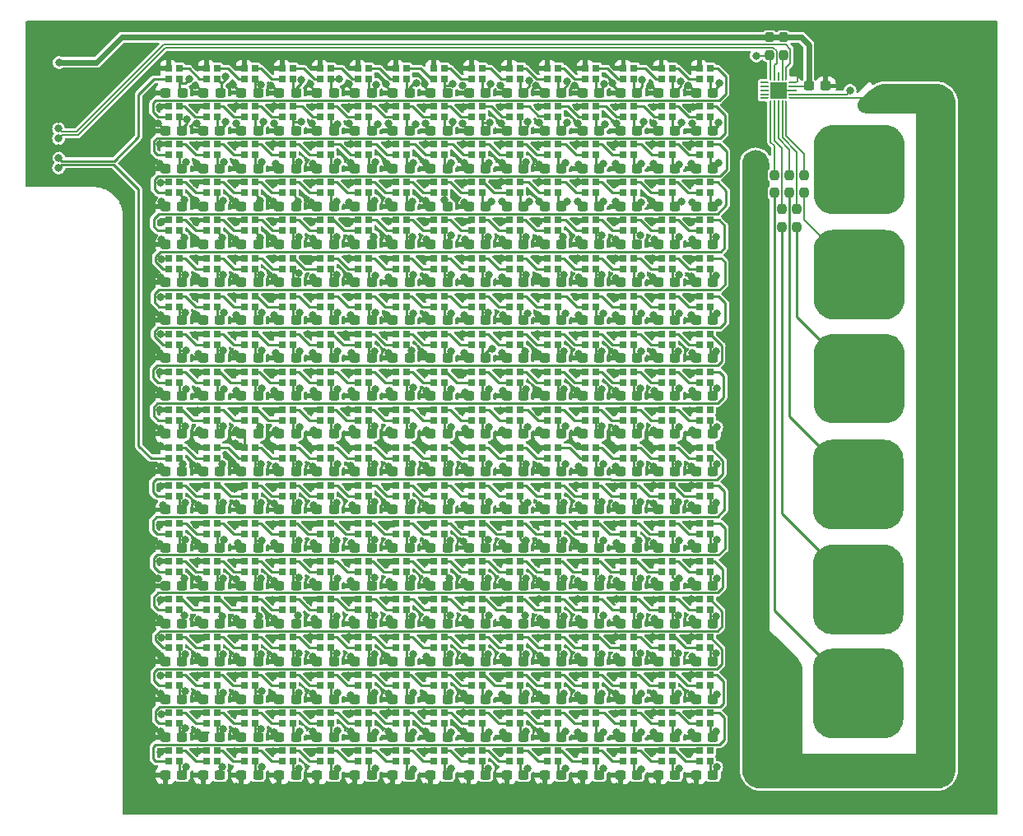
<source format=gbr>
%TF.GenerationSoftware,KiCad,Pcbnew,7.0.9*%
%TF.CreationDate,2023-12-19T13:26:28+01:00*%
%TF.ProjectId,flexAddressLedsV2,666c6578-4164-4647-9265-73734c656473,rev?*%
%TF.SameCoordinates,Original*%
%TF.FileFunction,Copper,L1,Top*%
%TF.FilePolarity,Positive*%
%FSLAX46Y46*%
G04 Gerber Fmt 4.6, Leading zero omitted, Abs format (unit mm)*
G04 Created by KiCad (PCBNEW 7.0.9) date 2023-12-19 13:26:28*
%MOMM*%
%LPD*%
G01*
G04 APERTURE LIST*
G04 Aperture macros list*
%AMRoundRect*
0 Rectangle with rounded corners*
0 $1 Rounding radius*
0 $2 $3 $4 $5 $6 $7 $8 $9 X,Y pos of 4 corners*
0 Add a 4 corners polygon primitive as box body*
4,1,4,$2,$3,$4,$5,$6,$7,$8,$9,$2,$3,0*
0 Add four circle primitives for the rounded corners*
1,1,$1+$1,$2,$3*
1,1,$1+$1,$4,$5*
1,1,$1+$1,$6,$7*
1,1,$1+$1,$8,$9*
0 Add four rect primitives between the rounded corners*
20,1,$1+$1,$2,$3,$4,$5,0*
20,1,$1+$1,$4,$5,$6,$7,0*
20,1,$1+$1,$6,$7,$8,$9,0*
20,1,$1+$1,$8,$9,$2,$3,0*%
%AMFreePoly0*
4,1,14,0.334644,0.085355,0.385355,0.034644,0.400000,-0.000711,0.400000,-0.050000,0.385355,-0.085355,0.350000,-0.100000,-0.350000,-0.100000,-0.385355,-0.085355,-0.400000,-0.050000,-0.400000,0.050000,-0.385355,0.085355,-0.350000,0.100000,0.299289,0.100000,0.334644,0.085355,0.334644,0.085355,$1*%
%AMFreePoly1*
4,1,14,0.385355,0.085355,0.400000,0.050000,0.400000,0.000711,0.385355,-0.034644,0.334644,-0.085355,0.299289,-0.100000,-0.350000,-0.100000,-0.385355,-0.085355,-0.400000,-0.050000,-0.400000,0.050000,-0.385355,0.085355,-0.350000,0.100000,0.350000,0.100000,0.385355,0.085355,0.385355,0.085355,$1*%
%AMFreePoly2*
4,1,14,0.085355,0.385355,0.100000,0.350000,0.100000,-0.350000,0.085355,-0.385355,0.050000,-0.400000,-0.050000,-0.400000,-0.085355,-0.385355,-0.100000,-0.350000,-0.100000,0.299289,-0.085355,0.334644,-0.034644,0.385355,0.000711,0.400000,0.050000,0.400000,0.085355,0.385355,0.085355,0.385355,$1*%
%AMFreePoly3*
4,1,14,0.034644,0.385355,0.085355,0.334644,0.100000,0.299289,0.100000,-0.350000,0.085355,-0.385355,0.050000,-0.400000,-0.050000,-0.400000,-0.085355,-0.385355,-0.100000,-0.350000,-0.100000,0.350000,-0.085355,0.385355,-0.050000,0.400000,-0.000711,0.400000,0.034644,0.385355,0.034644,0.385355,$1*%
%AMFreePoly4*
4,1,14,0.385355,0.085355,0.400000,0.050000,0.400000,-0.050000,0.385355,-0.085355,0.350000,-0.100000,-0.299289,-0.100000,-0.334644,-0.085355,-0.385355,-0.034644,-0.400000,0.000711,-0.400000,0.050000,-0.385355,0.085355,-0.350000,0.100000,0.350000,0.100000,0.385355,0.085355,0.385355,0.085355,$1*%
%AMFreePoly5*
4,1,14,0.385355,0.085355,0.400000,0.050000,0.400000,-0.050000,0.385355,-0.085355,0.350000,-0.100000,-0.350000,-0.100000,-0.385355,-0.085355,-0.400000,-0.050000,-0.400000,-0.000711,-0.385355,0.034644,-0.334644,0.085355,-0.299289,0.100000,0.350000,0.100000,0.385355,0.085355,0.385355,0.085355,$1*%
%AMFreePoly6*
4,1,14,0.085355,0.385355,0.100000,0.350000,0.100000,-0.299289,0.085355,-0.334644,0.034644,-0.385355,-0.000711,-0.400000,-0.050000,-0.400000,-0.085355,-0.385355,-0.100000,-0.350000,-0.100000,0.350000,-0.085355,0.385355,-0.050000,0.400000,0.050000,0.400000,0.085355,0.385355,0.085355,0.385355,$1*%
%AMFreePoly7*
4,1,14,0.085355,0.385355,0.100000,0.350000,0.100000,-0.350000,0.085355,-0.385355,0.050000,-0.400000,0.000711,-0.400000,-0.034644,-0.385355,-0.085355,-0.334644,-0.100000,-0.299289,-0.100000,0.350000,-0.085355,0.385355,-0.050000,0.400000,0.050000,0.400000,0.085355,0.385355,0.085355,0.385355,$1*%
G04 Aperture macros list end*
%TA.AperFunction,SMDPad,CuDef*%
%ADD10R,0.700000X0.700000*%
%TD*%
%TA.AperFunction,SMDPad,CuDef*%
%ADD11RoundRect,0.237500X-0.300000X-0.237500X0.300000X-0.237500X0.300000X0.237500X-0.300000X0.237500X0*%
%TD*%
%TA.AperFunction,SMDPad,CuDef*%
%ADD12RoundRect,0.237500X-0.237500X0.250000X-0.237500X-0.250000X0.237500X-0.250000X0.237500X0.250000X0*%
%TD*%
%TA.AperFunction,SMDPad,CuDef*%
%ADD13RoundRect,0.237500X0.300000X0.237500X-0.300000X0.237500X-0.300000X-0.237500X0.300000X-0.237500X0*%
%TD*%
%TA.AperFunction,SMDPad,CuDef*%
%ADD14RoundRect,0.237500X0.237500X-0.250000X0.237500X0.250000X-0.237500X0.250000X-0.237500X-0.250000X0*%
%TD*%
%TA.AperFunction,SMDPad,CuDef*%
%ADD15FreePoly0,90.000000*%
%TD*%
%TA.AperFunction,SMDPad,CuDef*%
%ADD16RoundRect,0.050000X0.050000X-0.350000X0.050000X0.350000X-0.050000X0.350000X-0.050000X-0.350000X0*%
%TD*%
%TA.AperFunction,SMDPad,CuDef*%
%ADD17FreePoly1,90.000000*%
%TD*%
%TA.AperFunction,SMDPad,CuDef*%
%ADD18FreePoly2,90.000000*%
%TD*%
%TA.AperFunction,SMDPad,CuDef*%
%ADD19RoundRect,0.050000X0.350000X-0.050000X0.350000X0.050000X-0.350000X0.050000X-0.350000X-0.050000X0*%
%TD*%
%TA.AperFunction,SMDPad,CuDef*%
%ADD20FreePoly3,90.000000*%
%TD*%
%TA.AperFunction,SMDPad,CuDef*%
%ADD21FreePoly4,90.000000*%
%TD*%
%TA.AperFunction,SMDPad,CuDef*%
%ADD22FreePoly5,90.000000*%
%TD*%
%TA.AperFunction,SMDPad,CuDef*%
%ADD23FreePoly6,90.000000*%
%TD*%
%TA.AperFunction,SMDPad,CuDef*%
%ADD24FreePoly7,90.000000*%
%TD*%
%TA.AperFunction,SMDPad,CuDef*%
%ADD25R,1.700000X1.700000*%
%TD*%
%TA.AperFunction,ViaPad*%
%ADD26C,0.800000*%
%TD*%
%TA.AperFunction,Conductor*%
%ADD27C,0.200000*%
%TD*%
%TA.AperFunction,Conductor*%
%ADD28C,0.250000*%
%TD*%
%TA.AperFunction,Conductor*%
%ADD29C,0.600000*%
%TD*%
G04 APERTURE END LIST*
D10*
%TO.P,U261,1,DOUT*%
%TO.N,Net-(U261-DOUT)*%
X134825000Y-133350000D03*
%TO.P,U261,2,VDD*%
%TO.N,VCC*%
X134825000Y-134450000D03*
%TO.P,U261,3,DIN*%
%TO.N,Net-(U260-DOUT)*%
X133725000Y-134450000D03*
%TO.P,U261,4,GND*%
%TO.N,GNDD*%
X133725000Y-133350000D03*
%TD*%
D11*
%TO.P,C33,1*%
%TO.N,GNDD*%
X121712500Y-77350000D03*
%TO.P,C33,2*%
%TO.N,VCC*%
X123437500Y-77350000D03*
%TD*%
%TO.P,C166,1*%
%TO.N,GNDD*%
X113912500Y-112450000D03*
%TO.P,C166,2*%
%TO.N,VCC*%
X115637500Y-112450000D03*
%TD*%
D10*
%TO.P,U66,1,DOUT*%
%TO.N,Net-(U66-DOUT)*%
X134825000Y-82650000D03*
%TO.P,U66,2,VDD*%
%TO.N,VCC*%
X134825000Y-83750000D03*
%TO.P,U66,3,DIN*%
%TO.N,Net-(U65-DOUT)*%
X133725000Y-83750000D03*
%TO.P,U66,4,GND*%
%TO.N,GNDD*%
X133725000Y-82650000D03*
%TD*%
D11*
%TO.P,C115,1*%
%TO.N,GNDD*%
X149012500Y-96850000D03*
%TO.P,C115,2*%
%TO.N,VCC*%
X150737500Y-96850000D03*
%TD*%
D10*
%TO.P,U106,1,DOUT*%
%TO.N,Net-(U106-DOUT)*%
X115325000Y-94350000D03*
%TO.P,U106,2,VDD*%
%TO.N,VCC*%
X115325000Y-95450000D03*
%TO.P,U106,3,DIN*%
%TO.N,/OUTROW7*%
X114225000Y-95450000D03*
%TO.P,U106,4,GND*%
%TO.N,GNDD*%
X114225000Y-94350000D03*
%TD*%
D11*
%TO.P,C210,1*%
%TO.N,GNDD*%
X168512500Y-120250000D03*
%TO.P,C210,2*%
%TO.N,VCC*%
X170237500Y-120250000D03*
%TD*%
D10*
%TO.P,U4,1,DOUT*%
%TO.N,Net-(U4-DOUT)*%
X127025000Y-67050000D03*
%TO.P,U4,2,VDD*%
%TO.N,VCC*%
X127025000Y-68150000D03*
%TO.P,U4,3,DIN*%
%TO.N,Net-(U3-DOUT)*%
X125925000Y-68150000D03*
%TO.P,U4,4,GND*%
%TO.N,GNDD*%
X125925000Y-67050000D03*
%TD*%
%TO.P,U84,1,DOUT*%
%TO.N,Net-(U84-DOUT)*%
X146525000Y-86550000D03*
%TO.P,U84,2,VDD*%
%TO.N,VCC*%
X146525000Y-87650000D03*
%TO.P,U84,3,DIN*%
%TO.N,Net-(U83-DOUT)*%
X145425000Y-87650000D03*
%TO.P,U84,4,GND*%
%TO.N,GNDD*%
X145425000Y-86550000D03*
%TD*%
D11*
%TO.P,C214,1*%
%TO.N,GNDD*%
X125612500Y-124150000D03*
%TO.P,C214,2*%
%TO.N,VCC*%
X127337500Y-124150000D03*
%TD*%
%TO.P,C207,1*%
%TO.N,GNDD*%
X156812500Y-120250000D03*
%TO.P,C207,2*%
%TO.N,VCC*%
X158537500Y-120250000D03*
%TD*%
D10*
%TO.P,U225,1,DOUT*%
%TO.N,/OUTROW15*%
X169925000Y-121650000D03*
%TO.P,U225,2,VDD*%
%TO.N,VCC*%
X169925000Y-122750000D03*
%TO.P,U225,3,DIN*%
%TO.N,Net-(U224-DOUT)*%
X168825000Y-122750000D03*
%TO.P,U225,4,GND*%
%TO.N,GNDD*%
X168825000Y-121650000D03*
%TD*%
%TO.P,U156,1,DOUT*%
%TO.N,Net-(U156-DOUT)*%
X134825000Y-106050000D03*
%TO.P,U156,2,VDD*%
%TO.N,VCC*%
X134825000Y-107150000D03*
%TO.P,U156,3,DIN*%
%TO.N,Net-(U155-DOUT)*%
X133725000Y-107150000D03*
%TO.P,U156,4,GND*%
%TO.N,GNDD*%
X133725000Y-106050000D03*
%TD*%
%TO.P,U94,1,DOUT*%
%TO.N,Net-(U94-DOUT)*%
X127025000Y-90450000D03*
%TO.P,U94,2,VDD*%
%TO.N,VCC*%
X127025000Y-91550000D03*
%TO.P,U94,3,DIN*%
%TO.N,Net-(U93-DOUT)*%
X125925000Y-91550000D03*
%TO.P,U94,4,GND*%
%TO.N,GNDD*%
X125925000Y-90450000D03*
%TD*%
D11*
%TO.P,C96,1*%
%TO.N,GNDD*%
X133412500Y-92950000D03*
%TO.P,C96,2*%
%TO.N,VCC*%
X135137500Y-92950000D03*
%TD*%
%TO.P,C187,1*%
%TO.N,GNDD*%
X137312500Y-116350000D03*
%TO.P,C187,2*%
%TO.N,VCC*%
X139037500Y-116350000D03*
%TD*%
D10*
%TO.P,U71,1,DOUT*%
%TO.N,Net-(U71-DOUT)*%
X154325000Y-82650000D03*
%TO.P,U71,2,VDD*%
%TO.N,VCC*%
X154325000Y-83750000D03*
%TO.P,U71,3,DIN*%
%TO.N,Net-(U70-DOUT)*%
X153225000Y-83750000D03*
%TO.P,U71,4,GND*%
%TO.N,GNDD*%
X153225000Y-82650000D03*
%TD*%
%TO.P,U217,1,DOUT*%
%TO.N,Net-(U217-DOUT)*%
X138725000Y-121650000D03*
%TO.P,U217,2,VDD*%
%TO.N,VCC*%
X138725000Y-122750000D03*
%TO.P,U217,3,DIN*%
%TO.N,Net-(U216-DOUT)*%
X137625000Y-122750000D03*
%TO.P,U217,4,GND*%
%TO.N,GNDD*%
X137625000Y-121650000D03*
%TD*%
%TO.P,U83,1,DOUT*%
%TO.N,Net-(U83-DOUT)*%
X142625000Y-86550000D03*
%TO.P,U83,2,VDD*%
%TO.N,VCC*%
X142625000Y-87650000D03*
%TO.P,U83,3,DIN*%
%TO.N,Net-(U82-DOUT)*%
X141525000Y-87650000D03*
%TO.P,U83,4,GND*%
%TO.N,GNDD*%
X141525000Y-86550000D03*
%TD*%
%TO.P,U280,1,DOUT*%
%TO.N,Net-(U280-DOUT)*%
X150425000Y-137250000D03*
%TO.P,U280,2,VDD*%
%TO.N,VCC*%
X150425000Y-138350000D03*
%TO.P,U280,3,DIN*%
%TO.N,Net-(U279-DOUT)*%
X149325000Y-138350000D03*
%TO.P,U280,4,GND*%
%TO.N,GNDD*%
X149325000Y-137250000D03*
%TD*%
%TO.P,U206,1,DOUT*%
%TO.N,Net-(U206-DOUT)*%
X154325000Y-117750000D03*
%TO.P,U206,2,VDD*%
%TO.N,VCC*%
X154325000Y-118850000D03*
%TO.P,U206,3,DIN*%
%TO.N,Net-(U205-DOUT)*%
X153225000Y-118850000D03*
%TO.P,U206,4,GND*%
%TO.N,GNDD*%
X153225000Y-117750000D03*
%TD*%
D11*
%TO.P,C195,1*%
%TO.N,GNDD*%
X168512500Y-116350000D03*
%TO.P,C195,2*%
%TO.N,VCC*%
X170237500Y-116350000D03*
%TD*%
D10*
%TO.P,U197,1,DOUT*%
%TO.N,Net-(U197-DOUT)*%
X119225000Y-117750000D03*
%TO.P,U197,2,VDD*%
%TO.N,VCC*%
X119225000Y-118850000D03*
%TO.P,U197,3,DIN*%
%TO.N,Net-(U196-DOUT)*%
X118125000Y-118850000D03*
%TO.P,U197,4,GND*%
%TO.N,GNDD*%
X118125000Y-117750000D03*
%TD*%
D11*
%TO.P,C43,1*%
%TO.N,GNDD*%
X160712500Y-77350000D03*
%TO.P,C43,2*%
%TO.N,VCC*%
X162437500Y-77350000D03*
%TD*%
D10*
%TO.P,U269,1,DOUT*%
%TO.N,Net-(U269-DOUT)*%
X166024999Y-133350000D03*
%TO.P,U269,2,VDD*%
%TO.N,VCC*%
X166024999Y-134450000D03*
%TO.P,U269,3,DIN*%
%TO.N,Net-(U268-DOUT)*%
X164924999Y-134450000D03*
%TO.P,U269,4,GND*%
%TO.N,GNDD*%
X164924999Y-133350000D03*
%TD*%
D11*
%TO.P,C130,1*%
%TO.N,GNDD*%
X149012500Y-100750000D03*
%TO.P,C130,2*%
%TO.N,VCC*%
X150737500Y-100750000D03*
%TD*%
%TO.P,C159,1*%
%TO.N,GNDD*%
X145112500Y-108550000D03*
%TO.P,C159,2*%
%TO.N,VCC*%
X146837500Y-108550000D03*
%TD*%
D10*
%TO.P,U191,1,DOUT*%
%TO.N,Net-(U191-DOUT)*%
X154325000Y-113850000D03*
%TO.P,U191,2,VDD*%
%TO.N,VCC*%
X154325000Y-114950000D03*
%TO.P,U191,3,DIN*%
%TO.N,Net-(U190-DOUT)*%
X153225000Y-114950000D03*
%TO.P,U191,4,GND*%
%TO.N,GNDD*%
X153225000Y-113850000D03*
%TD*%
D11*
%TO.P,C53,1*%
%TO.N,GNDD*%
X141212500Y-81250000D03*
%TO.P,C53,2*%
%TO.N,VCC*%
X142937500Y-81250000D03*
%TD*%
D10*
%TO.P,U172,1,DOUT*%
%TO.N,Net-(U172-DOUT)*%
X138725000Y-109950000D03*
%TO.P,U172,2,VDD*%
%TO.N,VCC*%
X138725000Y-111050000D03*
%TO.P,U172,3,DIN*%
%TO.N,Net-(U171-DOUT)*%
X137625000Y-111050000D03*
%TO.P,U172,4,GND*%
%TO.N,GNDD*%
X137625000Y-109950000D03*
%TD*%
%TO.P,U29,1,DOUT*%
%TO.N,Net-(U29-DOUT)*%
X166025000Y-70950000D03*
%TO.P,U29,2,VDD*%
%TO.N,VCC*%
X166025000Y-72050000D03*
%TO.P,U29,3,DIN*%
%TO.N,Net-(U28-DOUT)*%
X164925000Y-72050000D03*
%TO.P,U29,4,GND*%
%TO.N,GNDD*%
X164925000Y-70950000D03*
%TD*%
D11*
%TO.P,C223,1*%
%TO.N,GNDD*%
X160712500Y-124150000D03*
%TO.P,C223,2*%
%TO.N,VCC*%
X162437500Y-124150000D03*
%TD*%
D10*
%TO.P,U258,1,DOUT*%
%TO.N,Net-(U258-DOUT)*%
X123125000Y-133350000D03*
%TO.P,U258,2,VDD*%
%TO.N,VCC*%
X123125000Y-134450000D03*
%TO.P,U258,3,DIN*%
%TO.N,Net-(U257-DOUT)*%
X122025000Y-134450000D03*
%TO.P,U258,4,GND*%
%TO.N,GNDD*%
X122025000Y-133350000D03*
%TD*%
%TO.P,U224,1,DOUT*%
%TO.N,Net-(U224-DOUT)*%
X166024999Y-121650000D03*
%TO.P,U224,2,VDD*%
%TO.N,VCC*%
X166024999Y-122750000D03*
%TO.P,U224,3,DIN*%
%TO.N,Net-(U223-DOUT)*%
X164924999Y-122750000D03*
%TO.P,U224,4,GND*%
%TO.N,GNDD*%
X164924999Y-121650000D03*
%TD*%
%TO.P,U227,1,DOUT*%
%TO.N,Net-(U227-DOUT)*%
X119225000Y-125550000D03*
%TO.P,U227,2,VDD*%
%TO.N,VCC*%
X119225000Y-126650000D03*
%TO.P,U227,3,DIN*%
%TO.N,Net-(U226-DOUT)*%
X118125000Y-126650000D03*
%TO.P,U227,4,GND*%
%TO.N,GNDD*%
X118125000Y-125550000D03*
%TD*%
%TO.P,U136,1,DOUT*%
%TO.N,Net-(U136-DOUT)*%
X115325000Y-102150000D03*
%TO.P,U136,2,VDD*%
%TO.N,VCC*%
X115325000Y-103250000D03*
%TO.P,U136,3,DIN*%
%TO.N,/OUTROW9*%
X114225000Y-103250000D03*
%TO.P,U136,4,GND*%
%TO.N,GNDD*%
X114225000Y-102150000D03*
%TD*%
D11*
%TO.P,C38,1*%
%TO.N,GNDD*%
X141212500Y-77350000D03*
%TO.P,C38,2*%
%TO.N,VCC*%
X142937500Y-77350000D03*
%TD*%
D10*
%TO.P,U260,1,DOUT*%
%TO.N,Net-(U260-DOUT)*%
X130925000Y-133350000D03*
%TO.P,U260,2,VDD*%
%TO.N,VCC*%
X130925000Y-134450000D03*
%TO.P,U260,3,DIN*%
%TO.N,Net-(U259-DOUT)*%
X129825000Y-134450000D03*
%TO.P,U260,4,GND*%
%TO.N,GNDD*%
X129825000Y-133350000D03*
%TD*%
D11*
%TO.P,C55,1*%
%TO.N,GNDD*%
X149012500Y-81250000D03*
%TO.P,C55,2*%
%TO.N,VCC*%
X150737500Y-81250000D03*
%TD*%
D10*
%TO.P,U281,1,DOUT*%
%TO.N,Net-(U281-DOUT)*%
X154325000Y-137250000D03*
%TO.P,U281,2,VDD*%
%TO.N,VCC*%
X154325000Y-138350000D03*
%TO.P,U281,3,DIN*%
%TO.N,Net-(U280-DOUT)*%
X153225000Y-138350000D03*
%TO.P,U281,4,GND*%
%TO.N,GNDD*%
X153225000Y-137250000D03*
%TD*%
D11*
%TO.P,C144,1*%
%TO.N,GNDD*%
X145112500Y-104650000D03*
%TO.P,C144,2*%
%TO.N,VCC*%
X146837500Y-104650000D03*
%TD*%
%TO.P,C133,1*%
%TO.N,GNDD*%
X160712500Y-100750000D03*
%TO.P,C133,2*%
%TO.N,VCC*%
X162437500Y-100750000D03*
%TD*%
D10*
%TO.P,U21,1,DOUT*%
%TO.N,Net-(U21-DOUT)*%
X134825000Y-70950000D03*
%TO.P,U21,2,VDD*%
%TO.N,VCC*%
X134825000Y-72050000D03*
%TO.P,U21,3,DIN*%
%TO.N,Net-(U20-DOUT)*%
X133725000Y-72050000D03*
%TO.P,U21,4,GND*%
%TO.N,GNDD*%
X133725000Y-70950000D03*
%TD*%
%TO.P,U11,1,DOUT*%
%TO.N,Net-(U11-DOUT)*%
X154325000Y-67050000D03*
%TO.P,U11,2,VDD*%
%TO.N,VCC*%
X154325000Y-68150000D03*
%TO.P,U11,3,DIN*%
%TO.N,Net-(U10-DOUT)*%
X153225000Y-68150000D03*
%TO.P,U11,4,GND*%
%TO.N,GNDD*%
X153225000Y-67050000D03*
%TD*%
D11*
%TO.P,C54,1*%
%TO.N,GNDD*%
X145112500Y-81250000D03*
%TO.P,C54,2*%
%TO.N,VCC*%
X146837500Y-81250000D03*
%TD*%
D10*
%TO.P,U249,1,DOUT*%
%TO.N,Net-(U249-DOUT)*%
X146525000Y-129450000D03*
%TO.P,U249,2,VDD*%
%TO.N,VCC*%
X146525000Y-130550000D03*
%TO.P,U249,3,DIN*%
%TO.N,Net-(U248-DOUT)*%
X145425000Y-130550000D03*
%TO.P,U249,4,GND*%
%TO.N,GNDD*%
X145425000Y-129450000D03*
%TD*%
D11*
%TO.P,C32,1*%
%TO.N,GNDD*%
X117812500Y-77350000D03*
%TO.P,C32,2*%
%TO.N,VCC*%
X119537500Y-77350000D03*
%TD*%
%TO.P,C113,1*%
%TO.N,GNDD*%
X141212500Y-96850000D03*
%TO.P,C113,2*%
%TO.N,VCC*%
X142937500Y-96850000D03*
%TD*%
D10*
%TO.P,U44,1,DOUT*%
%TO.N,Net-(U44-DOUT)*%
X166025000Y-74850000D03*
%TO.P,U44,2,VDD*%
%TO.N,VCC*%
X166025000Y-75950000D03*
%TO.P,U44,3,DIN*%
%TO.N,Net-(U43-DOUT)*%
X164925000Y-75950000D03*
%TO.P,U44,4,GND*%
%TO.N,GNDD*%
X164925000Y-74850000D03*
%TD*%
D11*
%TO.P,C6,1*%
%TO.N,GNDD*%
X133402500Y-69550000D03*
%TO.P,C6,2*%
%TO.N,VCC*%
X135127500Y-69550000D03*
%TD*%
D10*
%TO.P,U192,1,DOUT*%
%TO.N,Net-(U192-DOUT)*%
X158225000Y-113850000D03*
%TO.P,U192,2,VDD*%
%TO.N,VCC*%
X158225000Y-114950000D03*
%TO.P,U192,3,DIN*%
%TO.N,Net-(U191-DOUT)*%
X157125000Y-114950000D03*
%TO.P,U192,4,GND*%
%TO.N,GNDD*%
X157125000Y-113850000D03*
%TD*%
D11*
%TO.P,C169,1*%
%TO.N,GNDD*%
X125612500Y-112450000D03*
%TO.P,C169,2*%
%TO.N,VCC*%
X127337500Y-112450000D03*
%TD*%
%TO.P,C225,1*%
%TO.N,GNDD*%
X168512500Y-124150000D03*
%TO.P,C225,2*%
%TO.N,VCC*%
X170237500Y-124150000D03*
%TD*%
%TO.P,C161,1*%
%TO.N,GNDD*%
X152912500Y-108550000D03*
%TO.P,C161,2*%
%TO.N,VCC*%
X154637500Y-108550000D03*
%TD*%
D10*
%TO.P,U268,1,DOUT*%
%TO.N,Net-(U268-DOUT)*%
X162125000Y-133350000D03*
%TO.P,U268,2,VDD*%
%TO.N,VCC*%
X162125000Y-134450000D03*
%TO.P,U268,3,DIN*%
%TO.N,Net-(U267-DOUT)*%
X161025000Y-134450000D03*
%TO.P,U268,4,GND*%
%TO.N,GNDD*%
X161025000Y-133350000D03*
%TD*%
D11*
%TO.P,C240,1*%
%TO.N,GNDD*%
X168487500Y-128050000D03*
%TO.P,C240,2*%
%TO.N,VCC*%
X170212500Y-128050000D03*
%TD*%
D10*
%TO.P,U117,1,DOUT*%
%TO.N,Net-(U117-DOUT)*%
X158225000Y-94350000D03*
%TO.P,U117,2,VDD*%
%TO.N,VCC*%
X158225000Y-95450000D03*
%TO.P,U117,3,DIN*%
%TO.N,Net-(U116-DOUT)*%
X157125000Y-95450000D03*
%TO.P,U117,4,GND*%
%TO.N,GNDD*%
X157125000Y-94350000D03*
%TD*%
%TO.P,U77,1,DOUT*%
%TO.N,Net-(U77-DOUT)*%
X119225000Y-86550000D03*
%TO.P,U77,2,VDD*%
%TO.N,VCC*%
X119225000Y-87650000D03*
%TO.P,U77,3,DIN*%
%TO.N,Net-(U76-DOUT)*%
X118125000Y-87650000D03*
%TO.P,U77,4,GND*%
%TO.N,GNDD*%
X118125000Y-86550000D03*
%TD*%
%TO.P,U179,1,DOUT*%
%TO.N,Net-(U179-DOUT)*%
X166024999Y-109950000D03*
%TO.P,U179,2,VDD*%
%TO.N,VCC*%
X166024999Y-111050000D03*
%TO.P,U179,3,DIN*%
%TO.N,Net-(U178-DOUT)*%
X164924999Y-111050000D03*
%TO.P,U179,4,GND*%
%TO.N,GNDD*%
X164924999Y-109950000D03*
%TD*%
%TO.P,U251,1,DOUT*%
%TO.N,Net-(U251-DOUT)*%
X154325000Y-129450000D03*
%TO.P,U251,2,VDD*%
%TO.N,VCC*%
X154325000Y-130550000D03*
%TO.P,U251,3,DIN*%
%TO.N,Net-(U250-DOUT)*%
X153225000Y-130550000D03*
%TO.P,U251,4,GND*%
%TO.N,GNDD*%
X153225000Y-129450000D03*
%TD*%
%TO.P,U143,1,DOUT*%
%TO.N,Net-(U143-DOUT)*%
X142625000Y-102150000D03*
%TO.P,U143,2,VDD*%
%TO.N,VCC*%
X142625000Y-103250000D03*
%TO.P,U143,3,DIN*%
%TO.N,Net-(U142-DOUT)*%
X141525000Y-103250000D03*
%TO.P,U143,4,GND*%
%TO.N,GNDD*%
X141525000Y-102150000D03*
%TD*%
D11*
%TO.P,C5,1*%
%TO.N,GNDD*%
X129512500Y-69560000D03*
%TO.P,C5,2*%
%TO.N,VCC*%
X131237500Y-69560000D03*
%TD*%
D10*
%TO.P,U47,1,DOUT*%
%TO.N,Net-(U47-DOUT)*%
X119225000Y-78750000D03*
%TO.P,U47,2,VDD*%
%TO.N,VCC*%
X119225000Y-79850000D03*
%TO.P,U47,3,DIN*%
%TO.N,Net-(U46-DOUT)*%
X118125000Y-79850000D03*
%TO.P,U47,4,GND*%
%TO.N,GNDD*%
X118125000Y-78750000D03*
%TD*%
%TO.P,U9,1,DOUT*%
%TO.N,Net-(U10-DIN)*%
X146525000Y-67050000D03*
%TO.P,U9,2,VDD*%
%TO.N,VCC*%
X146525000Y-68150000D03*
%TO.P,U9,3,DIN*%
%TO.N,Net-(U8-DOUT)*%
X145425000Y-68150000D03*
%TO.P,U9,4,GND*%
%TO.N,GNDD*%
X145425000Y-67050000D03*
%TD*%
D11*
%TO.P,C216,1*%
%TO.N,GNDD*%
X133412500Y-124150000D03*
%TO.P,C216,2*%
%TO.N,VCC*%
X135137500Y-124150000D03*
%TD*%
D10*
%TO.P,U52,1,DOUT*%
%TO.N,Net-(U52-DOUT)*%
X138725000Y-78750000D03*
%TO.P,U52,2,VDD*%
%TO.N,VCC*%
X138725000Y-79850000D03*
%TO.P,U52,3,DIN*%
%TO.N,Net-(U51-DOUT)*%
X137625000Y-79850000D03*
%TO.P,U52,4,GND*%
%TO.N,GNDD*%
X137625000Y-78750000D03*
%TD*%
D11*
%TO.P,C269,1*%
%TO.N,GNDD*%
X164612500Y-135850000D03*
%TO.P,C269,2*%
%TO.N,VCC*%
X166337500Y-135850000D03*
%TD*%
D10*
%TO.P,U48,1,DOUT*%
%TO.N,Net-(U48-DOUT)*%
X123125000Y-78750000D03*
%TO.P,U48,2,VDD*%
%TO.N,VCC*%
X123125000Y-79850000D03*
%TO.P,U48,3,DIN*%
%TO.N,Net-(U47-DOUT)*%
X122025000Y-79850000D03*
%TO.P,U48,4,GND*%
%TO.N,GNDD*%
X122025000Y-78750000D03*
%TD*%
D11*
%TO.P,C24,1*%
%TO.N,GNDD*%
X145112500Y-73450000D03*
%TO.P,C24,2*%
%TO.N,VCC*%
X146837500Y-73450000D03*
%TD*%
%TO.P,C12,1*%
%TO.N,GNDD*%
X156812500Y-69560000D03*
%TO.P,C12,2*%
%TO.N,VCC*%
X158537500Y-69560000D03*
%TD*%
%TO.P,C188,1*%
%TO.N,GNDD*%
X141212500Y-116350000D03*
%TO.P,C188,2*%
%TO.N,VCC*%
X142937500Y-116350000D03*
%TD*%
%TO.P,C78,1*%
%TO.N,GNDD*%
X121712500Y-89050000D03*
%TO.P,C78,2*%
%TO.N,VCC*%
X123437500Y-89050000D03*
%TD*%
D10*
%TO.P,U12,1,DOUT*%
%TO.N,Net-(U12-DOUT)*%
X158225000Y-67050000D03*
%TO.P,U12,2,VDD*%
%TO.N,VCC*%
X158225000Y-68150000D03*
%TO.P,U12,3,DIN*%
%TO.N,Net-(U11-DOUT)*%
X157125000Y-68150000D03*
%TO.P,U12,4,GND*%
%TO.N,GNDD*%
X157125000Y-67050000D03*
%TD*%
D11*
%TO.P,C50,1*%
%TO.N,GNDD*%
X129512500Y-81250000D03*
%TO.P,C50,2*%
%TO.N,VCC*%
X131237500Y-81250000D03*
%TD*%
D10*
%TO.P,U270,1,DOUT*%
%TO.N,/OUTROW18*%
X169925000Y-133350000D03*
%TO.P,U270,2,VDD*%
%TO.N,VCC*%
X169925000Y-134450000D03*
%TO.P,U270,3,DIN*%
%TO.N,Net-(U269-DOUT)*%
X168825000Y-134450000D03*
%TO.P,U270,4,GND*%
%TO.N,GNDD*%
X168825000Y-133350000D03*
%TD*%
D11*
%TO.P,C41,1*%
%TO.N,GNDD*%
X152912500Y-77350000D03*
%TO.P,C41,2*%
%TO.N,VCC*%
X154637500Y-77350000D03*
%TD*%
%TO.P,C260,1*%
%TO.N,GNDD*%
X129512500Y-135850000D03*
%TO.P,C260,2*%
%TO.N,VCC*%
X131237500Y-135850000D03*
%TD*%
%TO.P,C49,1*%
%TO.N,GNDD*%
X125612500Y-81250000D03*
%TO.P,C49,2*%
%TO.N,VCC*%
X127337500Y-81250000D03*
%TD*%
%TO.P,C128,1*%
%TO.N,GNDD*%
X141212500Y-100750000D03*
%TO.P,C128,2*%
%TO.N,VCC*%
X142937500Y-100750000D03*
%TD*%
D10*
%TO.P,U252,1,DOUT*%
%TO.N,Net-(U252-DOUT)*%
X158225000Y-129450000D03*
%TO.P,U252,2,VDD*%
%TO.N,VCC*%
X158225000Y-130550000D03*
%TO.P,U252,3,DIN*%
%TO.N,Net-(U251-DOUT)*%
X157125000Y-130550000D03*
%TO.P,U252,4,GND*%
%TO.N,GNDD*%
X157125000Y-129450000D03*
%TD*%
%TO.P,U187,1,DOUT*%
%TO.N,Net-(U187-DOUT)*%
X138725000Y-113850000D03*
%TO.P,U187,2,VDD*%
%TO.N,VCC*%
X138725000Y-114950000D03*
%TO.P,U187,3,DIN*%
%TO.N,Net-(U186-DOUT)*%
X137625000Y-114950000D03*
%TO.P,U187,4,GND*%
%TO.N,GNDD*%
X137625000Y-113850000D03*
%TD*%
D11*
%TO.P,C44,1*%
%TO.N,GNDD*%
X164612500Y-77350000D03*
%TO.P,C44,2*%
%TO.N,VCC*%
X166337500Y-77350000D03*
%TD*%
%TO.P,C99,1*%
%TO.N,GNDD*%
X145112500Y-92950000D03*
%TO.P,C99,2*%
%TO.N,VCC*%
X146837500Y-92950000D03*
%TD*%
%TO.P,C117,1*%
%TO.N,GNDD*%
X156812500Y-96850000D03*
%TO.P,C117,2*%
%TO.N,VCC*%
X158537500Y-96850000D03*
%TD*%
%TO.P,C56,1*%
%TO.N,GNDD*%
X152912500Y-81250000D03*
%TO.P,C56,2*%
%TO.N,VCC*%
X154637500Y-81250000D03*
%TD*%
D12*
%TO.P,R4,1*%
%TO.N,Net-(U286-KEY5)*%
X177355000Y-81517500D03*
%TO.P,R4,2*%
%TO.N,/KEY5*%
X177355000Y-83342500D03*
%TD*%
D11*
%TO.P,C237,1*%
%TO.N,GNDD*%
X156812500Y-128050000D03*
%TO.P,C237,2*%
%TO.N,VCC*%
X158537500Y-128050000D03*
%TD*%
D10*
%TO.P,U175,1,DOUT*%
%TO.N,Net-(U175-DOUT)*%
X150425000Y-109950000D03*
%TO.P,U175,2,VDD*%
%TO.N,VCC*%
X150425000Y-111050000D03*
%TO.P,U175,3,DIN*%
%TO.N,Net-(U174-DOUT)*%
X149325000Y-111050000D03*
%TO.P,U175,4,GND*%
%TO.N,GNDD*%
X149325000Y-109950000D03*
%TD*%
%TO.P,U234,1,DOUT*%
%TO.N,Net-(U234-DOUT)*%
X146525000Y-125550000D03*
%TO.P,U234,2,VDD*%
%TO.N,VCC*%
X146525000Y-126650000D03*
%TO.P,U234,3,DIN*%
%TO.N,Net-(U233-DOUT)*%
X145425000Y-126650000D03*
%TO.P,U234,4,GND*%
%TO.N,GNDD*%
X145425000Y-125550000D03*
%TD*%
%TO.P,U236,1,DOUT*%
%TO.N,Net-(U236-DOUT)*%
X154325000Y-125550000D03*
%TO.P,U236,2,VDD*%
%TO.N,VCC*%
X154325000Y-126650000D03*
%TO.P,U236,3,DIN*%
%TO.N,Net-(U235-DOUT)*%
X153225000Y-126650000D03*
%TO.P,U236,4,GND*%
%TO.N,GNDD*%
X153225000Y-125550000D03*
%TD*%
%TO.P,U14,1,DOUT*%
%TO.N,Net-(U14-DOUT)*%
X166025000Y-67050000D03*
%TO.P,U14,2,VDD*%
%TO.N,VCC*%
X166025000Y-68150000D03*
%TO.P,U14,3,DIN*%
%TO.N,Net-(U13-DOUT)*%
X164925000Y-68150000D03*
%TO.P,U14,4,GND*%
%TO.N,GNDD*%
X164925000Y-67050000D03*
%TD*%
%TO.P,U211,1,DOUT*%
%TO.N,Net-(U211-DOUT)*%
X115325000Y-121650000D03*
%TO.P,U211,2,VDD*%
%TO.N,VCC*%
X115325000Y-122750000D03*
%TO.P,U211,3,DIN*%
%TO.N,/OUTROW14*%
X114225000Y-122750000D03*
%TO.P,U211,4,GND*%
%TO.N,GNDD*%
X114225000Y-121650000D03*
%TD*%
D11*
%TO.P,C165,1*%
%TO.N,GNDD*%
X168512500Y-108550000D03*
%TO.P,C165,2*%
%TO.N,VCC*%
X170237500Y-108550000D03*
%TD*%
%TO.P,C1,1*%
%TO.N,GNDD*%
X113922500Y-69540000D03*
%TO.P,C1,2*%
%TO.N,VCC*%
X115647500Y-69540000D03*
%TD*%
%TO.P,C114,1*%
%TO.N,GNDD*%
X145112500Y-96850000D03*
%TO.P,C114,2*%
%TO.N,VCC*%
X146837500Y-96850000D03*
%TD*%
%TO.P,C63,1*%
%TO.N,GNDD*%
X121712500Y-85150000D03*
%TO.P,C63,2*%
%TO.N,VCC*%
X123437500Y-85150000D03*
%TD*%
%TO.P,C180,1*%
%TO.N,GNDD*%
X168512500Y-112450000D03*
%TO.P,C180,2*%
%TO.N,VCC*%
X170237500Y-112450000D03*
%TD*%
D10*
%TO.P,U255,1,DOUT*%
%TO.N,/OUTROW17*%
X169925000Y-129450000D03*
%TO.P,U255,2,VDD*%
%TO.N,VCC*%
X169925000Y-130550000D03*
%TO.P,U255,3,DIN*%
%TO.N,Net-(U254-DOUT)*%
X168825000Y-130550000D03*
%TO.P,U255,4,GND*%
%TO.N,GNDD*%
X168825000Y-129450000D03*
%TD*%
D11*
%TO.P,C221,1*%
%TO.N,GNDD*%
X152912500Y-124150000D03*
%TO.P,C221,2*%
%TO.N,VCC*%
X154637500Y-124150000D03*
%TD*%
D10*
%TO.P,U212,1,DOUT*%
%TO.N,Net-(U212-DOUT)*%
X119225000Y-121650000D03*
%TO.P,U212,2,VDD*%
%TO.N,VCC*%
X119225000Y-122750000D03*
%TO.P,U212,3,DIN*%
%TO.N,Net-(U211-DOUT)*%
X118125000Y-122750000D03*
%TO.P,U212,4,GND*%
%TO.N,GNDD*%
X118125000Y-121650000D03*
%TD*%
%TO.P,U5,1,DOUT*%
%TO.N,Net-(U5-DOUT)*%
X130925000Y-67050000D03*
%TO.P,U5,2,VDD*%
%TO.N,VCC*%
X130925000Y-68150000D03*
%TO.P,U5,3,DIN*%
%TO.N,Net-(U4-DOUT)*%
X129825000Y-68150000D03*
%TO.P,U5,4,GND*%
%TO.N,GNDD*%
X129825000Y-67050000D03*
%TD*%
%TO.P,U53,1,DOUT*%
%TO.N,Net-(U53-DOUT)*%
X142625000Y-78750000D03*
%TO.P,U53,2,VDD*%
%TO.N,VCC*%
X142625000Y-79850000D03*
%TO.P,U53,3,DIN*%
%TO.N,Net-(U52-DOUT)*%
X141525000Y-79850000D03*
%TO.P,U53,4,GND*%
%TO.N,GNDD*%
X141525000Y-78750000D03*
%TD*%
%TO.P,U144,1,DOUT*%
%TO.N,Net-(U144-DOUT)*%
X146525000Y-102150000D03*
%TO.P,U144,2,VDD*%
%TO.N,VCC*%
X146525000Y-103250000D03*
%TO.P,U144,3,DIN*%
%TO.N,Net-(U143-DOUT)*%
X145425000Y-103250000D03*
%TO.P,U144,4,GND*%
%TO.N,GNDD*%
X145425000Y-102150000D03*
%TD*%
%TO.P,U36,1,DOUT*%
%TO.N,Net-(U36-DOUT)*%
X134825000Y-74850000D03*
%TO.P,U36,2,VDD*%
%TO.N,VCC*%
X134825000Y-75950000D03*
%TO.P,U36,3,DIN*%
%TO.N,Net-(U35-DOUT)*%
X133725000Y-75950000D03*
%TO.P,U36,4,GND*%
%TO.N,GNDD*%
X133725000Y-74850000D03*
%TD*%
%TO.P,U129,1,DOUT*%
%TO.N,Net-(U129-DOUT)*%
X146525000Y-98250000D03*
%TO.P,U129,2,VDD*%
%TO.N,VCC*%
X146525000Y-99350000D03*
%TO.P,U129,3,DIN*%
%TO.N,Net-(U128-DOUT)*%
X145425000Y-99350000D03*
%TO.P,U129,4,GND*%
%TO.N,GNDD*%
X145425000Y-98250000D03*
%TD*%
%TO.P,U46,1,DOUT*%
%TO.N,Net-(U46-DOUT)*%
X115325000Y-78750000D03*
%TO.P,U46,2,VDD*%
%TO.N,VCC*%
X115325000Y-79850000D03*
%TO.P,U46,3,DIN*%
%TO.N,/OUTROW3*%
X114225000Y-79850000D03*
%TO.P,U46,4,GND*%
%TO.N,GNDD*%
X114225000Y-78750000D03*
%TD*%
%TO.P,U216,1,DOUT*%
%TO.N,Net-(U216-DOUT)*%
X134825000Y-121650000D03*
%TO.P,U216,2,VDD*%
%TO.N,VCC*%
X134825000Y-122750000D03*
%TO.P,U216,3,DIN*%
%TO.N,Net-(U215-DOUT)*%
X133725000Y-122750000D03*
%TO.P,U216,4,GND*%
%TO.N,GNDD*%
X133725000Y-121650000D03*
%TD*%
D11*
%TO.P,C217,1*%
%TO.N,GNDD*%
X137312500Y-124150000D03*
%TO.P,C217,2*%
%TO.N,VCC*%
X139037500Y-124150000D03*
%TD*%
%TO.P,C57,1*%
%TO.N,GNDD*%
X156812500Y-81250000D03*
%TO.P,C57,2*%
%TO.N,VCC*%
X158537500Y-81250000D03*
%TD*%
D10*
%TO.P,U271,1,DOUT*%
%TO.N,Net-(U271-DOUT)*%
X115325000Y-137250000D03*
%TO.P,U271,2,VDD*%
%TO.N,VCC*%
X115325000Y-138350000D03*
%TO.P,U271,3,DIN*%
%TO.N,/OUTROW18*%
X114225000Y-138350000D03*
%TO.P,U271,4,GND*%
%TO.N,GNDD*%
X114225000Y-137250000D03*
%TD*%
D11*
%TO.P,C88,1*%
%TO.N,GNDD*%
X160712500Y-89050000D03*
%TO.P,C88,2*%
%TO.N,VCC*%
X162437500Y-89050000D03*
%TD*%
%TO.P,C280,1*%
%TO.N,GNDD*%
X149012500Y-139750000D03*
%TO.P,C280,2*%
%TO.N,VCC*%
X150737500Y-139750000D03*
%TD*%
%TO.P,C17,1*%
%TO.N,GNDD*%
X117812500Y-73450000D03*
%TO.P,C17,2*%
%TO.N,VCC*%
X119537500Y-73450000D03*
%TD*%
D10*
%TO.P,U199,1,DOUT*%
%TO.N,Net-(U199-DOUT)*%
X127025000Y-117750000D03*
%TO.P,U199,2,VDD*%
%TO.N,VCC*%
X127025000Y-118850000D03*
%TO.P,U199,3,DIN*%
%TO.N,Net-(U198-DOUT)*%
X125925000Y-118850000D03*
%TO.P,U199,4,GND*%
%TO.N,GNDD*%
X125925000Y-117750000D03*
%TD*%
%TO.P,U121,1,DOUT*%
%TO.N,Net-(U121-DOUT)*%
X115325000Y-98250000D03*
%TO.P,U121,2,VDD*%
%TO.N,VCC*%
X115325000Y-99350000D03*
%TO.P,U121,3,DIN*%
%TO.N,/OUTROW8*%
X114225000Y-99350000D03*
%TO.P,U121,4,GND*%
%TO.N,GNDD*%
X114225000Y-98250000D03*
%TD*%
D11*
%TO.P,C4,1*%
%TO.N,GNDD*%
X125622500Y-69540000D03*
%TO.P,C4,2*%
%TO.N,VCC*%
X127347500Y-69540000D03*
%TD*%
%TO.P,C192,1*%
%TO.N,GNDD*%
X156812500Y-116350000D03*
%TO.P,C192,2*%
%TO.N,VCC*%
X158537500Y-116350000D03*
%TD*%
%TO.P,C125,1*%
%TO.N,GNDD*%
X129512500Y-100750000D03*
%TO.P,C125,2*%
%TO.N,VCC*%
X131237500Y-100750000D03*
%TD*%
%TO.P,C40,1*%
%TO.N,GNDD*%
X149012500Y-77350000D03*
%TO.P,C40,2*%
%TO.N,VCC*%
X150737500Y-77350000D03*
%TD*%
D10*
%TO.P,U35,1,DOUT*%
%TO.N,Net-(U35-DOUT)*%
X130925000Y-74850000D03*
%TO.P,U35,2,VDD*%
%TO.N,VCC*%
X130925000Y-75950000D03*
%TO.P,U35,3,DIN*%
%TO.N,Net-(U34-DOUT)*%
X129825000Y-75950000D03*
%TO.P,U35,4,GND*%
%TO.N,GNDD*%
X129825000Y-74850000D03*
%TD*%
%TO.P,U214,1,DOUT*%
%TO.N,Net-(U214-DOUT)*%
X127025000Y-121650000D03*
%TO.P,U214,2,VDD*%
%TO.N,VCC*%
X127025000Y-122750000D03*
%TO.P,U214,3,DIN*%
%TO.N,Net-(U213-DOUT)*%
X125925000Y-122750000D03*
%TO.P,U214,4,GND*%
%TO.N,GNDD*%
X125925000Y-121650000D03*
%TD*%
D11*
%TO.P,C176,1*%
%TO.N,GNDD*%
X152912500Y-112450000D03*
%TO.P,C176,2*%
%TO.N,VCC*%
X154637500Y-112450000D03*
%TD*%
D10*
%TO.P,U230,1,DOUT*%
%TO.N,Net-(U230-DOUT)*%
X130925000Y-125550000D03*
%TO.P,U230,2,VDD*%
%TO.N,VCC*%
X130925000Y-126650000D03*
%TO.P,U230,3,DIN*%
%TO.N,Net-(U229-DOUT)*%
X129825000Y-126650000D03*
%TO.P,U230,4,GND*%
%TO.N,GNDD*%
X129825000Y-125550000D03*
%TD*%
D11*
%TO.P,C116,1*%
%TO.N,GNDD*%
X152912500Y-96850000D03*
%TO.P,C116,2*%
%TO.N,VCC*%
X154637500Y-96850000D03*
%TD*%
D10*
%TO.P,U124,1,DOUT*%
%TO.N,Net-(U124-DOUT)*%
X127025000Y-98250000D03*
%TO.P,U124,2,VDD*%
%TO.N,VCC*%
X127025000Y-99350000D03*
%TO.P,U124,3,DIN*%
%TO.N,Net-(U123-DOUT)*%
X125925000Y-99350000D03*
%TO.P,U124,4,GND*%
%TO.N,GNDD*%
X125925000Y-98250000D03*
%TD*%
D11*
%TO.P,C126,1*%
%TO.N,GNDD*%
X133412500Y-100750000D03*
%TO.P,C126,2*%
%TO.N,VCC*%
X135137500Y-100750000D03*
%TD*%
%TO.P,C111,1*%
%TO.N,GNDD*%
X133412500Y-96850000D03*
%TO.P,C111,2*%
%TO.N,VCC*%
X135137500Y-96850000D03*
%TD*%
D10*
%TO.P,U273,1,DOUT*%
%TO.N,Net-(U273-DOUT)*%
X123125000Y-137250000D03*
%TO.P,U273,2,VDD*%
%TO.N,VCC*%
X123125000Y-138350000D03*
%TO.P,U273,3,DIN*%
%TO.N,Net-(U272-DOUT)*%
X122025000Y-138350000D03*
%TO.P,U273,4,GND*%
%TO.N,GNDD*%
X122025000Y-137250000D03*
%TD*%
%TO.P,U277,1,DOUT*%
%TO.N,Net-(U277-DOUT)*%
X138725000Y-137250000D03*
%TO.P,U277,2,VDD*%
%TO.N,VCC*%
X138725000Y-138350000D03*
%TO.P,U277,3,DIN*%
%TO.N,Net-(U276-DOUT)*%
X137625000Y-138350000D03*
%TO.P,U277,4,GND*%
%TO.N,GNDD*%
X137625000Y-137250000D03*
%TD*%
%TO.P,U142,1,DOUT*%
%TO.N,Net-(U142-DOUT)*%
X138725000Y-102150000D03*
%TO.P,U142,2,VDD*%
%TO.N,VCC*%
X138725000Y-103250000D03*
%TO.P,U142,3,DIN*%
%TO.N,Net-(U141-DOUT)*%
X137625000Y-103250000D03*
%TO.P,U142,4,GND*%
%TO.N,GNDD*%
X137625000Y-102150000D03*
%TD*%
%TO.P,U10,1,DOUT*%
%TO.N,Net-(U10-DOUT)*%
X150425000Y-67050000D03*
%TO.P,U10,2,VDD*%
%TO.N,VCC*%
X150425000Y-68150000D03*
%TO.P,U10,3,DIN*%
%TO.N,Net-(U10-DIN)*%
X149325000Y-68150000D03*
%TO.P,U10,4,GND*%
%TO.N,GNDD*%
X149325000Y-67050000D03*
%TD*%
D11*
%TO.P,C106,1*%
%TO.N,GNDD*%
X113912500Y-96850000D03*
%TO.P,C106,2*%
%TO.N,VCC*%
X115637500Y-96850000D03*
%TD*%
D10*
%TO.P,U147,1,DOUT*%
%TO.N,Net-(U147-DOUT)*%
X158225000Y-102150000D03*
%TO.P,U147,2,VDD*%
%TO.N,VCC*%
X158225000Y-103250000D03*
%TO.P,U147,3,DIN*%
%TO.N,Net-(U146-DOUT)*%
X157125000Y-103250000D03*
%TO.P,U147,4,GND*%
%TO.N,GNDD*%
X157125000Y-102150000D03*
%TD*%
%TO.P,U57,1,DOUT*%
%TO.N,Net-(U57-DOUT)*%
X158225000Y-78750000D03*
%TO.P,U57,2,VDD*%
%TO.N,VCC*%
X158225000Y-79850000D03*
%TO.P,U57,3,DIN*%
%TO.N,Net-(U56-DOUT)*%
X157125000Y-79850000D03*
%TO.P,U57,4,GND*%
%TO.N,GNDD*%
X157125000Y-78750000D03*
%TD*%
%TO.P,U171,1,DOUT*%
%TO.N,Net-(U171-DOUT)*%
X134825000Y-109950000D03*
%TO.P,U171,2,VDD*%
%TO.N,VCC*%
X134825000Y-111050000D03*
%TO.P,U171,3,DIN*%
%TO.N,Net-(U170-DOUT)*%
X133725000Y-111050000D03*
%TO.P,U171,4,GND*%
%TO.N,GNDD*%
X133725000Y-109950000D03*
%TD*%
%TO.P,U111,1,DOUT*%
%TO.N,Net-(U111-DOUT)*%
X134825000Y-94350000D03*
%TO.P,U111,2,VDD*%
%TO.N,VCC*%
X134825000Y-95450000D03*
%TO.P,U111,3,DIN*%
%TO.N,Net-(U110-DOUT)*%
X133725000Y-95450000D03*
%TO.P,U111,4,GND*%
%TO.N,GNDD*%
X133725000Y-94350000D03*
%TD*%
D11*
%TO.P,C82,1*%
%TO.N,GNDD*%
X137312500Y-89050000D03*
%TO.P,C82,2*%
%TO.N,VCC*%
X139037500Y-89050000D03*
%TD*%
%TO.P,C84,1*%
%TO.N,GNDD*%
X145112500Y-89050000D03*
%TO.P,C84,2*%
%TO.N,VCC*%
X146837500Y-89050000D03*
%TD*%
D10*
%TO.P,U103,1,DOUT*%
%TO.N,Net-(U103-DOUT)*%
X162125000Y-90450000D03*
%TO.P,U103,2,VDD*%
%TO.N,VCC*%
X162125000Y-91550000D03*
%TO.P,U103,3,DIN*%
%TO.N,Net-(U102-DOUT)*%
X161025000Y-91550000D03*
%TO.P,U103,4,GND*%
%TO.N,GNDD*%
X161025000Y-90450000D03*
%TD*%
%TO.P,U170,1,DOUT*%
%TO.N,Net-(U170-DOUT)*%
X130925000Y-109950000D03*
%TO.P,U170,2,VDD*%
%TO.N,VCC*%
X130925000Y-111050000D03*
%TO.P,U170,3,DIN*%
%TO.N,Net-(U169-DOUT)*%
X129825000Y-111050000D03*
%TO.P,U170,4,GND*%
%TO.N,GNDD*%
X129825000Y-109950000D03*
%TD*%
%TO.P,U17,1,DOUT*%
%TO.N,Net-(U17-DOUT)*%
X119225000Y-70950000D03*
%TO.P,U17,2,VDD*%
%TO.N,VCC*%
X119225000Y-72050000D03*
%TO.P,U17,3,DIN*%
%TO.N,Net-(U16-DOUT)*%
X118125000Y-72050000D03*
%TO.P,U17,4,GND*%
%TO.N,GNDD*%
X118125000Y-70950000D03*
%TD*%
%TO.P,U82,1,DOUT*%
%TO.N,Net-(U82-DOUT)*%
X138725000Y-86550000D03*
%TO.P,U82,2,VDD*%
%TO.N,VCC*%
X138725000Y-87650000D03*
%TO.P,U82,3,DIN*%
%TO.N,Net-(U81-DOUT)*%
X137625000Y-87650000D03*
%TO.P,U82,4,GND*%
%TO.N,GNDD*%
X137625000Y-86550000D03*
%TD*%
%TO.P,U186,1,DOUT*%
%TO.N,Net-(U186-DOUT)*%
X134825000Y-113850000D03*
%TO.P,U186,2,VDD*%
%TO.N,VCC*%
X134825000Y-114950000D03*
%TO.P,U186,3,DIN*%
%TO.N,Net-(U185-DOUT)*%
X133725000Y-114950000D03*
%TO.P,U186,4,GND*%
%TO.N,GNDD*%
X133725000Y-113850000D03*
%TD*%
%TO.P,U132,1,DOUT*%
%TO.N,Net-(U132-DOUT)*%
X158225000Y-98250000D03*
%TO.P,U132,2,VDD*%
%TO.N,VCC*%
X158225000Y-99350000D03*
%TO.P,U132,3,DIN*%
%TO.N,Net-(U131-DOUT)*%
X157125000Y-99350000D03*
%TO.P,U132,4,GND*%
%TO.N,GNDD*%
X157125000Y-98250000D03*
%TD*%
D11*
%TO.P,C168,1*%
%TO.N,GNDD*%
X121712500Y-112450000D03*
%TO.P,C168,2*%
%TO.N,VCC*%
X123437500Y-112450000D03*
%TD*%
%TO.P,C81,1*%
%TO.N,GNDD*%
X133412500Y-89050000D03*
%TO.P,C81,2*%
%TO.N,VCC*%
X135137500Y-89050000D03*
%TD*%
%TO.P,C263,1*%
%TO.N,GNDD*%
X141212500Y-135850000D03*
%TO.P,C263,2*%
%TO.N,VCC*%
X142937500Y-135850000D03*
%TD*%
D10*
%TO.P,U189,1,DOUT*%
%TO.N,Net-(U189-DOUT)*%
X146525000Y-113850000D03*
%TO.P,U189,2,VDD*%
%TO.N,VCC*%
X146525000Y-114950000D03*
%TO.P,U189,3,DIN*%
%TO.N,Net-(U188-DOUT)*%
X145425000Y-114950000D03*
%TO.P,U189,4,GND*%
%TO.N,GNDD*%
X145425000Y-113850000D03*
%TD*%
%TO.P,U145,1,DOUT*%
%TO.N,Net-(U145-DOUT)*%
X150425000Y-102150000D03*
%TO.P,U145,2,VDD*%
%TO.N,VCC*%
X150425000Y-103250000D03*
%TO.P,U145,3,DIN*%
%TO.N,Net-(U144-DOUT)*%
X149325000Y-103250000D03*
%TO.P,U145,4,GND*%
%TO.N,GNDD*%
X149325000Y-102150000D03*
%TD*%
D11*
%TO.P,C270,1*%
%TO.N,GNDD*%
X168512500Y-135850000D03*
%TO.P,C270,2*%
%TO.N,VCC*%
X170237500Y-135850000D03*
%TD*%
D10*
%TO.P,U7,1,DOUT*%
%TO.N,Net-(U7-DOUT)*%
X138725000Y-67050000D03*
%TO.P,U7,2,VDD*%
%TO.N,VCC*%
X138725000Y-68150000D03*
%TO.P,U7,3,DIN*%
%TO.N,Net-(U6-DOUT)*%
X137625000Y-68150000D03*
%TO.P,U7,4,GND*%
%TO.N,GNDD*%
X137625000Y-67050000D03*
%TD*%
%TO.P,U222,1,DOUT*%
%TO.N,Net-(U222-DOUT)*%
X158225000Y-121650000D03*
%TO.P,U222,2,VDD*%
%TO.N,VCC*%
X158225000Y-122750000D03*
%TO.P,U222,3,DIN*%
%TO.N,Net-(U221-DOUT)*%
X157125000Y-122750000D03*
%TO.P,U222,4,GND*%
%TO.N,GNDD*%
X157125000Y-121650000D03*
%TD*%
%TO.P,U59,1,DOUT*%
%TO.N,Net-(U59-DOUT)*%
X166025000Y-78750000D03*
%TO.P,U59,2,VDD*%
%TO.N,VCC*%
X166025000Y-79850000D03*
%TO.P,U59,3,DIN*%
%TO.N,Net-(U58-DOUT)*%
X164925000Y-79850000D03*
%TO.P,U59,4,GND*%
%TO.N,GNDD*%
X164925000Y-78750000D03*
%TD*%
D11*
%TO.P,C235,1*%
%TO.N,GNDD*%
X149012500Y-128050000D03*
%TO.P,C235,2*%
%TO.N,VCC*%
X150737500Y-128050000D03*
%TD*%
%TO.P,C148,1*%
%TO.N,GNDD*%
X160712500Y-104650000D03*
%TO.P,C148,2*%
%TO.N,VCC*%
X162437500Y-104650000D03*
%TD*%
%TO.P,C124,1*%
%TO.N,GNDD*%
X125612500Y-100750000D03*
%TO.P,C124,2*%
%TO.N,VCC*%
X127337500Y-100750000D03*
%TD*%
%TO.P,C222,1*%
%TO.N,GNDD*%
X156812500Y-124150000D03*
%TO.P,C222,2*%
%TO.N,VCC*%
X158537500Y-124150000D03*
%TD*%
%TO.P,C89,1*%
%TO.N,GNDD*%
X164612500Y-89050000D03*
%TO.P,C89,2*%
%TO.N,VCC*%
X166337500Y-89050000D03*
%TD*%
%TO.P,C179,1*%
%TO.N,GNDD*%
X164587500Y-112450000D03*
%TO.P,C179,2*%
%TO.N,VCC*%
X166312500Y-112450000D03*
%TD*%
%TO.P,C215,1*%
%TO.N,GNDD*%
X129512500Y-124150000D03*
%TO.P,C215,2*%
%TO.N,VCC*%
X131237500Y-124150000D03*
%TD*%
%TO.P,C256,1*%
%TO.N,GNDD*%
X113912500Y-135850000D03*
%TO.P,C256,2*%
%TO.N,VCC*%
X115637500Y-135850000D03*
%TD*%
%TO.P,C183,1*%
%TO.N,GNDD*%
X121712500Y-116350000D03*
%TO.P,C183,2*%
%TO.N,VCC*%
X123437500Y-116350000D03*
%TD*%
%TO.P,C110,1*%
%TO.N,GNDD*%
X129512500Y-96850000D03*
%TO.P,C110,2*%
%TO.N,VCC*%
X131237500Y-96850000D03*
%TD*%
%TO.P,C227,1*%
%TO.N,GNDD*%
X117812500Y-128050000D03*
%TO.P,C227,2*%
%TO.N,VCC*%
X119537500Y-128050000D03*
%TD*%
%TO.P,C232,1*%
%TO.N,GNDD*%
X137312500Y-128050000D03*
%TO.P,C232,2*%
%TO.N,VCC*%
X139037500Y-128050000D03*
%TD*%
D10*
%TO.P,U67,1,DOUT*%
%TO.N,Net-(U67-DOUT)*%
X138725000Y-82650000D03*
%TO.P,U67,2,VDD*%
%TO.N,VCC*%
X138725000Y-83750000D03*
%TO.P,U67,3,DIN*%
%TO.N,Net-(U66-DOUT)*%
X137625000Y-83750000D03*
%TO.P,U67,4,GND*%
%TO.N,GNDD*%
X137625000Y-82650000D03*
%TD*%
D11*
%TO.P,C15,1*%
%TO.N,GNDD*%
X168512500Y-69540000D03*
%TO.P,C15,2*%
%TO.N,VCC*%
X170237500Y-69540000D03*
%TD*%
D10*
%TO.P,U193,1,DOUT*%
%TO.N,Net-(U193-DOUT)*%
X162125000Y-113850000D03*
%TO.P,U193,2,VDD*%
%TO.N,VCC*%
X162125000Y-114950000D03*
%TO.P,U193,3,DIN*%
%TO.N,Net-(U192-DOUT)*%
X161025000Y-114950000D03*
%TO.P,U193,4,GND*%
%TO.N,GNDD*%
X161025000Y-113850000D03*
%TD*%
D11*
%TO.P,C59,1*%
%TO.N,GNDD*%
X164612500Y-81250000D03*
%TO.P,C59,2*%
%TO.N,VCC*%
X166337500Y-81250000D03*
%TD*%
D10*
%TO.P,U85,1,DOUT*%
%TO.N,Net-(U85-DOUT)*%
X150425000Y-86550000D03*
%TO.P,U85,2,VDD*%
%TO.N,VCC*%
X150425000Y-87650000D03*
%TO.P,U85,3,DIN*%
%TO.N,Net-(U84-DOUT)*%
X149325000Y-87650000D03*
%TO.P,U85,4,GND*%
%TO.N,GNDD*%
X149325000Y-86550000D03*
%TD*%
D11*
%TO.P,C220,1*%
%TO.N,GNDD*%
X149012500Y-124150000D03*
%TO.P,C220,2*%
%TO.N,VCC*%
X150737500Y-124150000D03*
%TD*%
%TO.P,C14,1*%
%TO.N,GNDD*%
X164612500Y-69560000D03*
%TO.P,C14,2*%
%TO.N,VCC*%
X166337500Y-69560000D03*
%TD*%
%TO.P,C275,1*%
%TO.N,GNDD*%
X129512500Y-139750000D03*
%TO.P,C275,2*%
%TO.N,VCC*%
X131237500Y-139750000D03*
%TD*%
%TO.P,C242,1*%
%TO.N,GNDD*%
X117812500Y-131950000D03*
%TO.P,C242,2*%
%TO.N,VCC*%
X119537500Y-131950000D03*
%TD*%
D10*
%TO.P,U213,1,DOUT*%
%TO.N,Net-(U213-DOUT)*%
X123125000Y-121650000D03*
%TO.P,U213,2,VDD*%
%TO.N,VCC*%
X123125000Y-122750000D03*
%TO.P,U213,3,DIN*%
%TO.N,Net-(U212-DOUT)*%
X122025000Y-122750000D03*
%TO.P,U213,4,GND*%
%TO.N,GNDD*%
X122025000Y-121650000D03*
%TD*%
D11*
%TO.P,C139,1*%
%TO.N,GNDD*%
X125612500Y-104650000D03*
%TO.P,C139,2*%
%TO.N,VCC*%
X127337500Y-104650000D03*
%TD*%
D10*
%TO.P,U15,1,DOUT*%
%TO.N,/OUTROW1*%
X169925000Y-67050000D03*
%TO.P,U15,2,VDD*%
%TO.N,VCC*%
X169925000Y-68150000D03*
%TO.P,U15,3,DIN*%
%TO.N,Net-(U14-DOUT)*%
X168825000Y-68150000D03*
%TO.P,U15,4,GND*%
%TO.N,GNDD*%
X168825000Y-67050000D03*
%TD*%
D11*
%TO.P,C258,1*%
%TO.N,GNDD*%
X121712500Y-135850000D03*
%TO.P,C258,2*%
%TO.N,VCC*%
X123437500Y-135850000D03*
%TD*%
%TO.P,C219,1*%
%TO.N,GNDD*%
X145112500Y-124150000D03*
%TO.P,C219,2*%
%TO.N,VCC*%
X146837500Y-124150000D03*
%TD*%
%TO.P,C98,1*%
%TO.N,GNDD*%
X141212500Y-92950000D03*
%TO.P,C98,2*%
%TO.N,VCC*%
X142937500Y-92950000D03*
%TD*%
%TO.P,C271,1*%
%TO.N,GNDD*%
X113912500Y-139750000D03*
%TO.P,C271,2*%
%TO.N,VCC*%
X115637500Y-139750000D03*
%TD*%
%TO.P,C267,1*%
%TO.N,GNDD*%
X156812500Y-135850000D03*
%TO.P,C267,2*%
%TO.N,VCC*%
X158537500Y-135850000D03*
%TD*%
%TO.P,C95,1*%
%TO.N,GNDD*%
X129512500Y-92950000D03*
%TO.P,C95,2*%
%TO.N,VCC*%
X131237500Y-92950000D03*
%TD*%
D10*
%TO.P,U195,1,DOUT*%
%TO.N,/OUTROW13*%
X169925000Y-113850000D03*
%TO.P,U195,2,VDD*%
%TO.N,VCC*%
X169925000Y-114950000D03*
%TO.P,U195,3,DIN*%
%TO.N,Net-(U194-DOUT)*%
X168825000Y-114950000D03*
%TO.P,U195,4,GND*%
%TO.N,GNDD*%
X168825000Y-113850000D03*
%TD*%
D11*
%TO.P,C146,1*%
%TO.N,GNDD*%
X152912500Y-104650000D03*
%TO.P,C146,2*%
%TO.N,VCC*%
X154637500Y-104650000D03*
%TD*%
D10*
%TO.P,U207,1,DOUT*%
%TO.N,Net-(U207-DOUT)*%
X158225000Y-117750000D03*
%TO.P,U207,2,VDD*%
%TO.N,VCC*%
X158225000Y-118850000D03*
%TO.P,U207,3,DIN*%
%TO.N,Net-(U206-DOUT)*%
X157125000Y-118850000D03*
%TO.P,U207,4,GND*%
%TO.N,GNDD*%
X157125000Y-117750000D03*
%TD*%
D11*
%TO.P,C74,1*%
%TO.N,GNDD*%
X164612500Y-85150000D03*
%TO.P,C74,2*%
%TO.N,VCC*%
X166337500Y-85150000D03*
%TD*%
D10*
%TO.P,U264,1,DOUT*%
%TO.N,Net-(U264-DOUT)*%
X146525000Y-133350000D03*
%TO.P,U264,2,VDD*%
%TO.N,VCC*%
X146525000Y-134450000D03*
%TO.P,U264,3,DIN*%
%TO.N,Net-(U263-DOUT)*%
X145425000Y-134450000D03*
%TO.P,U264,4,GND*%
%TO.N,GNDD*%
X145425000Y-133350000D03*
%TD*%
%TO.P,U164,1,DOUT*%
%TO.N,Net-(U164-DOUT)*%
X166024999Y-106050000D03*
%TO.P,U164,2,VDD*%
%TO.N,VCC*%
X166024999Y-107150000D03*
%TO.P,U164,3,DIN*%
%TO.N,Net-(U163-DOUT)*%
X164924999Y-107150000D03*
%TO.P,U164,4,GND*%
%TO.N,GNDD*%
X164924999Y-106050000D03*
%TD*%
D11*
%TO.P,C129,1*%
%TO.N,GNDD*%
X145112500Y-100750000D03*
%TO.P,C129,2*%
%TO.N,VCC*%
X146837500Y-100750000D03*
%TD*%
D10*
%TO.P,U238,1,DOUT*%
%TO.N,Net-(U238-DOUT)*%
X162125000Y-125550000D03*
%TO.P,U238,2,VDD*%
%TO.N,VCC*%
X162125000Y-126650000D03*
%TO.P,U238,3,DIN*%
%TO.N,Net-(U237-DOUT)*%
X161025000Y-126650000D03*
%TO.P,U238,4,GND*%
%TO.N,GNDD*%
X161025000Y-125550000D03*
%TD*%
D11*
%TO.P,C107,1*%
%TO.N,GNDD*%
X117812500Y-96825000D03*
%TO.P,C107,2*%
%TO.N,VCC*%
X119537500Y-96825000D03*
%TD*%
D10*
%TO.P,U39,1,DOUT*%
%TO.N,Net-(U39-DOUT)*%
X146525000Y-74850000D03*
%TO.P,U39,2,VDD*%
%TO.N,VCC*%
X146525000Y-75950000D03*
%TO.P,U39,3,DIN*%
%TO.N,Net-(U38-DOUT)*%
X145425000Y-75950000D03*
%TO.P,U39,4,GND*%
%TO.N,GNDD*%
X145425000Y-74850000D03*
%TD*%
D11*
%TO.P,C264,1*%
%TO.N,GNDD*%
X145112500Y-135850000D03*
%TO.P,C264,2*%
%TO.N,VCC*%
X146837500Y-135850000D03*
%TD*%
D10*
%TO.P,U118,1,DOUT*%
%TO.N,Net-(U118-DOUT)*%
X162125000Y-94350000D03*
%TO.P,U118,2,VDD*%
%TO.N,VCC*%
X162125000Y-95450000D03*
%TO.P,U118,3,DIN*%
%TO.N,Net-(U117-DOUT)*%
X161025000Y-95450000D03*
%TO.P,U118,4,GND*%
%TO.N,GNDD*%
X161025000Y-94350000D03*
%TD*%
%TO.P,U168,1,DOUT*%
%TO.N,Net-(U168-DOUT)*%
X123125000Y-109950000D03*
%TO.P,U168,2,VDD*%
%TO.N,VCC*%
X123125000Y-111050000D03*
%TO.P,U168,3,DIN*%
%TO.N,Net-(U167-DOUT)*%
X122025000Y-111050000D03*
%TO.P,U168,4,GND*%
%TO.N,GNDD*%
X122025000Y-109950000D03*
%TD*%
D11*
%TO.P,C157,1*%
%TO.N,GNDD*%
X137312500Y-108550000D03*
%TO.P,C157,2*%
%TO.N,VCC*%
X139037500Y-108550000D03*
%TD*%
D10*
%TO.P,U155,1,DOUT*%
%TO.N,Net-(U155-DOUT)*%
X130925000Y-106050000D03*
%TO.P,U155,2,VDD*%
%TO.N,VCC*%
X130925000Y-107150000D03*
%TO.P,U155,3,DIN*%
%TO.N,Net-(U154-DOUT)*%
X129825000Y-107150000D03*
%TO.P,U155,4,GND*%
%TO.N,GNDD*%
X129825000Y-106050000D03*
%TD*%
%TO.P,U149,1,DOUT*%
%TO.N,Net-(U149-DOUT)*%
X166025000Y-102150000D03*
%TO.P,U149,2,VDD*%
%TO.N,VCC*%
X166025000Y-103250000D03*
%TO.P,U149,3,DIN*%
%TO.N,Net-(U148-DOUT)*%
X164925000Y-103250000D03*
%TO.P,U149,4,GND*%
%TO.N,GNDD*%
X164925000Y-102150000D03*
%TD*%
%TO.P,U112,1,DOUT*%
%TO.N,Net-(U112-DOUT)*%
X138725000Y-94350000D03*
%TO.P,U112,2,VDD*%
%TO.N,VCC*%
X138725000Y-95450000D03*
%TO.P,U112,3,DIN*%
%TO.N,Net-(U111-DOUT)*%
X137625000Y-95450000D03*
%TO.P,U112,4,GND*%
%TO.N,GNDD*%
X137625000Y-94350000D03*
%TD*%
D11*
%TO.P,C147,1*%
%TO.N,GNDD*%
X156812500Y-104650000D03*
%TO.P,C147,2*%
%TO.N,VCC*%
X158537500Y-104650000D03*
%TD*%
D10*
%TO.P,U259,1,DOUT*%
%TO.N,Net-(U259-DOUT)*%
X127025000Y-133350000D03*
%TO.P,U259,2,VDD*%
%TO.N,VCC*%
X127025000Y-134450000D03*
%TO.P,U259,3,DIN*%
%TO.N,Net-(U258-DOUT)*%
X125925000Y-134450000D03*
%TO.P,U259,4,GND*%
%TO.N,GNDD*%
X125925000Y-133350000D03*
%TD*%
%TO.P,U188,1,DOUT*%
%TO.N,Net-(U188-DOUT)*%
X142625000Y-113850000D03*
%TO.P,U188,2,VDD*%
%TO.N,VCC*%
X142625000Y-114950000D03*
%TO.P,U188,3,DIN*%
%TO.N,Net-(U187-DOUT)*%
X141525000Y-114950000D03*
%TO.P,U188,4,GND*%
%TO.N,GNDD*%
X141525000Y-113850000D03*
%TD*%
D11*
%TO.P,C135,1*%
%TO.N,GNDD*%
X168512500Y-100750000D03*
%TO.P,C135,2*%
%TO.N,VCC*%
X170237500Y-100750000D03*
%TD*%
%TO.P,C23,1*%
%TO.N,GNDD*%
X141212500Y-73450000D03*
%TO.P,C23,2*%
%TO.N,VCC*%
X142937500Y-73450000D03*
%TD*%
D10*
%TO.P,U246,1,DOUT*%
%TO.N,Net-(U246-DOUT)*%
X134825000Y-129450000D03*
%TO.P,U246,2,VDD*%
%TO.N,VCC*%
X134825000Y-130550000D03*
%TO.P,U246,3,DIN*%
%TO.N,Net-(U245-DOUT)*%
X133725000Y-130550000D03*
%TO.P,U246,4,GND*%
%TO.N,GNDD*%
X133725000Y-129450000D03*
%TD*%
D11*
%TO.P,C200,1*%
%TO.N,GNDD*%
X129512500Y-120250000D03*
%TO.P,C200,2*%
%TO.N,VCC*%
X131237500Y-120250000D03*
%TD*%
D10*
%TO.P,U282,1,DOUT*%
%TO.N,Net-(U282-DOUT)*%
X158225000Y-137250000D03*
%TO.P,U282,2,VDD*%
%TO.N,VCC*%
X158225000Y-138350000D03*
%TO.P,U282,3,DIN*%
%TO.N,Net-(U281-DOUT)*%
X157125000Y-138350000D03*
%TO.P,U282,4,GND*%
%TO.N,GNDD*%
X157125000Y-137250000D03*
%TD*%
%TO.P,U176,1,DOUT*%
%TO.N,Net-(U176-DOUT)*%
X154325000Y-109950000D03*
%TO.P,U176,2,VDD*%
%TO.N,VCC*%
X154325000Y-111050000D03*
%TO.P,U176,3,DIN*%
%TO.N,Net-(U175-DOUT)*%
X153225000Y-111050000D03*
%TO.P,U176,4,GND*%
%TO.N,GNDD*%
X153225000Y-109950000D03*
%TD*%
D11*
%TO.P,C118,1*%
%TO.N,GNDD*%
X160712500Y-96850000D03*
%TO.P,C118,2*%
%TO.N,VCC*%
X162437500Y-96850000D03*
%TD*%
D10*
%TO.P,U182,1,DOUT*%
%TO.N,Net-(U182-DOUT)*%
X119225000Y-113850000D03*
%TO.P,U182,2,VDD*%
%TO.N,VCC*%
X119225000Y-114950000D03*
%TO.P,U182,3,DIN*%
%TO.N,Net-(U181-DOUT)*%
X118125000Y-114950000D03*
%TO.P,U182,4,GND*%
%TO.N,GNDD*%
X118125000Y-113850000D03*
%TD*%
D11*
%TO.P,C201,1*%
%TO.N,GNDD*%
X133412500Y-120250000D03*
%TO.P,C201,2*%
%TO.N,VCC*%
X135137500Y-120250000D03*
%TD*%
D10*
%TO.P,U69,1,DOUT*%
%TO.N,Net-(U69-DOUT)*%
X146525000Y-82650000D03*
%TO.P,U69,2,VDD*%
%TO.N,VCC*%
X146525000Y-83750000D03*
%TO.P,U69,3,DIN*%
%TO.N,Net-(U68-DOUT)*%
X145425000Y-83750000D03*
%TO.P,U69,4,GND*%
%TO.N,GNDD*%
X145425000Y-82650000D03*
%TD*%
%TO.P,U226,1,DOUT*%
%TO.N,Net-(U226-DOUT)*%
X115325000Y-125550000D03*
%TO.P,U226,2,VDD*%
%TO.N,VCC*%
X115325000Y-126650000D03*
%TO.P,U226,3,DIN*%
%TO.N,/OUTROW15*%
X114225000Y-126650000D03*
%TO.P,U226,4,GND*%
%TO.N,GNDD*%
X114225000Y-125550000D03*
%TD*%
%TO.P,U28,1,DOUT*%
%TO.N,Net-(U28-DOUT)*%
X162125000Y-70950000D03*
%TO.P,U28,2,VDD*%
%TO.N,VCC*%
X162125000Y-72050000D03*
%TO.P,U28,3,DIN*%
%TO.N,Net-(U27-DOUT)*%
X161025000Y-72050000D03*
%TO.P,U28,4,GND*%
%TO.N,GNDD*%
X161025000Y-70950000D03*
%TD*%
D11*
%TO.P,C91,1*%
%TO.N,GNDD*%
X113912500Y-92950000D03*
%TO.P,C91,2*%
%TO.N,VCC*%
X115637500Y-92950000D03*
%TD*%
%TO.P,C90,1*%
%TO.N,GNDD*%
X168512500Y-89050000D03*
%TO.P,C90,2*%
%TO.N,VCC*%
X170237500Y-89050000D03*
%TD*%
D10*
%TO.P,U104,1,DOUT*%
%TO.N,Net-(U104-DOUT)*%
X166025000Y-90450000D03*
%TO.P,U104,2,VDD*%
%TO.N,VCC*%
X166025000Y-91550000D03*
%TO.P,U104,3,DIN*%
%TO.N,Net-(U103-DOUT)*%
X164925000Y-91550000D03*
%TO.P,U104,4,GND*%
%TO.N,GNDD*%
X164925000Y-90450000D03*
%TD*%
D11*
%TO.P,C138,1*%
%TO.N,GNDD*%
X121712500Y-104650000D03*
%TO.P,C138,2*%
%TO.N,VCC*%
X123437500Y-104650000D03*
%TD*%
D10*
%TO.P,U16,1,DOUT*%
%TO.N,Net-(U16-DOUT)*%
X115325000Y-70950000D03*
%TO.P,U16,2,VDD*%
%TO.N,VCC*%
X115325000Y-72050000D03*
%TO.P,U16,3,DIN*%
%TO.N,/OUTROW1*%
X114225000Y-72050000D03*
%TO.P,U16,4,GND*%
%TO.N,GNDD*%
X114225000Y-70950000D03*
%TD*%
D11*
%TO.P,C25,1*%
%TO.N,GNDD*%
X149012500Y-73450000D03*
%TO.P,C25,2*%
%TO.N,VCC*%
X150737500Y-73450000D03*
%TD*%
%TO.P,C85,1*%
%TO.N,GNDD*%
X149012500Y-89050000D03*
%TO.P,C85,2*%
%TO.N,VCC*%
X150737500Y-89050000D03*
%TD*%
%TO.P,C163,1*%
%TO.N,GNDD*%
X160737500Y-108550000D03*
%TO.P,C163,2*%
%TO.N,VCC*%
X162462500Y-108550000D03*
%TD*%
%TO.P,C236,1*%
%TO.N,GNDD*%
X152912500Y-128050000D03*
%TO.P,C236,2*%
%TO.N,VCC*%
X154637500Y-128050000D03*
%TD*%
%TO.P,C79,1*%
%TO.N,GNDD*%
X125612500Y-89050000D03*
%TO.P,C79,2*%
%TO.N,VCC*%
X127337500Y-89050000D03*
%TD*%
%TO.P,C272,1*%
%TO.N,GNDD*%
X117812500Y-139750000D03*
%TO.P,C272,2*%
%TO.N,VCC*%
X119537500Y-139750000D03*
%TD*%
D10*
%TO.P,U174,1,DOUT*%
%TO.N,Net-(U174-DOUT)*%
X146525000Y-109950000D03*
%TO.P,U174,2,VDD*%
%TO.N,VCC*%
X146525000Y-111050000D03*
%TO.P,U174,3,DIN*%
%TO.N,Net-(U173-DOUT)*%
X145425000Y-111050000D03*
%TO.P,U174,4,GND*%
%TO.N,GNDD*%
X145425000Y-109950000D03*
%TD*%
D11*
%TO.P,C10,1*%
%TO.N,GNDD*%
X149022500Y-69540000D03*
%TO.P,C10,2*%
%TO.N,VCC*%
X150747500Y-69540000D03*
%TD*%
%TO.P,C194,1*%
%TO.N,GNDD*%
X164612500Y-116350000D03*
%TO.P,C194,2*%
%TO.N,VCC*%
X166337500Y-116350000D03*
%TD*%
%TO.P,C284,1*%
%TO.N,GNDD*%
X164612500Y-139750000D03*
%TO.P,C284,2*%
%TO.N,VCC*%
X166337500Y-139750000D03*
%TD*%
%TO.P,C155,1*%
%TO.N,GNDD*%
X129512500Y-108550000D03*
%TO.P,C155,2*%
%TO.N,VCC*%
X131237500Y-108550000D03*
%TD*%
D10*
%TO.P,U2,1,DOUT*%
%TO.N,Net-(U2-DOUT)*%
X119225000Y-67050000D03*
%TO.P,U2,2,VDD*%
%TO.N,VCC*%
X119225000Y-68150000D03*
%TO.P,U2,3,DIN*%
%TO.N,Net-(U1-DOUT)*%
X118125000Y-68150000D03*
%TO.P,U2,4,GND*%
%TO.N,GNDD*%
X118125000Y-67050000D03*
%TD*%
%TO.P,U202,1,DOUT*%
%TO.N,Net-(U202-DOUT)*%
X138725000Y-117750000D03*
%TO.P,U202,2,VDD*%
%TO.N,VCC*%
X138725000Y-118850000D03*
%TO.P,U202,3,DIN*%
%TO.N,Net-(U201-DOUT)*%
X137625000Y-118850000D03*
%TO.P,U202,4,GND*%
%TO.N,GNDD*%
X137625000Y-117750000D03*
%TD*%
D11*
%TO.P,C212,1*%
%TO.N,GNDD*%
X117812500Y-124150000D03*
%TO.P,C212,2*%
%TO.N,VCC*%
X119537500Y-124150000D03*
%TD*%
D10*
%TO.P,U233,1,DOUT*%
%TO.N,Net-(U233-DOUT)*%
X142625000Y-125550000D03*
%TO.P,U233,2,VDD*%
%TO.N,VCC*%
X142625000Y-126650000D03*
%TO.P,U233,3,DIN*%
%TO.N,Net-(U232-DOUT)*%
X141525000Y-126650000D03*
%TO.P,U233,4,GND*%
%TO.N,GNDD*%
X141525000Y-125550000D03*
%TD*%
D11*
%TO.P,C151,1*%
%TO.N,GNDD*%
X113912500Y-108550000D03*
%TO.P,C151,2*%
%TO.N,VCC*%
X115637500Y-108550000D03*
%TD*%
D10*
%TO.P,U190,1,DOUT*%
%TO.N,Net-(U190-DOUT)*%
X150425000Y-113850000D03*
%TO.P,U190,2,VDD*%
%TO.N,VCC*%
X150425000Y-114950000D03*
%TO.P,U190,3,DIN*%
%TO.N,Net-(U189-DOUT)*%
X149325000Y-114950000D03*
%TO.P,U190,4,GND*%
%TO.N,GNDD*%
X149325000Y-113850000D03*
%TD*%
D11*
%TO.P,C3,1*%
%TO.N,GNDD*%
X121712500Y-69530000D03*
%TO.P,C3,2*%
%TO.N,VCC*%
X123437500Y-69530000D03*
%TD*%
%TO.P,C19,1*%
%TO.N,GNDD*%
X125612500Y-73450000D03*
%TO.P,C19,2*%
%TO.N,VCC*%
X127337500Y-73450000D03*
%TD*%
%TO.P,C39,1*%
%TO.N,GNDD*%
X145112500Y-77350000D03*
%TO.P,C39,2*%
%TO.N,VCC*%
X146837500Y-77350000D03*
%TD*%
D12*
%TO.P,R7,1*%
%TO.N,Net-(U286-KEY2)*%
X179615000Y-78010000D03*
%TO.P,R7,2*%
%TO.N,/KEY2*%
X179615000Y-79835000D03*
%TD*%
D11*
%TO.P,C252,1*%
%TO.N,GNDD*%
X156812500Y-131950000D03*
%TO.P,C252,2*%
%TO.N,VCC*%
X158537500Y-131950000D03*
%TD*%
%TO.P,C279,1*%
%TO.N,GNDD*%
X145112500Y-139750000D03*
%TO.P,C279,2*%
%TO.N,VCC*%
X146837500Y-139750000D03*
%TD*%
D10*
%TO.P,U275,1,DOUT*%
%TO.N,Net-(U275-DOUT)*%
X130925000Y-137250000D03*
%TO.P,U275,2,VDD*%
%TO.N,VCC*%
X130925000Y-138350000D03*
%TO.P,U275,3,DIN*%
%TO.N,Net-(U274-DOUT)*%
X129825000Y-138350000D03*
%TO.P,U275,4,GND*%
%TO.N,GNDD*%
X129825000Y-137250000D03*
%TD*%
%TO.P,U20,1,DOUT*%
%TO.N,Net-(U20-DOUT)*%
X130925000Y-70950000D03*
%TO.P,U20,2,VDD*%
%TO.N,VCC*%
X130925000Y-72050000D03*
%TO.P,U20,3,DIN*%
%TO.N,Net-(U19-DOUT)*%
X129825000Y-72050000D03*
%TO.P,U20,4,GND*%
%TO.N,GNDD*%
X129825000Y-70950000D03*
%TD*%
%TO.P,U34,1,DOUT*%
%TO.N,Net-(U34-DOUT)*%
X127025000Y-74850000D03*
%TO.P,U34,2,VDD*%
%TO.N,VCC*%
X127025000Y-75950000D03*
%TO.P,U34,3,DIN*%
%TO.N,Net-(U33-DOUT)*%
X125925000Y-75950000D03*
%TO.P,U34,4,GND*%
%TO.N,GNDD*%
X125925000Y-74850000D03*
%TD*%
%TO.P,U201,1,DOUT*%
%TO.N,Net-(U201-DOUT)*%
X134825000Y-117750000D03*
%TO.P,U201,2,VDD*%
%TO.N,VCC*%
X134825000Y-118850000D03*
%TO.P,U201,3,DIN*%
%TO.N,Net-(U200-DOUT)*%
X133725000Y-118850000D03*
%TO.P,U201,4,GND*%
%TO.N,GNDD*%
X133725000Y-117750000D03*
%TD*%
%TO.P,U160,1,DOUT*%
%TO.N,Net-(U160-DOUT)*%
X150425000Y-106050000D03*
%TO.P,U160,2,VDD*%
%TO.N,VCC*%
X150425000Y-107150000D03*
%TO.P,U160,3,DIN*%
%TO.N,Net-(U159-DOUT)*%
X149325000Y-107150000D03*
%TO.P,U160,4,GND*%
%TO.N,GNDD*%
X149325000Y-106050000D03*
%TD*%
D11*
%TO.P,C121,1*%
%TO.N,GNDD*%
X113912500Y-100750000D03*
%TO.P,C121,2*%
%TO.N,VCC*%
X115637500Y-100750000D03*
%TD*%
%TO.P,C60,1*%
%TO.N,GNDD*%
X168512500Y-81250000D03*
%TO.P,C60,2*%
%TO.N,VCC*%
X170237500Y-81250000D03*
%TD*%
D10*
%TO.P,U248,1,DOUT*%
%TO.N,Net-(U248-DOUT)*%
X142625000Y-129450000D03*
%TO.P,U248,2,VDD*%
%TO.N,VCC*%
X142625000Y-130550000D03*
%TO.P,U248,3,DIN*%
%TO.N,Net-(U247-DOUT)*%
X141525000Y-130550000D03*
%TO.P,U248,4,GND*%
%TO.N,GNDD*%
X141525000Y-129450000D03*
%TD*%
D11*
%TO.P,C193,1*%
%TO.N,GNDD*%
X160712500Y-116350000D03*
%TO.P,C193,2*%
%TO.N,VCC*%
X162437500Y-116350000D03*
%TD*%
D10*
%TO.P,U73,1,DOUT*%
%TO.N,Net-(U73-DOUT)*%
X162125000Y-82650000D03*
%TO.P,U73,2,VDD*%
%TO.N,VCC*%
X162125000Y-83750000D03*
%TO.P,U73,3,DIN*%
%TO.N,Net-(U72-DOUT)*%
X161025000Y-83750000D03*
%TO.P,U73,4,GND*%
%TO.N,GNDD*%
X161025000Y-82650000D03*
%TD*%
%TO.P,U204,1,DOUT*%
%TO.N,Net-(U204-DOUT)*%
X146525000Y-117750000D03*
%TO.P,U204,2,VDD*%
%TO.N,VCC*%
X146525000Y-118850000D03*
%TO.P,U204,3,DIN*%
%TO.N,Net-(U203-DOUT)*%
X145425000Y-118850000D03*
%TO.P,U204,4,GND*%
%TO.N,GNDD*%
X145425000Y-117750000D03*
%TD*%
%TO.P,U32,1,DOUT*%
%TO.N,Net-(U32-DOUT)*%
X119225000Y-74850000D03*
%TO.P,U32,2,VDD*%
%TO.N,VCC*%
X119225000Y-75950000D03*
%TO.P,U32,3,DIN*%
%TO.N,Net-(U31-DOUT)*%
X118125000Y-75950000D03*
%TO.P,U32,4,GND*%
%TO.N,GNDD*%
X118125000Y-74850000D03*
%TD*%
%TO.P,U113,1,DOUT*%
%TO.N,Net-(U113-DOUT)*%
X142625000Y-94350000D03*
%TO.P,U113,2,VDD*%
%TO.N,VCC*%
X142625000Y-95450000D03*
%TO.P,U113,3,DIN*%
%TO.N,Net-(U112-DOUT)*%
X141525000Y-95450000D03*
%TO.P,U113,4,GND*%
%TO.N,GNDD*%
X141525000Y-94350000D03*
%TD*%
D11*
%TO.P,C143,1*%
%TO.N,GNDD*%
X141212500Y-104650000D03*
%TO.P,C143,2*%
%TO.N,VCC*%
X142937500Y-104650000D03*
%TD*%
D10*
%TO.P,U141,1,DOUT*%
%TO.N,Net-(U141-DOUT)*%
X134825000Y-102150000D03*
%TO.P,U141,2,VDD*%
%TO.N,VCC*%
X134825000Y-103250000D03*
%TO.P,U141,3,DIN*%
%TO.N,Net-(U140-DOUT)*%
X133725000Y-103250000D03*
%TO.P,U141,4,GND*%
%TO.N,GNDD*%
X133725000Y-102150000D03*
%TD*%
D11*
%TO.P,C170,1*%
%TO.N,GNDD*%
X129512500Y-112450000D03*
%TO.P,C170,2*%
%TO.N,VCC*%
X131237500Y-112450000D03*
%TD*%
%TO.P,C150,1*%
%TO.N,GNDD*%
X168512500Y-104650000D03*
%TO.P,C150,2*%
%TO.N,VCC*%
X170237500Y-104650000D03*
%TD*%
%TO.P,C21,1*%
%TO.N,GNDD*%
X133412500Y-73450000D03*
%TO.P,C21,2*%
%TO.N,VCC*%
X135137500Y-73450000D03*
%TD*%
%TO.P,C226,1*%
%TO.N,GNDD*%
X113912500Y-128050000D03*
%TO.P,C226,2*%
%TO.N,VCC*%
X115637500Y-128050000D03*
%TD*%
D10*
%TO.P,U283,1,DOUT*%
%TO.N,Net-(U283-DOUT)*%
X162125000Y-137250000D03*
%TO.P,U283,2,VDD*%
%TO.N,VCC*%
X162125000Y-138350000D03*
%TO.P,U283,3,DIN*%
%TO.N,Net-(U282-DOUT)*%
X161025000Y-138350000D03*
%TO.P,U283,4,GND*%
%TO.N,GNDD*%
X161025000Y-137250000D03*
%TD*%
D11*
%TO.P,C175,1*%
%TO.N,GNDD*%
X149012500Y-112450000D03*
%TO.P,C175,2*%
%TO.N,VCC*%
X150737500Y-112450000D03*
%TD*%
D10*
%TO.P,U109,1,DOUT*%
%TO.N,Net-(U109-DOUT)*%
X127025000Y-94350000D03*
%TO.P,U109,2,VDD*%
%TO.N,VCC*%
X127025000Y-95450000D03*
%TO.P,U109,3,DIN*%
%TO.N,Net-(U108-DOUT)*%
X125925000Y-95450000D03*
%TO.P,U109,4,GND*%
%TO.N,GNDD*%
X125925000Y-94350000D03*
%TD*%
D11*
%TO.P,C184,1*%
%TO.N,GNDD*%
X125612500Y-116350000D03*
%TO.P,C184,2*%
%TO.N,VCC*%
X127337500Y-116350000D03*
%TD*%
%TO.P,C13,1*%
%TO.N,GNDD*%
X160722500Y-69560000D03*
%TO.P,C13,2*%
%TO.N,VCC*%
X162447500Y-69560000D03*
%TD*%
%TO.P,C257,1*%
%TO.N,GNDD*%
X117812500Y-135850000D03*
%TO.P,C257,2*%
%TO.N,VCC*%
X119537500Y-135850000D03*
%TD*%
D10*
%TO.P,U125,1,DOUT*%
%TO.N,Net-(U125-DOUT)*%
X130925000Y-98250000D03*
%TO.P,U125,2,VDD*%
%TO.N,VCC*%
X130925000Y-99350000D03*
%TO.P,U125,3,DIN*%
%TO.N,Net-(U124-DOUT)*%
X129825000Y-99350000D03*
%TO.P,U125,4,GND*%
%TO.N,GNDD*%
X129825000Y-98250000D03*
%TD*%
D11*
%TO.P,C77,1*%
%TO.N,GNDD*%
X117812500Y-89050000D03*
%TO.P,C77,2*%
%TO.N,VCC*%
X119537500Y-89050000D03*
%TD*%
%TO.P,C171,1*%
%TO.N,GNDD*%
X133437500Y-112450000D03*
%TO.P,C171,2*%
%TO.N,VCC*%
X135162500Y-112450000D03*
%TD*%
%TO.P,C229,1*%
%TO.N,GNDD*%
X125612500Y-128050000D03*
%TO.P,C229,2*%
%TO.N,VCC*%
X127337500Y-128050000D03*
%TD*%
D10*
%TO.P,U165,1,DOUT*%
%TO.N,/OUTROW11*%
X169925000Y-106050000D03*
%TO.P,U165,2,VDD*%
%TO.N,VCC*%
X169925000Y-107150000D03*
%TO.P,U165,3,DIN*%
%TO.N,Net-(U164-DOUT)*%
X168825000Y-107150000D03*
%TO.P,U165,4,GND*%
%TO.N,GNDD*%
X168825000Y-106050000D03*
%TD*%
%TO.P,U151,1,DOUT*%
%TO.N,Net-(U151-DOUT)*%
X115325000Y-106050000D03*
%TO.P,U151,2,VDD*%
%TO.N,VCC*%
X115325000Y-107150000D03*
%TO.P,U151,3,DIN*%
%TO.N,/IN_LED1*%
X114225000Y-107150000D03*
%TO.P,U151,4,GND*%
%TO.N,GNDD*%
X114225000Y-106050000D03*
%TD*%
%TO.P,U178,1,DOUT*%
%TO.N,Net-(U178-DOUT)*%
X162125000Y-109950000D03*
%TO.P,U178,2,VDD*%
%TO.N,VCC*%
X162125000Y-111050000D03*
%TO.P,U178,3,DIN*%
%TO.N,Net-(U177-DOUT)*%
X161025000Y-111050000D03*
%TO.P,U178,4,GND*%
%TO.N,GNDD*%
X161025000Y-109950000D03*
%TD*%
D11*
%TO.P,C206,1*%
%TO.N,GNDD*%
X152912500Y-120250000D03*
%TO.P,C206,2*%
%TO.N,VCC*%
X154637500Y-120250000D03*
%TD*%
%TO.P,C197,1*%
%TO.N,GNDD*%
X117812500Y-120250000D03*
%TO.P,C197,2*%
%TO.N,VCC*%
X119537500Y-120250000D03*
%TD*%
%TO.P,C255,1*%
%TO.N,GNDD*%
X168512500Y-131950000D03*
%TO.P,C255,2*%
%TO.N,VCC*%
X170237500Y-131950000D03*
%TD*%
%TO.P,C132,1*%
%TO.N,GNDD*%
X156812500Y-100750000D03*
%TO.P,C132,2*%
%TO.N,VCC*%
X158537500Y-100750000D03*
%TD*%
%TO.P,C87,1*%
%TO.N,GNDD*%
X156812500Y-89050000D03*
%TO.P,C87,2*%
%TO.N,VCC*%
X158537500Y-89050000D03*
%TD*%
%TO.P,C152,1*%
%TO.N,GNDD*%
X117812500Y-108550000D03*
%TO.P,C152,2*%
%TO.N,VCC*%
X119537500Y-108550000D03*
%TD*%
%TO.P,C137,1*%
%TO.N,GNDD*%
X117812500Y-104650000D03*
%TO.P,C137,2*%
%TO.N,VCC*%
X119537500Y-104650000D03*
%TD*%
D10*
%TO.P,U93,1,DOUT*%
%TO.N,Net-(U93-DOUT)*%
X123125000Y-90450000D03*
%TO.P,U93,2,VDD*%
%TO.N,VCC*%
X123125000Y-91550000D03*
%TO.P,U93,3,DIN*%
%TO.N,Net-(U92-DOUT)*%
X122025000Y-91550000D03*
%TO.P,U93,4,GND*%
%TO.N,GNDD*%
X122025000Y-90450000D03*
%TD*%
%TO.P,U157,1,DOUT*%
%TO.N,Net-(U157-DOUT)*%
X138725000Y-106050000D03*
%TO.P,U157,2,VDD*%
%TO.N,VCC*%
X138725000Y-107150000D03*
%TO.P,U157,3,DIN*%
%TO.N,Net-(U156-DOUT)*%
X137625000Y-107150000D03*
%TO.P,U157,4,GND*%
%TO.N,GNDD*%
X137625000Y-106050000D03*
%TD*%
D11*
%TO.P,C94,1*%
%TO.N,GNDD*%
X125612500Y-92950000D03*
%TO.P,C94,2*%
%TO.N,VCC*%
X127337500Y-92950000D03*
%TD*%
%TO.P,C277,1*%
%TO.N,GNDD*%
X137312500Y-139750000D03*
%TO.P,C277,2*%
%TO.N,VCC*%
X139037500Y-139750000D03*
%TD*%
%TO.P,C191,1*%
%TO.N,GNDD*%
X152912500Y-116350000D03*
%TO.P,C191,2*%
%TO.N,VCC*%
X154637500Y-116350000D03*
%TD*%
%TO.P,C92,1*%
%TO.N,GNDD*%
X117812500Y-92950000D03*
%TO.P,C92,2*%
%TO.N,VCC*%
X119537500Y-92950000D03*
%TD*%
D10*
%TO.P,U19,1,DOUT*%
%TO.N,Net-(U19-DOUT)*%
X127025000Y-70950000D03*
%TO.P,U19,2,VDD*%
%TO.N,VCC*%
X127025000Y-72050000D03*
%TO.P,U19,3,DIN*%
%TO.N,Net-(U18-DOUT)*%
X125925000Y-72050000D03*
%TO.P,U19,4,GND*%
%TO.N,GNDD*%
X125925000Y-70950000D03*
%TD*%
D11*
%TO.P,C16,1*%
%TO.N,GNDD*%
X113912500Y-73450000D03*
%TO.P,C16,2*%
%TO.N,VCC*%
X115637500Y-73450000D03*
%TD*%
D10*
%TO.P,U208,1,DOUT*%
%TO.N,Net-(U208-DOUT)*%
X162125000Y-117750000D03*
%TO.P,U208,2,VDD*%
%TO.N,VCC*%
X162125000Y-118850000D03*
%TO.P,U208,3,DIN*%
%TO.N,Net-(U207-DOUT)*%
X161025000Y-118850000D03*
%TO.P,U208,4,GND*%
%TO.N,GNDD*%
X161025000Y-117750000D03*
%TD*%
%TO.P,U13,1,DOUT*%
%TO.N,Net-(U13-DOUT)*%
X162125000Y-67050000D03*
%TO.P,U13,2,VDD*%
%TO.N,VCC*%
X162125000Y-68150000D03*
%TO.P,U13,3,DIN*%
%TO.N,Net-(U12-DOUT)*%
X161025000Y-68150000D03*
%TO.P,U13,4,GND*%
%TO.N,GNDD*%
X161025000Y-67050000D03*
%TD*%
D11*
%TO.P,C251,1*%
%TO.N,GNDD*%
X152912500Y-131950000D03*
%TO.P,C251,2*%
%TO.N,VCC*%
X154637500Y-131950000D03*
%TD*%
D10*
%TO.P,U184,1,DOUT*%
%TO.N,Net-(U184-DOUT)*%
X127025000Y-113850000D03*
%TO.P,U184,2,VDD*%
%TO.N,VCC*%
X127025000Y-114950000D03*
%TO.P,U184,3,DIN*%
%TO.N,Net-(U183-DOUT)*%
X125925000Y-114950000D03*
%TO.P,U184,4,GND*%
%TO.N,GNDD*%
X125925000Y-113850000D03*
%TD*%
%TO.P,U215,1,DOUT*%
%TO.N,Net-(U215-DOUT)*%
X130925000Y-121650000D03*
%TO.P,U215,2,VDD*%
%TO.N,VCC*%
X130925000Y-122750000D03*
%TO.P,U215,3,DIN*%
%TO.N,Net-(U214-DOUT)*%
X129825000Y-122750000D03*
%TO.P,U215,4,GND*%
%TO.N,GNDD*%
X129825000Y-121650000D03*
%TD*%
%TO.P,U122,1,DOUT*%
%TO.N,Net-(U122-DOUT)*%
X119225000Y-98250000D03*
%TO.P,U122,2,VDD*%
%TO.N,VCC*%
X119225000Y-99350000D03*
%TO.P,U122,3,DIN*%
%TO.N,Net-(U121-DOUT)*%
X118125000Y-99350000D03*
%TO.P,U122,4,GND*%
%TO.N,GNDD*%
X118125000Y-98250000D03*
%TD*%
D11*
%TO.P,C36,1*%
%TO.N,GNDD*%
X133412500Y-77350000D03*
%TO.P,C36,2*%
%TO.N,VCC*%
X135137500Y-77350000D03*
%TD*%
D10*
%TO.P,U159,1,DOUT*%
%TO.N,Net-(U159-DOUT)*%
X146525000Y-106050000D03*
%TO.P,U159,2,VDD*%
%TO.N,VCC*%
X146525000Y-107150000D03*
%TO.P,U159,3,DIN*%
%TO.N,Net-(U158-DOUT)*%
X145425000Y-107150000D03*
%TO.P,U159,4,GND*%
%TO.N,GNDD*%
X145425000Y-106050000D03*
%TD*%
D11*
%TO.P,C241,1*%
%TO.N,GNDD*%
X113912500Y-131950000D03*
%TO.P,C241,2*%
%TO.N,VCC*%
X115637500Y-131950000D03*
%TD*%
%TO.P,C205,1*%
%TO.N,GNDD*%
X149012500Y-120250000D03*
%TO.P,C205,2*%
%TO.N,VCC*%
X150737500Y-120250000D03*
%TD*%
D10*
%TO.P,U55,1,DOUT*%
%TO.N,Net-(U55-DOUT)*%
X150425000Y-78750000D03*
%TO.P,U55,2,VDD*%
%TO.N,VCC*%
X150425000Y-79850000D03*
%TO.P,U55,3,DIN*%
%TO.N,Net-(U54-DOUT)*%
X149325000Y-79850000D03*
%TO.P,U55,4,GND*%
%TO.N,GNDD*%
X149325000Y-78750000D03*
%TD*%
%TO.P,U107,1,DOUT*%
%TO.N,Net-(U107-DOUT)*%
X119225000Y-94350000D03*
%TO.P,U107,2,VDD*%
%TO.N,VCC*%
X119225000Y-95450000D03*
%TO.P,U107,3,DIN*%
%TO.N,Net-(U106-DOUT)*%
X118125000Y-95450000D03*
%TO.P,U107,4,GND*%
%TO.N,GNDD*%
X118125000Y-94350000D03*
%TD*%
%TO.P,U115,1,DOUT*%
%TO.N,Net-(U115-DOUT)*%
X150425000Y-94350000D03*
%TO.P,U115,2,VDD*%
%TO.N,VCC*%
X150425000Y-95450000D03*
%TO.P,U115,3,DIN*%
%TO.N,Net-(U114-DOUT)*%
X149325000Y-95450000D03*
%TO.P,U115,4,GND*%
%TO.N,GNDD*%
X149325000Y-94350000D03*
%TD*%
D11*
%TO.P,C7,1*%
%TO.N,GNDD*%
X137312500Y-69550000D03*
%TO.P,C7,2*%
%TO.N,VCC*%
X139037500Y-69550000D03*
%TD*%
D10*
%TO.P,U237,1,DOUT*%
%TO.N,Net-(U237-DOUT)*%
X158225000Y-125550000D03*
%TO.P,U237,2,VDD*%
%TO.N,VCC*%
X158225000Y-126650000D03*
%TO.P,U237,3,DIN*%
%TO.N,Net-(U236-DOUT)*%
X157125000Y-126650000D03*
%TO.P,U237,4,GND*%
%TO.N,GNDD*%
X157125000Y-125550000D03*
%TD*%
%TO.P,U75,1,DOUT*%
%TO.N,/OUTROW5*%
X169925000Y-82650000D03*
%TO.P,U75,2,VDD*%
%TO.N,VCC*%
X169925000Y-83750000D03*
%TO.P,U75,3,DIN*%
%TO.N,Net-(U74-DOUT)*%
X168825000Y-83750000D03*
%TO.P,U75,4,GND*%
%TO.N,GNDD*%
X168825000Y-82650000D03*
%TD*%
%TO.P,U241,1,DOUT*%
%TO.N,Net-(U241-DOUT)*%
X115325000Y-129450000D03*
%TO.P,U241,2,VDD*%
%TO.N,VCC*%
X115325000Y-130550000D03*
%TO.P,U241,3,DIN*%
%TO.N,/OUTROW16*%
X114225000Y-130550000D03*
%TO.P,U241,4,GND*%
%TO.N,GNDD*%
X114225000Y-129450000D03*
%TD*%
%TO.P,U31,1,DOUT*%
%TO.N,Net-(U31-DOUT)*%
X115325000Y-74850000D03*
%TO.P,U31,2,VDD*%
%TO.N,VCC*%
X115325000Y-75950000D03*
%TO.P,U31,3,DIN*%
%TO.N,/OUTROW2*%
X114225000Y-75950000D03*
%TO.P,U31,4,GND*%
%TO.N,GNDD*%
X114225000Y-74850000D03*
%TD*%
%TO.P,U49,1,DOUT*%
%TO.N,Net-(U49-DOUT)*%
X127025000Y-78750000D03*
%TO.P,U49,2,VDD*%
%TO.N,VCC*%
X127025000Y-79850000D03*
%TO.P,U49,3,DIN*%
%TO.N,Net-(U48-DOUT)*%
X125925000Y-79850000D03*
%TO.P,U49,4,GND*%
%TO.N,GNDD*%
X125925000Y-78750000D03*
%TD*%
D11*
%TO.P,C100,1*%
%TO.N,GNDD*%
X149012500Y-92950000D03*
%TO.P,C100,2*%
%TO.N,VCC*%
X150737500Y-92950000D03*
%TD*%
%TO.P,C18,1*%
%TO.N,GNDD*%
X121712500Y-73450000D03*
%TO.P,C18,2*%
%TO.N,VCC*%
X123437500Y-73450000D03*
%TD*%
%TO.P,C164,1*%
%TO.N,GNDD*%
X164612500Y-108550000D03*
%TO.P,C164,2*%
%TO.N,VCC*%
X166337500Y-108550000D03*
%TD*%
D10*
%TO.P,U1,1,DOUT*%
%TO.N,Net-(U1-DOUT)*%
X115325000Y-67050000D03*
%TO.P,U1,2,VDD*%
%TO.N,VCC*%
X115325000Y-68150000D03*
%TO.P,U1,3,DIN*%
%TO.N,/IN_LED2*%
X114225000Y-68150000D03*
%TO.P,U1,4,GND*%
%TO.N,GNDD*%
X114225000Y-67050000D03*
%TD*%
D11*
%TO.P,C29,1*%
%TO.N,GNDD*%
X164612500Y-73450000D03*
%TO.P,C29,2*%
%TO.N,VCC*%
X166337500Y-73450000D03*
%TD*%
D10*
%TO.P,U203,1,DOUT*%
%TO.N,Net-(U203-DOUT)*%
X142625000Y-117750000D03*
%TO.P,U203,2,VDD*%
%TO.N,VCC*%
X142625000Y-118850000D03*
%TO.P,U203,3,DIN*%
%TO.N,Net-(U202-DOUT)*%
X141525000Y-118850000D03*
%TO.P,U203,4,GND*%
%TO.N,GNDD*%
X141525000Y-117750000D03*
%TD*%
%TO.P,U88,1,DOUT*%
%TO.N,Net-(U88-DOUT)*%
X162125000Y-86550000D03*
%TO.P,U88,2,VDD*%
%TO.N,VCC*%
X162125000Y-87650000D03*
%TO.P,U88,3,DIN*%
%TO.N,Net-(U87-DOUT)*%
X161025000Y-87650000D03*
%TO.P,U88,4,GND*%
%TO.N,GNDD*%
X161025000Y-86550000D03*
%TD*%
D11*
%TO.P,C274,1*%
%TO.N,GNDD*%
X125612500Y-139750000D03*
%TO.P,C274,2*%
%TO.N,VCC*%
X127337500Y-139750000D03*
%TD*%
%TO.P,C254,1*%
%TO.N,GNDD*%
X164612500Y-131950000D03*
%TO.P,C254,2*%
%TO.N,VCC*%
X166337500Y-131950000D03*
%TD*%
%TO.P,C127,1*%
%TO.N,GNDD*%
X137312500Y-100750000D03*
%TO.P,C127,2*%
%TO.N,VCC*%
X139037500Y-100750000D03*
%TD*%
D10*
%TO.P,U276,1,DOUT*%
%TO.N,Net-(U276-DOUT)*%
X134825000Y-137250000D03*
%TO.P,U276,2,VDD*%
%TO.N,VCC*%
X134825000Y-138350000D03*
%TO.P,U276,3,DIN*%
%TO.N,Net-(U275-DOUT)*%
X133725000Y-138350000D03*
%TO.P,U276,4,GND*%
%TO.N,GNDD*%
X133725000Y-137250000D03*
%TD*%
D11*
%TO.P,C153,1*%
%TO.N,GNDD*%
X121712500Y-108550000D03*
%TO.P,C153,2*%
%TO.N,VCC*%
X123437500Y-108550000D03*
%TD*%
%TO.P,C248,1*%
%TO.N,GNDD*%
X141212500Y-131950000D03*
%TO.P,C248,2*%
%TO.N,VCC*%
X142937500Y-131950000D03*
%TD*%
%TO.P,C276,1*%
%TO.N,GNDD*%
X133412500Y-139750000D03*
%TO.P,C276,2*%
%TO.N,VCC*%
X135137500Y-139750000D03*
%TD*%
%TO.P,C230,1*%
%TO.N,GNDD*%
X129512500Y-128050000D03*
%TO.P,C230,2*%
%TO.N,VCC*%
X131237500Y-128050000D03*
%TD*%
D10*
%TO.P,U152,1,DOUT*%
%TO.N,Net-(U152-DOUT)*%
X119225000Y-106050000D03*
%TO.P,U152,2,VDD*%
%TO.N,VCC*%
X119225000Y-107150000D03*
%TO.P,U152,3,DIN*%
%TO.N,Net-(U151-DOUT)*%
X118125000Y-107150000D03*
%TO.P,U152,4,GND*%
%TO.N,GNDD*%
X118125000Y-106050000D03*
%TD*%
D11*
%TO.P,C178,1*%
%TO.N,GNDD*%
X160712500Y-112450000D03*
%TO.P,C178,2*%
%TO.N,VCC*%
X162437500Y-112450000D03*
%TD*%
%TO.P,C69,1*%
%TO.N,GNDD*%
X145112500Y-85150000D03*
%TO.P,C69,2*%
%TO.N,VCC*%
X146837500Y-85150000D03*
%TD*%
D10*
%TO.P,U60,1,DOUT*%
%TO.N,/OUTROW4*%
X169925000Y-78750000D03*
%TO.P,U60,2,VDD*%
%TO.N,VCC*%
X169925000Y-79850000D03*
%TO.P,U60,3,DIN*%
%TO.N,Net-(U59-DOUT)*%
X168825000Y-79850000D03*
%TO.P,U60,4,GND*%
%TO.N,GNDD*%
X168825000Y-78750000D03*
%TD*%
D11*
%TO.P,C266,1*%
%TO.N,GNDD*%
X152912500Y-135850000D03*
%TO.P,C266,2*%
%TO.N,VCC*%
X154637500Y-135850000D03*
%TD*%
%TO.P,C131,1*%
%TO.N,GNDD*%
X152912500Y-100750000D03*
%TO.P,C131,2*%
%TO.N,VCC*%
X154637500Y-100750000D03*
%TD*%
%TO.P,C28,1*%
%TO.N,GNDD*%
X160712500Y-73450000D03*
%TO.P,C28,2*%
%TO.N,VCC*%
X162437500Y-73450000D03*
%TD*%
D10*
%TO.P,U218,1,DOUT*%
%TO.N,Net-(U218-DOUT)*%
X142625000Y-121650000D03*
%TO.P,U218,2,VDD*%
%TO.N,VCC*%
X142625000Y-122750000D03*
%TO.P,U218,3,DIN*%
%TO.N,Net-(U217-DOUT)*%
X141525000Y-122750000D03*
%TO.P,U218,4,GND*%
%TO.N,GNDD*%
X141525000Y-121650000D03*
%TD*%
%TO.P,U167,1,DOUT*%
%TO.N,Net-(U167-DOUT)*%
X119225000Y-109950000D03*
%TO.P,U167,2,VDD*%
%TO.N,VCC*%
X119225000Y-111050000D03*
%TO.P,U167,3,DIN*%
%TO.N,Net-(U166-DOUT)*%
X118125000Y-111050000D03*
%TO.P,U167,4,GND*%
%TO.N,GNDD*%
X118125000Y-109950000D03*
%TD*%
%TO.P,U134,1,DOUT*%
%TO.N,Net-(U134-DOUT)*%
X166025000Y-98250000D03*
%TO.P,U134,2,VDD*%
%TO.N,VCC*%
X166025000Y-99350000D03*
%TO.P,U134,3,DIN*%
%TO.N,Net-(U133-DOUT)*%
X164925000Y-99350000D03*
%TO.P,U134,4,GND*%
%TO.N,GNDD*%
X164925000Y-98250000D03*
%TD*%
D11*
%TO.P,C136,1*%
%TO.N,GNDD*%
X113912500Y-104650000D03*
%TO.P,C136,2*%
%TO.N,VCC*%
X115637500Y-104650000D03*
%TD*%
%TO.P,C8,1*%
%TO.N,GNDD*%
X141212500Y-69540000D03*
%TO.P,C8,2*%
%TO.N,VCC*%
X142937500Y-69540000D03*
%TD*%
D10*
%TO.P,U154,1,DOUT*%
%TO.N,Net-(U154-DOUT)*%
X127025000Y-106050000D03*
%TO.P,U154,2,VDD*%
%TO.N,VCC*%
X127025000Y-107150000D03*
%TO.P,U154,3,DIN*%
%TO.N,Net-(U153-DOUT)*%
X125925000Y-107150000D03*
%TO.P,U154,4,GND*%
%TO.N,GNDD*%
X125925000Y-106050000D03*
%TD*%
%TO.P,U140,1,DOUT*%
%TO.N,Net-(U140-DOUT)*%
X130925000Y-102150000D03*
%TO.P,U140,2,VDD*%
%TO.N,VCC*%
X130925000Y-103250000D03*
%TO.P,U140,3,DIN*%
%TO.N,Net-(U139-DOUT)*%
X129825000Y-103250000D03*
%TO.P,U140,4,GND*%
%TO.N,GNDD*%
X129825000Y-102150000D03*
%TD*%
%TO.P,U40,1,DOUT*%
%TO.N,Net-(U40-DOUT)*%
X150425000Y-74850000D03*
%TO.P,U40,2,VDD*%
%TO.N,VCC*%
X150425000Y-75950000D03*
%TO.P,U40,3,DIN*%
%TO.N,Net-(U39-DOUT)*%
X149325000Y-75950000D03*
%TO.P,U40,4,GND*%
%TO.N,GNDD*%
X149325000Y-74850000D03*
%TD*%
D11*
%TO.P,C213,1*%
%TO.N,GNDD*%
X121712500Y-124150000D03*
%TO.P,C213,2*%
%TO.N,VCC*%
X123437500Y-124150000D03*
%TD*%
%TO.P,C47,1*%
%TO.N,GNDD*%
X117812500Y-81250000D03*
%TO.P,C47,2*%
%TO.N,VCC*%
X119537500Y-81250000D03*
%TD*%
D10*
%TO.P,U30,1,DOUT*%
%TO.N,/OUTROW2*%
X169925000Y-70950000D03*
%TO.P,U30,2,VDD*%
%TO.N,VCC*%
X169925000Y-72050000D03*
%TO.P,U30,3,DIN*%
%TO.N,Net-(U29-DOUT)*%
X168825000Y-72050000D03*
%TO.P,U30,4,GND*%
%TO.N,GNDD*%
X168825000Y-70950000D03*
%TD*%
D11*
%TO.P,C45,1*%
%TO.N,GNDD*%
X168512500Y-77350000D03*
%TO.P,C45,2*%
%TO.N,VCC*%
X170237500Y-77350000D03*
%TD*%
%TO.P,C173,1*%
%TO.N,GNDD*%
X141212500Y-112450000D03*
%TO.P,C173,2*%
%TO.N,VCC*%
X142937500Y-112450000D03*
%TD*%
%TO.P,C103,1*%
%TO.N,GNDD*%
X160712500Y-92950000D03*
%TO.P,C103,2*%
%TO.N,VCC*%
X162437500Y-92950000D03*
%TD*%
D10*
%TO.P,U209,1,DOUT*%
%TO.N,Net-(U209-DOUT)*%
X166024999Y-117750000D03*
%TO.P,U209,2,VDD*%
%TO.N,VCC*%
X166024999Y-118850000D03*
%TO.P,U209,3,DIN*%
%TO.N,Net-(U208-DOUT)*%
X164924999Y-118850000D03*
%TO.P,U209,4,GND*%
%TO.N,GNDD*%
X164924999Y-117750000D03*
%TD*%
D11*
%TO.P,C102,1*%
%TO.N,GNDD*%
X156812500Y-92950000D03*
%TO.P,C102,2*%
%TO.N,VCC*%
X158537500Y-92950000D03*
%TD*%
D10*
%TO.P,U43,1,DOUT*%
%TO.N,Net-(U43-DOUT)*%
X162125000Y-74850000D03*
%TO.P,U43,2,VDD*%
%TO.N,VCC*%
X162125000Y-75950000D03*
%TO.P,U43,3,DIN*%
%TO.N,Net-(U42-DOUT)*%
X161025000Y-75950000D03*
%TO.P,U43,4,GND*%
%TO.N,GNDD*%
X161025000Y-74850000D03*
%TD*%
%TO.P,U25,1,DOUT*%
%TO.N,Net-(U25-DOUT)*%
X150425000Y-70950000D03*
%TO.P,U25,2,VDD*%
%TO.N,VCC*%
X150425000Y-72050000D03*
%TO.P,U25,3,DIN*%
%TO.N,Net-(U24-DOUT)*%
X149325000Y-72050000D03*
%TO.P,U25,4,GND*%
%TO.N,GNDD*%
X149325000Y-70950000D03*
%TD*%
%TO.P,U173,1,DOUT*%
%TO.N,Net-(U173-DOUT)*%
X142625000Y-109950000D03*
%TO.P,U173,2,VDD*%
%TO.N,VCC*%
X142625000Y-111050000D03*
%TO.P,U173,3,DIN*%
%TO.N,Net-(U172-DOUT)*%
X141525000Y-111050000D03*
%TO.P,U173,4,GND*%
%TO.N,GNDD*%
X141525000Y-109950000D03*
%TD*%
%TO.P,U127,1,DOUT*%
%TO.N,Net-(U127-DOUT)*%
X138725000Y-98250000D03*
%TO.P,U127,2,VDD*%
%TO.N,VCC*%
X138725000Y-99350000D03*
%TO.P,U127,3,DIN*%
%TO.N,Net-(U126-DOUT)*%
X137625000Y-99350000D03*
%TO.P,U127,4,GND*%
%TO.N,GNDD*%
X137625000Y-98250000D03*
%TD*%
%TO.P,U220,1,DOUT*%
%TO.N,Net-(U220-DOUT)*%
X150425000Y-121650000D03*
%TO.P,U220,2,VDD*%
%TO.N,VCC*%
X150425000Y-122750000D03*
%TO.P,U220,3,DIN*%
%TO.N,Net-(U219-DOUT)*%
X149325000Y-122750000D03*
%TO.P,U220,4,GND*%
%TO.N,GNDD*%
X149325000Y-121650000D03*
%TD*%
D11*
%TO.P,C228,1*%
%TO.N,GNDD*%
X121712500Y-128050000D03*
%TO.P,C228,2*%
%TO.N,VCC*%
X123437500Y-128050000D03*
%TD*%
D10*
%TO.P,U79,1,DOUT*%
%TO.N,Net-(U79-DOUT)*%
X127025000Y-86550000D03*
%TO.P,U79,2,VDD*%
%TO.N,VCC*%
X127025000Y-87650000D03*
%TO.P,U79,3,DIN*%
%TO.N,Net-(U78-DOUT)*%
X125925000Y-87650000D03*
%TO.P,U79,4,GND*%
%TO.N,GNDD*%
X125925000Y-86550000D03*
%TD*%
D11*
%TO.P,C211,1*%
%TO.N,GNDD*%
X113912500Y-124150000D03*
%TO.P,C211,2*%
%TO.N,VCC*%
X115637500Y-124150000D03*
%TD*%
D13*
%TO.P,C286,1*%
%TO.N,GNDD*%
X181837500Y-68850000D03*
%TO.P,C286,2*%
%TO.N,+3.3V*%
X180112500Y-68850000D03*
%TD*%
D10*
%TO.P,U177,1,DOUT*%
%TO.N,Net-(U177-DOUT)*%
X158225000Y-109950000D03*
%TO.P,U177,2,VDD*%
%TO.N,VCC*%
X158225000Y-111050000D03*
%TO.P,U177,3,DIN*%
%TO.N,Net-(U176-DOUT)*%
X157125000Y-111050000D03*
%TO.P,U177,4,GND*%
%TO.N,GNDD*%
X157125000Y-109950000D03*
%TD*%
%TO.P,U80,1,DOUT*%
%TO.N,Net-(U80-DOUT)*%
X130925000Y-86550000D03*
%TO.P,U80,2,VDD*%
%TO.N,VCC*%
X130925000Y-87650000D03*
%TO.P,U80,3,DIN*%
%TO.N,Net-(U79-DOUT)*%
X129825000Y-87650000D03*
%TO.P,U80,4,GND*%
%TO.N,GNDD*%
X129825000Y-86550000D03*
%TD*%
D11*
%TO.P,C27,1*%
%TO.N,GNDD*%
X156812500Y-73450000D03*
%TO.P,C27,2*%
%TO.N,VCC*%
X158537500Y-73450000D03*
%TD*%
D10*
%TO.P,U100,1,DOUT*%
%TO.N,Net-(U100-DOUT)*%
X150425000Y-90450000D03*
%TO.P,U100,2,VDD*%
%TO.N,VCC*%
X150425000Y-91550000D03*
%TO.P,U100,3,DIN*%
%TO.N,Net-(U100-DIN)*%
X149325000Y-91550000D03*
%TO.P,U100,4,GND*%
%TO.N,GNDD*%
X149325000Y-90450000D03*
%TD*%
%TO.P,U232,1,DOUT*%
%TO.N,Net-(U232-DOUT)*%
X138725000Y-125550000D03*
%TO.P,U232,2,VDD*%
%TO.N,VCC*%
X138725000Y-126650000D03*
%TO.P,U232,3,DIN*%
%TO.N,Net-(U231-DOUT)*%
X137625000Y-126650000D03*
%TO.P,U232,4,GND*%
%TO.N,GNDD*%
X137625000Y-125550000D03*
%TD*%
D11*
%TO.P,C105,1*%
%TO.N,GNDD*%
X168512500Y-92975000D03*
%TO.P,C105,2*%
%TO.N,VCC*%
X170237500Y-92975000D03*
%TD*%
D10*
%TO.P,U123,1,DOUT*%
%TO.N,Net-(U123-DOUT)*%
X123125000Y-98250000D03*
%TO.P,U123,2,VDD*%
%TO.N,VCC*%
X123125000Y-99350000D03*
%TO.P,U123,3,DIN*%
%TO.N,Net-(U122-DOUT)*%
X122025000Y-99350000D03*
%TO.P,U123,4,GND*%
%TO.N,GNDD*%
X122025000Y-98250000D03*
%TD*%
D11*
%TO.P,C273,1*%
%TO.N,GNDD*%
X121712500Y-139750000D03*
%TO.P,C273,2*%
%TO.N,VCC*%
X123437500Y-139750000D03*
%TD*%
%TO.P,C196,1*%
%TO.N,GNDD*%
X113912500Y-120250000D03*
%TO.P,C196,2*%
%TO.N,VCC*%
X115637500Y-120250000D03*
%TD*%
D10*
%TO.P,U244,1,DOUT*%
%TO.N,Net-(U244-DOUT)*%
X127025000Y-129450000D03*
%TO.P,U244,2,VDD*%
%TO.N,VCC*%
X127025000Y-130550000D03*
%TO.P,U244,3,DIN*%
%TO.N,Net-(U243-DOUT)*%
X125925000Y-130550000D03*
%TO.P,U244,4,GND*%
%TO.N,GNDD*%
X125925000Y-129450000D03*
%TD*%
%TO.P,U198,1,DOUT*%
%TO.N,Net-(U198-DOUT)*%
X123125000Y-117750000D03*
%TO.P,U198,2,VDD*%
%TO.N,VCC*%
X123125000Y-118850000D03*
%TO.P,U198,3,DIN*%
%TO.N,Net-(U197-DOUT)*%
X122025000Y-118850000D03*
%TO.P,U198,4,GND*%
%TO.N,GNDD*%
X122025000Y-117750000D03*
%TD*%
%TO.P,U70,1,DOUT*%
%TO.N,Net-(U70-DOUT)*%
X150425000Y-82650000D03*
%TO.P,U70,2,VDD*%
%TO.N,VCC*%
X150425000Y-83750000D03*
%TO.P,U70,3,DIN*%
%TO.N,Net-(U69-DOUT)*%
X149325000Y-83750000D03*
%TO.P,U70,4,GND*%
%TO.N,GNDD*%
X149325000Y-82650000D03*
%TD*%
%TO.P,U105,1,DOUT*%
%TO.N,/OUTROW7*%
X169925000Y-90450000D03*
%TO.P,U105,2,VDD*%
%TO.N,VCC*%
X169925000Y-91550000D03*
%TO.P,U105,3,DIN*%
%TO.N,Net-(U104-DOUT)*%
X168825000Y-91550000D03*
%TO.P,U105,4,GND*%
%TO.N,GNDD*%
X168825000Y-90450000D03*
%TD*%
D11*
%TO.P,C224,1*%
%TO.N,GNDD*%
X164612500Y-124150000D03*
%TO.P,C224,2*%
%TO.N,VCC*%
X166337500Y-124150000D03*
%TD*%
%TO.P,C73,1*%
%TO.N,GNDD*%
X160712500Y-85150000D03*
%TO.P,C73,2*%
%TO.N,VCC*%
X162437500Y-85150000D03*
%TD*%
D10*
%TO.P,U42,1,DOUT*%
%TO.N,Net-(U42-DOUT)*%
X158225000Y-74850000D03*
%TO.P,U42,2,VDD*%
%TO.N,VCC*%
X158225000Y-75950000D03*
%TO.P,U42,3,DIN*%
%TO.N,Net-(U41-DOUT)*%
X157125000Y-75950000D03*
%TO.P,U42,4,GND*%
%TO.N,GNDD*%
X157125000Y-74850000D03*
%TD*%
D11*
%TO.P,C149,1*%
%TO.N,GNDD*%
X164612500Y-104650000D03*
%TO.P,C149,2*%
%TO.N,VCC*%
X166337500Y-104650000D03*
%TD*%
%TO.P,C61,1*%
%TO.N,GNDD*%
X113912500Y-85150000D03*
%TO.P,C61,2*%
%TO.N,VCC*%
X115637500Y-85150000D03*
%TD*%
%TO.P,C158,1*%
%TO.N,GNDD*%
X141212500Y-108550000D03*
%TO.P,C158,2*%
%TO.N,VCC*%
X142937500Y-108550000D03*
%TD*%
%TO.P,C80,1*%
%TO.N,GNDD*%
X129512500Y-89050000D03*
%TO.P,C80,2*%
%TO.N,VCC*%
X131237500Y-89050000D03*
%TD*%
%TO.P,C46,1*%
%TO.N,GNDD*%
X113912500Y-81250000D03*
%TO.P,C46,2*%
%TO.N,VCC*%
X115637500Y-81250000D03*
%TD*%
%TO.P,C75,1*%
%TO.N,GNDD*%
X168512500Y-85150000D03*
%TO.P,C75,2*%
%TO.N,VCC*%
X170237500Y-85150000D03*
%TD*%
D10*
%TO.P,U196,1,DOUT*%
%TO.N,Net-(U196-DOUT)*%
X115325000Y-117750000D03*
%TO.P,U196,2,VDD*%
%TO.N,VCC*%
X115325000Y-118850000D03*
%TO.P,U196,3,DIN*%
%TO.N,/OUTROW13*%
X114225000Y-118850000D03*
%TO.P,U196,4,GND*%
%TO.N,GNDD*%
X114225000Y-117750000D03*
%TD*%
D11*
%TO.P,C141,1*%
%TO.N,GNDD*%
X133437500Y-104650000D03*
%TO.P,C141,2*%
%TO.N,VCC*%
X135162500Y-104650000D03*
%TD*%
D10*
%TO.P,U274,1,DOUT*%
%TO.N,Net-(U274-DOUT)*%
X127025000Y-137250000D03*
%TO.P,U274,2,VDD*%
%TO.N,VCC*%
X127025000Y-138350000D03*
%TO.P,U274,3,DIN*%
%TO.N,Net-(U273-DOUT)*%
X125925000Y-138350000D03*
%TO.P,U274,4,GND*%
%TO.N,GNDD*%
X125925000Y-137250000D03*
%TD*%
D11*
%TO.P,C97,1*%
%TO.N,GNDD*%
X137312500Y-92950000D03*
%TO.P,C97,2*%
%TO.N,VCC*%
X139037500Y-92950000D03*
%TD*%
%TO.P,C104,1*%
%TO.N,GNDD*%
X164612500Y-92950000D03*
%TO.P,C104,2*%
%TO.N,VCC*%
X166337500Y-92950000D03*
%TD*%
D10*
%TO.P,U96,1,DOUT*%
%TO.N,Net-(U96-DOUT)*%
X134825000Y-90450000D03*
%TO.P,U96,2,VDD*%
%TO.N,VCC*%
X134825000Y-91550000D03*
%TO.P,U96,3,DIN*%
%TO.N,Net-(U95-DOUT)*%
X133725000Y-91550000D03*
%TO.P,U96,4,GND*%
%TO.N,GNDD*%
X133725000Y-90450000D03*
%TD*%
%TO.P,U114,1,DOUT*%
%TO.N,Net-(U114-DOUT)*%
X146525000Y-94350000D03*
%TO.P,U114,2,VDD*%
%TO.N,VCC*%
X146525000Y-95450000D03*
%TO.P,U114,3,DIN*%
%TO.N,Net-(U113-DOUT)*%
X145425000Y-95450000D03*
%TO.P,U114,4,GND*%
%TO.N,GNDD*%
X145425000Y-94350000D03*
%TD*%
D11*
%TO.P,C22,1*%
%TO.N,GNDD*%
X137312500Y-73450000D03*
%TO.P,C22,2*%
%TO.N,VCC*%
X139037500Y-73450000D03*
%TD*%
D10*
%TO.P,U231,1,DOUT*%
%TO.N,Net-(U231-DOUT)*%
X134825000Y-125550000D03*
%TO.P,U231,2,VDD*%
%TO.N,VCC*%
X134825000Y-126650000D03*
%TO.P,U231,3,DIN*%
%TO.N,Net-(U230-DOUT)*%
X133725000Y-126650000D03*
%TO.P,U231,4,GND*%
%TO.N,GNDD*%
X133725000Y-125550000D03*
%TD*%
%TO.P,U279,1,DOUT*%
%TO.N,Net-(U279-DOUT)*%
X146525000Y-137250000D03*
%TO.P,U279,2,VDD*%
%TO.N,VCC*%
X146525000Y-138350000D03*
%TO.P,U279,3,DIN*%
%TO.N,Net-(U278-DOUT)*%
X145425000Y-138350000D03*
%TO.P,U279,4,GND*%
%TO.N,GNDD*%
X145425000Y-137250000D03*
%TD*%
%TO.P,U161,1,DOUT*%
%TO.N,Net-(U161-DOUT)*%
X154325000Y-106050000D03*
%TO.P,U161,2,VDD*%
%TO.N,VCC*%
X154325000Y-107150000D03*
%TO.P,U161,3,DIN*%
%TO.N,Net-(U160-DOUT)*%
X153225000Y-107150000D03*
%TO.P,U161,4,GND*%
%TO.N,GNDD*%
X153225000Y-106050000D03*
%TD*%
D11*
%TO.P,C123,1*%
%TO.N,GNDD*%
X121712500Y-100750000D03*
%TO.P,C123,2*%
%TO.N,VCC*%
X123437500Y-100750000D03*
%TD*%
D10*
%TO.P,U247,1,DOUT*%
%TO.N,Net-(U247-DOUT)*%
X138725000Y-129450000D03*
%TO.P,U247,2,VDD*%
%TO.N,VCC*%
X138725000Y-130550000D03*
%TO.P,U247,3,DIN*%
%TO.N,Net-(U246-DOUT)*%
X137625000Y-130550000D03*
%TO.P,U247,4,GND*%
%TO.N,GNDD*%
X137625000Y-129450000D03*
%TD*%
%TO.P,U62,1,DOUT*%
%TO.N,Net-(U62-DOUT)*%
X119225000Y-82650000D03*
%TO.P,U62,2,VDD*%
%TO.N,VCC*%
X119225000Y-83750000D03*
%TO.P,U62,3,DIN*%
%TO.N,Net-(U61-DOUT)*%
X118125000Y-83750000D03*
%TO.P,U62,4,GND*%
%TO.N,GNDD*%
X118125000Y-82650000D03*
%TD*%
D11*
%TO.P,C244,1*%
%TO.N,GNDD*%
X125612500Y-131950000D03*
%TO.P,C244,2*%
%TO.N,VCC*%
X127337500Y-131950000D03*
%TD*%
%TO.P,C250,1*%
%TO.N,GNDD*%
X149012500Y-131950000D03*
%TO.P,C250,2*%
%TO.N,VCC*%
X150737500Y-131950000D03*
%TD*%
D10*
%TO.P,U41,1,DOUT*%
%TO.N,Net-(U41-DOUT)*%
X154325000Y-74850000D03*
%TO.P,U41,2,VDD*%
%TO.N,VCC*%
X154325000Y-75950000D03*
%TO.P,U41,3,DIN*%
%TO.N,Net-(U40-DOUT)*%
X153225000Y-75950000D03*
%TO.P,U41,4,GND*%
%TO.N,GNDD*%
X153225000Y-74850000D03*
%TD*%
D11*
%TO.P,C177,1*%
%TO.N,GNDD*%
X156812500Y-112450000D03*
%TO.P,C177,2*%
%TO.N,VCC*%
X158537500Y-112450000D03*
%TD*%
%TO.P,C9,1*%
%TO.N,GNDD*%
X145112500Y-69550000D03*
%TO.P,C9,2*%
%TO.N,VCC*%
X146837500Y-69550000D03*
%TD*%
%TO.P,C265,1*%
%TO.N,GNDD*%
X149012500Y-135850000D03*
%TO.P,C265,2*%
%TO.N,VCC*%
X150737500Y-135850000D03*
%TD*%
%TO.P,C62,1*%
%TO.N,GNDD*%
X117812500Y-85150000D03*
%TO.P,C62,2*%
%TO.N,VCC*%
X119537500Y-85150000D03*
%TD*%
%TO.P,C65,1*%
%TO.N,GNDD*%
X129512500Y-85150000D03*
%TO.P,C65,2*%
%TO.N,VCC*%
X131237500Y-85150000D03*
%TD*%
D10*
%TO.P,U8,1,DOUT*%
%TO.N,Net-(U8-DOUT)*%
X142625000Y-67050000D03*
%TO.P,U8,2,VDD*%
%TO.N,VCC*%
X142625000Y-68150000D03*
%TO.P,U8,3,DIN*%
%TO.N,Net-(U7-DOUT)*%
X141525000Y-68150000D03*
%TO.P,U8,4,GND*%
%TO.N,GNDD*%
X141525000Y-67050000D03*
%TD*%
D11*
%TO.P,C120,1*%
%TO.N,GNDD*%
X168512500Y-96850000D03*
%TO.P,C120,2*%
%TO.N,VCC*%
X170237500Y-96850000D03*
%TD*%
%TO.P,C203,1*%
%TO.N,GNDD*%
X141212500Y-120250000D03*
%TO.P,C203,2*%
%TO.N,VCC*%
X142937500Y-120250000D03*
%TD*%
D10*
%TO.P,U148,1,DOUT*%
%TO.N,Net-(U148-DOUT)*%
X162125000Y-102150000D03*
%TO.P,U148,2,VDD*%
%TO.N,VCC*%
X162125000Y-103250000D03*
%TO.P,U148,3,DIN*%
%TO.N,Net-(U147-DOUT)*%
X161025000Y-103250000D03*
%TO.P,U148,4,GND*%
%TO.N,GNDD*%
X161025000Y-102150000D03*
%TD*%
%TO.P,U150,1,DOUT*%
%TO.N,unconnected-(U150-DOUT-Pad1)*%
X169925000Y-102150000D03*
%TO.P,U150,2,VDD*%
%TO.N,VCC*%
X169925000Y-103250000D03*
%TO.P,U150,3,DIN*%
%TO.N,Net-(U149-DOUT)*%
X168825000Y-103250000D03*
%TO.P,U150,4,GND*%
%TO.N,GNDD*%
X168825000Y-102150000D03*
%TD*%
D11*
%TO.P,C189,1*%
%TO.N,GNDD*%
X145112500Y-116350000D03*
%TO.P,C189,2*%
%TO.N,VCC*%
X146837500Y-116350000D03*
%TD*%
%TO.P,C186,1*%
%TO.N,GNDD*%
X133412500Y-116350000D03*
%TO.P,C186,2*%
%TO.N,VCC*%
X135137500Y-116350000D03*
%TD*%
%TO.P,C70,1*%
%TO.N,GNDD*%
X149012500Y-85150000D03*
%TO.P,C70,2*%
%TO.N,VCC*%
X150737500Y-85150000D03*
%TD*%
D10*
%TO.P,U181,1,DOUT*%
%TO.N,Net-(U181-DOUT)*%
X115325000Y-113850000D03*
%TO.P,U181,2,VDD*%
%TO.N,VCC*%
X115325000Y-114950000D03*
%TO.P,U181,3,DIN*%
%TO.N,/OUTROW12*%
X114225000Y-114950000D03*
%TO.P,U181,4,GND*%
%TO.N,GNDD*%
X114225000Y-113850000D03*
%TD*%
%TO.P,U267,1,DOUT*%
%TO.N,Net-(U267-DOUT)*%
X158225000Y-133350000D03*
%TO.P,U267,2,VDD*%
%TO.N,VCC*%
X158225000Y-134450000D03*
%TO.P,U267,3,DIN*%
%TO.N,Net-(U266-DOUT)*%
X157125000Y-134450000D03*
%TO.P,U267,4,GND*%
%TO.N,GNDD*%
X157125000Y-133350000D03*
%TD*%
%TO.P,U27,1,DOUT*%
%TO.N,Net-(U27-DOUT)*%
X158225000Y-70950000D03*
%TO.P,U27,2,VDD*%
%TO.N,VCC*%
X158225000Y-72050000D03*
%TO.P,U27,3,DIN*%
%TO.N,Net-(U26-DOUT)*%
X157125000Y-72050000D03*
%TO.P,U27,4,GND*%
%TO.N,GNDD*%
X157125000Y-70950000D03*
%TD*%
%TO.P,U81,1,DOUT*%
%TO.N,Net-(U81-DOUT)*%
X134825000Y-86550000D03*
%TO.P,U81,2,VDD*%
%TO.N,VCC*%
X134825000Y-87650000D03*
%TO.P,U81,3,DIN*%
%TO.N,Net-(U80-DOUT)*%
X133725000Y-87650000D03*
%TO.P,U81,4,GND*%
%TO.N,GNDD*%
X133725000Y-86550000D03*
%TD*%
D11*
%TO.P,C67,1*%
%TO.N,GNDD*%
X137312500Y-85150000D03*
%TO.P,C67,2*%
%TO.N,VCC*%
X139037500Y-85150000D03*
%TD*%
D10*
%TO.P,U278,1,DOUT*%
%TO.N,Net-(U278-DOUT)*%
X142625000Y-137250000D03*
%TO.P,U278,2,VDD*%
%TO.N,VCC*%
X142625000Y-138350000D03*
%TO.P,U278,3,DIN*%
%TO.N,Net-(U277-DOUT)*%
X141525000Y-138350000D03*
%TO.P,U278,4,GND*%
%TO.N,GNDD*%
X141525000Y-137250000D03*
%TD*%
%TO.P,U194,1,DOUT*%
%TO.N,Net-(U194-DOUT)*%
X166024999Y-113850000D03*
%TO.P,U194,2,VDD*%
%TO.N,VCC*%
X166024999Y-114950000D03*
%TO.P,U194,3,DIN*%
%TO.N,Net-(U193-DOUT)*%
X164924999Y-114950000D03*
%TO.P,U194,4,GND*%
%TO.N,GNDD*%
X164924999Y-113850000D03*
%TD*%
%TO.P,U110,1,DOUT*%
%TO.N,Net-(U110-DOUT)*%
X130925000Y-94350000D03*
%TO.P,U110,2,VDD*%
%TO.N,VCC*%
X130925000Y-95450000D03*
%TO.P,U110,3,DIN*%
%TO.N,Net-(U109-DOUT)*%
X129825000Y-95450000D03*
%TO.P,U110,4,GND*%
%TO.N,GNDD*%
X129825000Y-94350000D03*
%TD*%
%TO.P,U185,1,DOUT*%
%TO.N,Net-(U185-DOUT)*%
X130925000Y-113850000D03*
%TO.P,U185,2,VDD*%
%TO.N,VCC*%
X130925000Y-114950000D03*
%TO.P,U185,3,DIN*%
%TO.N,Net-(U184-DOUT)*%
X129825000Y-114950000D03*
%TO.P,U185,4,GND*%
%TO.N,GNDD*%
X129825000Y-113850000D03*
%TD*%
D11*
%TO.P,C190,1*%
%TO.N,GNDD*%
X149012500Y-116350000D03*
%TO.P,C190,2*%
%TO.N,VCC*%
X150737500Y-116350000D03*
%TD*%
D10*
%TO.P,U91,1,DOUT*%
%TO.N,Net-(U91-DOUT)*%
X115325000Y-90450000D03*
%TO.P,U91,2,VDD*%
%TO.N,VCC*%
X115325000Y-91550000D03*
%TO.P,U91,3,DIN*%
%TO.N,/OUTROW6*%
X114225000Y-91550000D03*
%TO.P,U91,4,GND*%
%TO.N,GNDD*%
X114225000Y-90450000D03*
%TD*%
D11*
%TO.P,C247,1*%
%TO.N,GNDD*%
X137312500Y-131950000D03*
%TO.P,C247,2*%
%TO.N,VCC*%
X139037500Y-131950000D03*
%TD*%
D10*
%TO.P,U101,1,DOUT*%
%TO.N,Net-(U101-DOUT)*%
X154325000Y-90450000D03*
%TO.P,U101,2,VDD*%
%TO.N,VCC*%
X154325000Y-91550000D03*
%TO.P,U101,3,DIN*%
%TO.N,Net-(U100-DOUT)*%
X153225000Y-91550000D03*
%TO.P,U101,4,GND*%
%TO.N,GNDD*%
X153225000Y-90450000D03*
%TD*%
%TO.P,U146,1,DOUT*%
%TO.N,Net-(U146-DOUT)*%
X154325000Y-102150000D03*
%TO.P,U146,2,VDD*%
%TO.N,VCC*%
X154325000Y-103250000D03*
%TO.P,U146,3,DIN*%
%TO.N,Net-(U145-DOUT)*%
X153225000Y-103250000D03*
%TO.P,U146,4,GND*%
%TO.N,GNDD*%
X153225000Y-102150000D03*
%TD*%
%TO.P,U163,1,DOUT*%
%TO.N,Net-(U163-DOUT)*%
X162125000Y-106050000D03*
%TO.P,U163,2,VDD*%
%TO.N,VCC*%
X162125000Y-107150000D03*
%TO.P,U163,3,DIN*%
%TO.N,Net-(U162-DOUT)*%
X161025000Y-107150000D03*
%TO.P,U163,4,GND*%
%TO.N,GNDD*%
X161025000Y-106050000D03*
%TD*%
%TO.P,U138,1,DOUT*%
%TO.N,Net-(U138-DOUT)*%
X123125000Y-102150000D03*
%TO.P,U138,2,VDD*%
%TO.N,VCC*%
X123125000Y-103250000D03*
%TO.P,U138,3,DIN*%
%TO.N,Net-(U137-DOUT)*%
X122025000Y-103250000D03*
%TO.P,U138,4,GND*%
%TO.N,GNDD*%
X122025000Y-102150000D03*
%TD*%
D11*
%TO.P,C209,1*%
%TO.N,GNDD*%
X164612500Y-120250000D03*
%TO.P,C209,2*%
%TO.N,VCC*%
X166337500Y-120250000D03*
%TD*%
D10*
%TO.P,U22,1,DOUT*%
%TO.N,Net-(U22-DOUT)*%
X138725000Y-70950000D03*
%TO.P,U22,2,VDD*%
%TO.N,VCC*%
X138725000Y-72050000D03*
%TO.P,U22,3,DIN*%
%TO.N,Net-(U21-DOUT)*%
X137625000Y-72050000D03*
%TO.P,U22,4,GND*%
%TO.N,GNDD*%
X137625000Y-70950000D03*
%TD*%
%TO.P,U24,1,DOUT*%
%TO.N,Net-(U24-DOUT)*%
X146525000Y-70950000D03*
%TO.P,U24,2,VDD*%
%TO.N,VCC*%
X146525000Y-72050000D03*
%TO.P,U24,3,DIN*%
%TO.N,Net-(U23-DOUT)*%
X145425000Y-72050000D03*
%TO.P,U24,4,GND*%
%TO.N,GNDD*%
X145425000Y-70950000D03*
%TD*%
D11*
%TO.P,C282,1*%
%TO.N,GNDD*%
X156812500Y-139750000D03*
%TO.P,C282,2*%
%TO.N,VCC*%
X158537500Y-139750000D03*
%TD*%
D10*
%TO.P,U169,1,DOUT*%
%TO.N,Net-(U169-DOUT)*%
X127025000Y-109950000D03*
%TO.P,U169,2,VDD*%
%TO.N,VCC*%
X127025000Y-111050000D03*
%TO.P,U169,3,DIN*%
%TO.N,Net-(U168-DOUT)*%
X125925000Y-111050000D03*
%TO.P,U169,4,GND*%
%TO.N,GNDD*%
X125925000Y-109950000D03*
%TD*%
D11*
%TO.P,C278,1*%
%TO.N,GNDD*%
X141212500Y-139750000D03*
%TO.P,C278,2*%
%TO.N,VCC*%
X142937500Y-139750000D03*
%TD*%
%TO.P,C172,1*%
%TO.N,GNDD*%
X137312500Y-112450000D03*
%TO.P,C172,2*%
%TO.N,VCC*%
X139037500Y-112450000D03*
%TD*%
D10*
%TO.P,U86,1,DOUT*%
%TO.N,Net-(U86-DOUT)*%
X154325000Y-86550000D03*
%TO.P,U86,2,VDD*%
%TO.N,VCC*%
X154325000Y-87650000D03*
%TO.P,U86,3,DIN*%
%TO.N,Net-(U85-DOUT)*%
X153225000Y-87650000D03*
%TO.P,U86,4,GND*%
%TO.N,GNDD*%
X153225000Y-86550000D03*
%TD*%
D11*
%TO.P,C30,1*%
%TO.N,GNDD*%
X168512500Y-73450000D03*
%TO.P,C30,2*%
%TO.N,VCC*%
X170237500Y-73450000D03*
%TD*%
%TO.P,C182,1*%
%TO.N,GNDD*%
X117812500Y-116350000D03*
%TO.P,C182,2*%
%TO.N,VCC*%
X119537500Y-116350000D03*
%TD*%
D10*
%TO.P,U200,1,DOUT*%
%TO.N,Net-(U200-DOUT)*%
X130925000Y-117750000D03*
%TO.P,U200,2,VDD*%
%TO.N,VCC*%
X130925000Y-118850000D03*
%TO.P,U200,3,DIN*%
%TO.N,Net-(U199-DOUT)*%
X129825000Y-118850000D03*
%TO.P,U200,4,GND*%
%TO.N,GNDD*%
X129825000Y-117750000D03*
%TD*%
%TO.P,U266,1,DOUT*%
%TO.N,Net-(U266-DOUT)*%
X154325000Y-133350000D03*
%TO.P,U266,2,VDD*%
%TO.N,VCC*%
X154325000Y-134450000D03*
%TO.P,U266,3,DIN*%
%TO.N,Net-(U265-DOUT)*%
X153225000Y-134450000D03*
%TO.P,U266,4,GND*%
%TO.N,GNDD*%
X153225000Y-133350000D03*
%TD*%
%TO.P,U38,1,DOUT*%
%TO.N,Net-(U38-DOUT)*%
X142625000Y-74850000D03*
%TO.P,U38,2,VDD*%
%TO.N,VCC*%
X142625000Y-75950000D03*
%TO.P,U38,3,DIN*%
%TO.N,Net-(U37-DOUT)*%
X141525000Y-75950000D03*
%TO.P,U38,4,GND*%
%TO.N,GNDD*%
X141525000Y-74850000D03*
%TD*%
%TO.P,U229,1,DOUT*%
%TO.N,Net-(U229-DOUT)*%
X127025000Y-125550000D03*
%TO.P,U229,2,VDD*%
%TO.N,VCC*%
X127025000Y-126650000D03*
%TO.P,U229,3,DIN*%
%TO.N,Net-(U228-DOUT)*%
X125925000Y-126650000D03*
%TO.P,U229,4,GND*%
%TO.N,GNDD*%
X125925000Y-125550000D03*
%TD*%
%TO.P,U50,1,DOUT*%
%TO.N,Net-(U50-DOUT)*%
X130925000Y-78750000D03*
%TO.P,U50,2,VDD*%
%TO.N,VCC*%
X130925000Y-79850000D03*
%TO.P,U50,3,DIN*%
%TO.N,Net-(U49-DOUT)*%
X129825000Y-79850000D03*
%TO.P,U50,4,GND*%
%TO.N,GNDD*%
X129825000Y-78750000D03*
%TD*%
D11*
%TO.P,C154,1*%
%TO.N,GNDD*%
X125612500Y-108550000D03*
%TO.P,C154,2*%
%TO.N,VCC*%
X127337500Y-108550000D03*
%TD*%
D10*
%TO.P,U72,1,DOUT*%
%TO.N,Net-(U72-DOUT)*%
X158225000Y-82650000D03*
%TO.P,U72,2,VDD*%
%TO.N,VCC*%
X158225000Y-83750000D03*
%TO.P,U72,3,DIN*%
%TO.N,Net-(U71-DOUT)*%
X157125000Y-83750000D03*
%TO.P,U72,4,GND*%
%TO.N,GNDD*%
X157125000Y-82650000D03*
%TD*%
%TO.P,U180,1,DOUT*%
%TO.N,/OUTROW12*%
X169925000Y-109950000D03*
%TO.P,U180,2,VDD*%
%TO.N,VCC*%
X169925000Y-111050000D03*
%TO.P,U180,3,DIN*%
%TO.N,Net-(U179-DOUT)*%
X168825000Y-111050000D03*
%TO.P,U180,4,GND*%
%TO.N,GNDD*%
X168825000Y-109950000D03*
%TD*%
%TO.P,U210,1,DOUT*%
%TO.N,/OUTROW14*%
X169925000Y-117750000D03*
%TO.P,U210,2,VDD*%
%TO.N,VCC*%
X169925000Y-118850000D03*
%TO.P,U210,3,DIN*%
%TO.N,Net-(U209-DOUT)*%
X168825000Y-118850000D03*
%TO.P,U210,4,GND*%
%TO.N,GNDD*%
X168825000Y-117750000D03*
%TD*%
%TO.P,U263,1,DOUT*%
%TO.N,Net-(U263-DOUT)*%
X142625000Y-133350000D03*
%TO.P,U263,2,VDD*%
%TO.N,VCC*%
X142625000Y-134450000D03*
%TO.P,U263,3,DIN*%
%TO.N,Net-(U262-DOUT)*%
X141525000Y-134450000D03*
%TO.P,U263,4,GND*%
%TO.N,GNDD*%
X141525000Y-133350000D03*
%TD*%
D11*
%TO.P,C71,1*%
%TO.N,GNDD*%
X152912500Y-85150000D03*
%TO.P,C71,2*%
%TO.N,VCC*%
X154637500Y-85150000D03*
%TD*%
D12*
%TO.P,R3,1*%
%TO.N,Net-(U286-KEY6)*%
X176595000Y-78010000D03*
%TO.P,R3,2*%
%TO.N,/KEY6*%
X176595000Y-79835000D03*
%TD*%
D10*
%TO.P,U128,1,DOUT*%
%TO.N,Net-(U128-DOUT)*%
X142625000Y-98250000D03*
%TO.P,U128,2,VDD*%
%TO.N,VCC*%
X142625000Y-99350000D03*
%TO.P,U128,3,DIN*%
%TO.N,Net-(U127-DOUT)*%
X141525000Y-99350000D03*
%TO.P,U128,4,GND*%
%TO.N,GNDD*%
X141525000Y-98250000D03*
%TD*%
D11*
%TO.P,C51,1*%
%TO.N,GNDD*%
X133412500Y-81250000D03*
%TO.P,C51,2*%
%TO.N,VCC*%
X135137500Y-81250000D03*
%TD*%
%TO.P,C68,1*%
%TO.N,GNDD*%
X141212500Y-85150000D03*
%TO.P,C68,2*%
%TO.N,VCC*%
X142937500Y-85150000D03*
%TD*%
D10*
%TO.P,U54,1,DOUT*%
%TO.N,Net-(U54-DOUT)*%
X146525000Y-78750000D03*
%TO.P,U54,2,VDD*%
%TO.N,VCC*%
X146525000Y-79850000D03*
%TO.P,U54,3,DIN*%
%TO.N,Net-(U53-DOUT)*%
X145425000Y-79850000D03*
%TO.P,U54,4,GND*%
%TO.N,GNDD*%
X145425000Y-78750000D03*
%TD*%
%TO.P,U95,1,DOUT*%
%TO.N,Net-(U95-DOUT)*%
X130925000Y-90450000D03*
%TO.P,U95,2,VDD*%
%TO.N,VCC*%
X130925000Y-91550000D03*
%TO.P,U95,3,DIN*%
%TO.N,Net-(U94-DOUT)*%
X129825000Y-91550000D03*
%TO.P,U95,4,GND*%
%TO.N,GNDD*%
X129825000Y-90450000D03*
%TD*%
D11*
%TO.P,C134,1*%
%TO.N,GNDD*%
X164612500Y-100750000D03*
%TO.P,C134,2*%
%TO.N,VCC*%
X166337500Y-100750000D03*
%TD*%
%TO.P,C20,1*%
%TO.N,GNDD*%
X129512500Y-73450000D03*
%TO.P,C20,2*%
%TO.N,VCC*%
X131237500Y-73450000D03*
%TD*%
%TO.P,C48,1*%
%TO.N,GNDD*%
X121712500Y-81250000D03*
%TO.P,C48,2*%
%TO.N,VCC*%
X123437500Y-81250000D03*
%TD*%
D10*
%TO.P,U33,1,DOUT*%
%TO.N,Net-(U33-DOUT)*%
X123125000Y-74850000D03*
%TO.P,U33,2,VDD*%
%TO.N,VCC*%
X123125000Y-75950000D03*
%TO.P,U33,3,DIN*%
%TO.N,Net-(U32-DOUT)*%
X122025000Y-75950000D03*
%TO.P,U33,4,GND*%
%TO.N,GNDD*%
X122025000Y-74850000D03*
%TD*%
D11*
%TO.P,C112,1*%
%TO.N,GNDD*%
X137312500Y-96850000D03*
%TO.P,C112,2*%
%TO.N,VCC*%
X139037500Y-96850000D03*
%TD*%
%TO.P,C218,1*%
%TO.N,GNDD*%
X141212500Y-124150000D03*
%TO.P,C218,2*%
%TO.N,VCC*%
X142937500Y-124150000D03*
%TD*%
D10*
%TO.P,U87,1,DOUT*%
%TO.N,Net-(U87-DOUT)*%
X158225000Y-86550000D03*
%TO.P,U87,2,VDD*%
%TO.N,VCC*%
X158225000Y-87650000D03*
%TO.P,U87,3,DIN*%
%TO.N,Net-(U86-DOUT)*%
X157125000Y-87650000D03*
%TO.P,U87,4,GND*%
%TO.N,GNDD*%
X157125000Y-86550000D03*
%TD*%
D11*
%TO.P,C37,1*%
%TO.N,GNDD*%
X137312500Y-77350000D03*
%TO.P,C37,2*%
%TO.N,VCC*%
X139037500Y-77350000D03*
%TD*%
%TO.P,C262,1*%
%TO.N,GNDD*%
X137312500Y-135850000D03*
%TO.P,C262,2*%
%TO.N,VCC*%
X139037500Y-135850000D03*
%TD*%
%TO.P,C199,1*%
%TO.N,GNDD*%
X125612500Y-120250000D03*
%TO.P,C199,2*%
%TO.N,VCC*%
X127337500Y-120250000D03*
%TD*%
%TO.P,C101,1*%
%TO.N,GNDD*%
X152912500Y-92950000D03*
%TO.P,C101,2*%
%TO.N,VCC*%
X154637500Y-92950000D03*
%TD*%
%TO.P,C66,1*%
%TO.N,GNDD*%
X133412500Y-85150000D03*
%TO.P,C66,2*%
%TO.N,VCC*%
X135137500Y-85150000D03*
%TD*%
D10*
%TO.P,U162,1,DOUT*%
%TO.N,Net-(U162-DOUT)*%
X158225000Y-106050000D03*
%TO.P,U162,2,VDD*%
%TO.N,VCC*%
X158225000Y-107150000D03*
%TO.P,U162,3,DIN*%
%TO.N,Net-(U161-DOUT)*%
X157125000Y-107150000D03*
%TO.P,U162,4,GND*%
%TO.N,GNDD*%
X157125000Y-106050000D03*
%TD*%
D14*
%TO.P,R1,1*%
%TO.N,/~{CHANGE}*%
X176075000Y-65662500D03*
%TO.P,R1,2*%
%TO.N,+3.3V*%
X176075000Y-63837500D03*
%TD*%
D10*
%TO.P,U102,1,DOUT*%
%TO.N,Net-(U102-DOUT)*%
X158225000Y-90450000D03*
%TO.P,U102,2,VDD*%
%TO.N,VCC*%
X158225000Y-91550000D03*
%TO.P,U102,3,DIN*%
%TO.N,Net-(U101-DOUT)*%
X157125000Y-91550000D03*
%TO.P,U102,4,GND*%
%TO.N,GNDD*%
X157125000Y-90450000D03*
%TD*%
%TO.P,U61,1,DOUT*%
%TO.N,Net-(U61-DOUT)*%
X115325000Y-82650000D03*
%TO.P,U61,2,VDD*%
%TO.N,VCC*%
X115325000Y-83750000D03*
%TO.P,U61,3,DIN*%
%TO.N,/OUTROW4*%
X114225000Y-83750000D03*
%TO.P,U61,4,GND*%
%TO.N,GNDD*%
X114225000Y-82650000D03*
%TD*%
D11*
%TO.P,C83,1*%
%TO.N,GNDD*%
X141212500Y-89050000D03*
%TO.P,C83,2*%
%TO.N,VCC*%
X142937500Y-89050000D03*
%TD*%
%TO.P,C2,1*%
%TO.N,GNDD*%
X117822500Y-69540000D03*
%TO.P,C2,2*%
%TO.N,VCC*%
X119547500Y-69540000D03*
%TD*%
D12*
%TO.P,R6,1*%
%TO.N,Net-(U286-KEY3)*%
X178865000Y-81517500D03*
%TO.P,R6,2*%
%TO.N,/KEY3*%
X178865000Y-83342500D03*
%TD*%
D10*
%TO.P,U240,1,DOUT*%
%TO.N,/OUTROW16*%
X169925000Y-125550000D03*
%TO.P,U240,2,VDD*%
%TO.N,VCC*%
X169925000Y-126650000D03*
%TO.P,U240,3,DIN*%
%TO.N,Net-(U239-DOUT)*%
X168825000Y-126650000D03*
%TO.P,U240,4,GND*%
%TO.N,GNDD*%
X168825000Y-125550000D03*
%TD*%
%TO.P,U18,1,DOUT*%
%TO.N,Net-(U18-DOUT)*%
X123125000Y-70950000D03*
%TO.P,U18,2,VDD*%
%TO.N,VCC*%
X123125000Y-72050000D03*
%TO.P,U18,3,DIN*%
%TO.N,Net-(U17-DOUT)*%
X122025000Y-72050000D03*
%TO.P,U18,4,GND*%
%TO.N,GNDD*%
X122025000Y-70950000D03*
%TD*%
%TO.P,U51,1,DOUT*%
%TO.N,Net-(U51-DOUT)*%
X134825000Y-78750000D03*
%TO.P,U51,2,VDD*%
%TO.N,VCC*%
X134825000Y-79850000D03*
%TO.P,U51,3,DIN*%
%TO.N,Net-(U50-DOUT)*%
X133725000Y-79850000D03*
%TO.P,U51,4,GND*%
%TO.N,GNDD*%
X133725000Y-78750000D03*
%TD*%
%TO.P,U90,1,DOUT*%
%TO.N,/OUTROW6*%
X169925000Y-86550000D03*
%TO.P,U90,2,VDD*%
%TO.N,VCC*%
X169925000Y-87650000D03*
%TO.P,U90,3,DIN*%
%TO.N,Net-(U89-DOUT)*%
X168825000Y-87650000D03*
%TO.P,U90,4,GND*%
%TO.N,GNDD*%
X168825000Y-86550000D03*
%TD*%
%TO.P,U242,1,DOUT*%
%TO.N,Net-(U242-DOUT)*%
X119225000Y-129450000D03*
%TO.P,U242,2,VDD*%
%TO.N,VCC*%
X119225000Y-130550000D03*
%TO.P,U242,3,DIN*%
%TO.N,Net-(U241-DOUT)*%
X118125000Y-130550000D03*
%TO.P,U242,4,GND*%
%TO.N,GNDD*%
X118125000Y-129450000D03*
%TD*%
D11*
%TO.P,C246,1*%
%TO.N,GNDD*%
X133412500Y-131950000D03*
%TO.P,C246,2*%
%TO.N,VCC*%
X135137500Y-131950000D03*
%TD*%
D10*
%TO.P,U243,1,DOUT*%
%TO.N,Net-(U243-DOUT)*%
X123125000Y-129450000D03*
%TO.P,U243,2,VDD*%
%TO.N,VCC*%
X123125000Y-130550000D03*
%TO.P,U243,3,DIN*%
%TO.N,Net-(U242-DOUT)*%
X122025000Y-130550000D03*
%TO.P,U243,4,GND*%
%TO.N,GNDD*%
X122025000Y-129450000D03*
%TD*%
%TO.P,U265,1,DOUT*%
%TO.N,Net-(U265-DOUT)*%
X150425000Y-133350000D03*
%TO.P,U265,2,VDD*%
%TO.N,VCC*%
X150425000Y-134450000D03*
%TO.P,U265,3,DIN*%
%TO.N,Net-(U264-DOUT)*%
X149325000Y-134450000D03*
%TO.P,U265,4,GND*%
%TO.N,GNDD*%
X149325000Y-133350000D03*
%TD*%
%TO.P,U119,1,DOUT*%
%TO.N,Net-(U119-DOUT)*%
X166025000Y-94350000D03*
%TO.P,U119,2,VDD*%
%TO.N,VCC*%
X166025000Y-95450000D03*
%TO.P,U119,3,DIN*%
%TO.N,Net-(U118-DOUT)*%
X164925000Y-95450000D03*
%TO.P,U119,4,GND*%
%TO.N,GNDD*%
X164925000Y-94350000D03*
%TD*%
%TO.P,U139,1,DOUT*%
%TO.N,Net-(U139-DOUT)*%
X127025000Y-102150000D03*
%TO.P,U139,2,VDD*%
%TO.N,VCC*%
X127025000Y-103250000D03*
%TO.P,U139,3,DIN*%
%TO.N,Net-(U138-DOUT)*%
X125925000Y-103250000D03*
%TO.P,U139,4,GND*%
%TO.N,GNDD*%
X125925000Y-102150000D03*
%TD*%
D11*
%TO.P,C72,1*%
%TO.N,GNDD*%
X156812500Y-85150000D03*
%TO.P,C72,2*%
%TO.N,VCC*%
X158537500Y-85150000D03*
%TD*%
D10*
%TO.P,U133,1,DOUT*%
%TO.N,Net-(U133-DOUT)*%
X162125000Y-98250000D03*
%TO.P,U133,2,VDD*%
%TO.N,VCC*%
X162125000Y-99350000D03*
%TO.P,U133,3,DIN*%
%TO.N,Net-(U132-DOUT)*%
X161025000Y-99350000D03*
%TO.P,U133,4,GND*%
%TO.N,GNDD*%
X161025000Y-98250000D03*
%TD*%
%TO.P,U45,1,DOUT*%
%TO.N,/OUTROW3*%
X169925000Y-74850000D03*
%TO.P,U45,2,VDD*%
%TO.N,VCC*%
X169925000Y-75950000D03*
%TO.P,U45,3,DIN*%
%TO.N,Net-(U44-DOUT)*%
X168825000Y-75950000D03*
%TO.P,U45,4,GND*%
%TO.N,GNDD*%
X168825000Y-74850000D03*
%TD*%
D11*
%TO.P,C285,1*%
%TO.N,GNDD*%
X168512500Y-139750000D03*
%TO.P,C285,2*%
%TO.N,VCC*%
X170237500Y-139750000D03*
%TD*%
%TO.P,C253,1*%
%TO.N,GNDD*%
X160712500Y-131950000D03*
%TO.P,C253,2*%
%TO.N,VCC*%
X162437500Y-131950000D03*
%TD*%
D10*
%TO.P,U63,1,DOUT*%
%TO.N,Net-(U63-DOUT)*%
X123125000Y-82650000D03*
%TO.P,U63,2,VDD*%
%TO.N,VCC*%
X123125000Y-83750000D03*
%TO.P,U63,3,DIN*%
%TO.N,Net-(U62-DOUT)*%
X122025000Y-83750000D03*
%TO.P,U63,4,GND*%
%TO.N,GNDD*%
X122025000Y-82650000D03*
%TD*%
%TO.P,U97,1,DOUT*%
%TO.N,Net-(U97-DOUT)*%
X138725000Y-90450000D03*
%TO.P,U97,2,VDD*%
%TO.N,VCC*%
X138725000Y-91550000D03*
%TO.P,U97,3,DIN*%
%TO.N,Net-(U96-DOUT)*%
X137625000Y-91550000D03*
%TO.P,U97,4,GND*%
%TO.N,GNDD*%
X137625000Y-90450000D03*
%TD*%
%TO.P,U23,1,DOUT*%
%TO.N,Net-(U23-DOUT)*%
X142625000Y-70950000D03*
%TO.P,U23,2,VDD*%
%TO.N,VCC*%
X142625000Y-72050000D03*
%TO.P,U23,3,DIN*%
%TO.N,Net-(U22-DOUT)*%
X141525000Y-72050000D03*
%TO.P,U23,4,GND*%
%TO.N,GNDD*%
X141525000Y-70950000D03*
%TD*%
D11*
%TO.P,C268,1*%
%TO.N,GNDD*%
X160712500Y-135850000D03*
%TO.P,C268,2*%
%TO.N,VCC*%
X162437500Y-135850000D03*
%TD*%
%TO.P,C198,1*%
%TO.N,GNDD*%
X121712500Y-120250000D03*
%TO.P,C198,2*%
%TO.N,VCC*%
X123437500Y-120250000D03*
%TD*%
D10*
%TO.P,U205,1,DOUT*%
%TO.N,Net-(U205-DOUT)*%
X150425000Y-117750000D03*
%TO.P,U205,2,VDD*%
%TO.N,VCC*%
X150425000Y-118850000D03*
%TO.P,U205,3,DIN*%
%TO.N,Net-(U204-DOUT)*%
X149325000Y-118850000D03*
%TO.P,U205,4,GND*%
%TO.N,GNDD*%
X149325000Y-117750000D03*
%TD*%
D11*
%TO.P,C204,1*%
%TO.N,GNDD*%
X145112500Y-120250000D03*
%TO.P,C204,2*%
%TO.N,VCC*%
X146837500Y-120250000D03*
%TD*%
%TO.P,C76,1*%
%TO.N,GNDD*%
X113912500Y-89050000D03*
%TO.P,C76,2*%
%TO.N,VCC*%
X115637500Y-89050000D03*
%TD*%
D10*
%TO.P,U219,1,DOUT*%
%TO.N,Net-(U219-DOUT)*%
X146525000Y-121650000D03*
%TO.P,U219,2,VDD*%
%TO.N,VCC*%
X146525000Y-122750000D03*
%TO.P,U219,3,DIN*%
%TO.N,Net-(U218-DOUT)*%
X145425000Y-122750000D03*
%TO.P,U219,4,GND*%
%TO.N,GNDD*%
X145425000Y-121650000D03*
%TD*%
D11*
%TO.P,C231,1*%
%TO.N,GNDD*%
X133412500Y-128050000D03*
%TO.P,C231,2*%
%TO.N,VCC*%
X135137500Y-128050000D03*
%TD*%
%TO.P,C140,1*%
%TO.N,GNDD*%
X129512500Y-104650000D03*
%TO.P,C140,2*%
%TO.N,VCC*%
X131237500Y-104650000D03*
%TD*%
%TO.P,C174,1*%
%TO.N,GNDD*%
X145112500Y-112450000D03*
%TO.P,C174,2*%
%TO.N,VCC*%
X146837500Y-112450000D03*
%TD*%
D10*
%TO.P,U26,1,DOUT*%
%TO.N,Net-(U26-DOUT)*%
X154325000Y-70950000D03*
%TO.P,U26,2,VDD*%
%TO.N,VCC*%
X154325000Y-72050000D03*
%TO.P,U26,3,DIN*%
%TO.N,Net-(U25-DOUT)*%
X153225000Y-72050000D03*
%TO.P,U26,4,GND*%
%TO.N,GNDD*%
X153225000Y-70950000D03*
%TD*%
D11*
%TO.P,C162,1*%
%TO.N,GNDD*%
X156812500Y-108550000D03*
%TO.P,C162,2*%
%TO.N,VCC*%
X158537500Y-108550000D03*
%TD*%
%TO.P,C142,1*%
%TO.N,GNDD*%
X137312500Y-104650000D03*
%TO.P,C142,2*%
%TO.N,VCC*%
X139037500Y-104650000D03*
%TD*%
%TO.P,C93,1*%
%TO.N,GNDD*%
X121712500Y-92950000D03*
%TO.P,C93,2*%
%TO.N,VCC*%
X123437500Y-92950000D03*
%TD*%
%TO.P,C243,1*%
%TO.N,GNDD*%
X121712500Y-131950000D03*
%TO.P,C243,2*%
%TO.N,VCC*%
X123437500Y-131950000D03*
%TD*%
%TO.P,C11,1*%
%TO.N,GNDD*%
X152912500Y-69560000D03*
%TO.P,C11,2*%
%TO.N,VCC*%
X154637500Y-69560000D03*
%TD*%
%TO.P,C160,1*%
%TO.N,GNDD*%
X149012500Y-108550000D03*
%TO.P,C160,2*%
%TO.N,VCC*%
X150737500Y-108550000D03*
%TD*%
D14*
%TO.P,R2,1*%
%TO.N,Net-(U286-~{RESET})*%
X177475000Y-65662500D03*
%TO.P,R2,2*%
%TO.N,+3.3V*%
X177475000Y-63837500D03*
%TD*%
D10*
%TO.P,U116,1,DOUT*%
%TO.N,Net-(U116-DOUT)*%
X154325000Y-94350000D03*
%TO.P,U116,2,VDD*%
%TO.N,VCC*%
X154325000Y-95450000D03*
%TO.P,U116,3,DIN*%
%TO.N,Net-(U115-DOUT)*%
X153225000Y-95450000D03*
%TO.P,U116,4,GND*%
%TO.N,GNDD*%
X153225000Y-94350000D03*
%TD*%
%TO.P,U228,1,DOUT*%
%TO.N,Net-(U228-DOUT)*%
X123125000Y-125550000D03*
%TO.P,U228,2,VDD*%
%TO.N,VCC*%
X123125000Y-126650000D03*
%TO.P,U228,3,DIN*%
%TO.N,Net-(U227-DOUT)*%
X122025000Y-126650000D03*
%TO.P,U228,4,GND*%
%TO.N,GNDD*%
X122025000Y-125550000D03*
%TD*%
%TO.P,U245,1,DOUT*%
%TO.N,Net-(U245-DOUT)*%
X130925000Y-129450000D03*
%TO.P,U245,2,VDD*%
%TO.N,VCC*%
X130925000Y-130550000D03*
%TO.P,U245,3,DIN*%
%TO.N,Net-(U244-DOUT)*%
X129825000Y-130550000D03*
%TO.P,U245,4,GND*%
%TO.N,GNDD*%
X129825000Y-129450000D03*
%TD*%
D11*
%TO.P,C259,1*%
%TO.N,GNDD*%
X125612500Y-135850000D03*
%TO.P,C259,2*%
%TO.N,VCC*%
X127337500Y-135850000D03*
%TD*%
%TO.P,C249,1*%
%TO.N,GNDD*%
X145112500Y-131975000D03*
%TO.P,C249,2*%
%TO.N,VCC*%
X146837500Y-131975000D03*
%TD*%
%TO.P,C261,1*%
%TO.N,GNDD*%
X133412500Y-135850000D03*
%TO.P,C261,2*%
%TO.N,VCC*%
X135137500Y-135850000D03*
%TD*%
D10*
%TO.P,U221,1,DOUT*%
%TO.N,Net-(U221-DOUT)*%
X154325000Y-121650000D03*
%TO.P,U221,2,VDD*%
%TO.N,VCC*%
X154325000Y-122750000D03*
%TO.P,U221,3,DIN*%
%TO.N,Net-(U220-DOUT)*%
X153225000Y-122750000D03*
%TO.P,U221,4,GND*%
%TO.N,GNDD*%
X153225000Y-121650000D03*
%TD*%
D11*
%TO.P,C234,1*%
%TO.N,GNDD*%
X145112500Y-128050000D03*
%TO.P,C234,2*%
%TO.N,VCC*%
X146837500Y-128050000D03*
%TD*%
D10*
%TO.P,U256,1,DOUT*%
%TO.N,Net-(U256-DOUT)*%
X115325000Y-133350000D03*
%TO.P,U256,2,VDD*%
%TO.N,VCC*%
X115325000Y-134450000D03*
%TO.P,U256,3,DIN*%
%TO.N,/OUTROW17*%
X114225000Y-134450000D03*
%TO.P,U256,4,GND*%
%TO.N,GNDD*%
X114225000Y-133350000D03*
%TD*%
D11*
%TO.P,C145,1*%
%TO.N,GNDD*%
X149012500Y-104650000D03*
%TO.P,C145,2*%
%TO.N,VCC*%
X150737500Y-104650000D03*
%TD*%
%TO.P,C35,1*%
%TO.N,GNDD*%
X129512500Y-77350000D03*
%TO.P,C35,2*%
%TO.N,VCC*%
X131237500Y-77350000D03*
%TD*%
%TO.P,C52,1*%
%TO.N,GNDD*%
X137312500Y-81250000D03*
%TO.P,C52,2*%
%TO.N,VCC*%
X139037500Y-81250000D03*
%TD*%
D10*
%TO.P,U137,1,DOUT*%
%TO.N,Net-(U137-DOUT)*%
X119225000Y-102150000D03*
%TO.P,U137,2,VDD*%
%TO.N,VCC*%
X119225000Y-103250000D03*
%TO.P,U137,3,DIN*%
%TO.N,Net-(U136-DOUT)*%
X118125000Y-103250000D03*
%TO.P,U137,4,GND*%
%TO.N,GNDD*%
X118125000Y-102150000D03*
%TD*%
D11*
%TO.P,C208,1*%
%TO.N,GNDD*%
X160712500Y-120250000D03*
%TO.P,C208,2*%
%TO.N,VCC*%
X162437500Y-120250000D03*
%TD*%
D10*
%TO.P,U68,1,DOUT*%
%TO.N,Net-(U68-DOUT)*%
X142625000Y-82650000D03*
%TO.P,U68,2,VDD*%
%TO.N,VCC*%
X142625000Y-83750000D03*
%TO.P,U68,3,DIN*%
%TO.N,Net-(U67-DOUT)*%
X141525000Y-83750000D03*
%TO.P,U68,4,GND*%
%TO.N,GNDD*%
X141525000Y-82650000D03*
%TD*%
D11*
%TO.P,C185,1*%
%TO.N,GNDD*%
X129512500Y-116350000D03*
%TO.P,C185,2*%
%TO.N,VCC*%
X131237500Y-116350000D03*
%TD*%
%TO.P,C156,1*%
%TO.N,GNDD*%
X133412500Y-108550000D03*
%TO.P,C156,2*%
%TO.N,VCC*%
X135137500Y-108550000D03*
%TD*%
D10*
%TO.P,U153,1,DOUT*%
%TO.N,Net-(U153-DOUT)*%
X123125000Y-106050000D03*
%TO.P,U153,2,VDD*%
%TO.N,VCC*%
X123125000Y-107150000D03*
%TO.P,U153,3,DIN*%
%TO.N,Net-(U152-DOUT)*%
X122025000Y-107150000D03*
%TO.P,U153,4,GND*%
%TO.N,GNDD*%
X122025000Y-106050000D03*
%TD*%
D11*
%TO.P,C58,1*%
%TO.N,GNDD*%
X160712500Y-81250000D03*
%TO.P,C58,2*%
%TO.N,VCC*%
X162437500Y-81250000D03*
%TD*%
%TO.P,C42,1*%
%TO.N,GNDD*%
X156812500Y-77350000D03*
%TO.P,C42,2*%
%TO.N,VCC*%
X158537500Y-77350000D03*
%TD*%
D10*
%TO.P,U76,1,DOUT*%
%TO.N,Net-(U76-DOUT)*%
X115325000Y-86550000D03*
%TO.P,U76,2,VDD*%
%TO.N,VCC*%
X115325000Y-87650000D03*
%TO.P,U76,3,DIN*%
%TO.N,/OUTROW5*%
X114225000Y-87650000D03*
%TO.P,U76,4,GND*%
%TO.N,GNDD*%
X114225000Y-86550000D03*
%TD*%
D11*
%TO.P,C34,1*%
%TO.N,GNDD*%
X125612500Y-77350000D03*
%TO.P,C34,2*%
%TO.N,VCC*%
X127337500Y-77350000D03*
%TD*%
D15*
%TO.P,U286,1,KEY6*%
%TO.N,Net-(U286-KEY6)*%
X176175000Y-70750000D03*
D16*
%TO.P,U286,2,KEY5*%
%TO.N,Net-(U286-KEY5)*%
X176575000Y-70750000D03*
%TO.P,U286,3,KEY4*%
%TO.N,Net-(U286-KEY4)*%
X176975000Y-70750000D03*
%TO.P,U286,4,KEY3*%
%TO.N,Net-(U286-KEY3)*%
X177375000Y-70750000D03*
D17*
%TO.P,U286,5,KEY2*%
%TO.N,Net-(U286-KEY2)*%
X177775000Y-70750000D03*
D18*
%TO.P,U286,6,GUARD*%
%TO.N,/GUARD*%
X178425000Y-70100000D03*
D19*
%TO.P,U286,7,PROX*%
%TO.N,/PROX*%
X178425000Y-69700000D03*
%TO.P,U286,8,VSS*%
%TO.N,GNDD*%
X178425000Y-69300000D03*
%TO.P,U286,9,VDD*%
%TO.N,+3.3V*%
X178425000Y-68900000D03*
D20*
%TO.P,U286,10,MODE*%
%TO.N,GNDD*%
X178425000Y-68500000D03*
D21*
%TO.P,U286,11,N/C_1*%
%TO.N,/SDA*%
X177775000Y-67850000D03*
D16*
%TO.P,U286,12,~{RESET}*%
%TO.N,Net-(U286-~{RESET})*%
X177375000Y-67850000D03*
%TO.P,U286,13,PXOUT*%
%TO.N,unconnected-(U286-PXOUT-Pad13)*%
X176975000Y-67850000D03*
%TO.P,U286,14,N/C_2*%
%TO.N,/SCL*%
X176575000Y-67850000D03*
D22*
%TO.P,U286,15,N/C_3*%
%TO.N,/~{CHANGE}*%
X176175000Y-67850000D03*
D23*
%TO.P,U286,16,OUT6*%
%TO.N,unconnected-(U286-OUT6-Pad16)*%
X175525000Y-68500000D03*
D19*
%TO.P,U286,17,OUT5*%
%TO.N,unconnected-(U286-OUT5-Pad17)*%
X175525000Y-68900000D03*
%TO.P,U286,18,OUT4*%
%TO.N,unconnected-(U286-OUT4-Pad18)*%
X175525000Y-69300000D03*
%TO.P,U286,19,OUT3*%
%TO.N,unconnected-(U286-OUT3-Pad19)*%
X175525000Y-69700000D03*
D24*
%TO.P,U286,20,OUT2*%
%TO.N,unconnected-(U286-OUT2-Pad20)*%
X175525000Y-70100000D03*
D25*
%TO.P,U286,21,EP*%
%TO.N,GNDD*%
X176975000Y-69300000D03*
%TD*%
D10*
%TO.P,U65,1,DOUT*%
%TO.N,Net-(U65-DOUT)*%
X130925000Y-82650000D03*
%TO.P,U65,2,VDD*%
%TO.N,VCC*%
X130925000Y-83750000D03*
%TO.P,U65,3,DIN*%
%TO.N,Net-(U64-DOUT)*%
X129825000Y-83750000D03*
%TO.P,U65,4,GND*%
%TO.N,GNDD*%
X129825000Y-82650000D03*
%TD*%
%TO.P,U108,1,DOUT*%
%TO.N,Net-(U108-DOUT)*%
X123125000Y-94350000D03*
%TO.P,U108,2,VDD*%
%TO.N,VCC*%
X123125000Y-95450000D03*
%TO.P,U108,3,DIN*%
%TO.N,Net-(U107-DOUT)*%
X122025000Y-95450000D03*
%TO.P,U108,4,GND*%
%TO.N,GNDD*%
X122025000Y-94350000D03*
%TD*%
D11*
%TO.P,C281,1*%
%TO.N,GNDD*%
X152912500Y-139750000D03*
%TO.P,C281,2*%
%TO.N,VCC*%
X154637500Y-139750000D03*
%TD*%
D10*
%TO.P,U166,1,DOUT*%
%TO.N,Net-(U166-DOUT)*%
X115325000Y-109950000D03*
%TO.P,U166,2,VDD*%
%TO.N,VCC*%
X115325000Y-111050000D03*
%TO.P,U166,3,DIN*%
%TO.N,/OUTROW11*%
X114225000Y-111050000D03*
%TO.P,U166,4,GND*%
%TO.N,GNDD*%
X114225000Y-109950000D03*
%TD*%
D11*
%TO.P,C64,1*%
%TO.N,GNDD*%
X125612500Y-85150000D03*
%TO.P,C64,2*%
%TO.N,VCC*%
X127337500Y-85150000D03*
%TD*%
%TO.P,C167,1*%
%TO.N,GNDD*%
X117837500Y-112450000D03*
%TO.P,C167,2*%
%TO.N,VCC*%
X119562500Y-112450000D03*
%TD*%
D10*
%TO.P,U130,1,DOUT*%
%TO.N,Net-(U130-DOUT)*%
X150425000Y-98250000D03*
%TO.P,U130,2,VDD*%
%TO.N,VCC*%
X150425000Y-99350000D03*
%TO.P,U130,3,DIN*%
%TO.N,Net-(U129-DOUT)*%
X149325000Y-99350000D03*
%TO.P,U130,4,GND*%
%TO.N,GNDD*%
X149325000Y-98250000D03*
%TD*%
%TO.P,U131,1,DOUT*%
%TO.N,Net-(U131-DOUT)*%
X154325000Y-98250000D03*
%TO.P,U131,2,VDD*%
%TO.N,VCC*%
X154325000Y-99350000D03*
%TO.P,U131,3,DIN*%
%TO.N,Net-(U130-DOUT)*%
X153225000Y-99350000D03*
%TO.P,U131,4,GND*%
%TO.N,GNDD*%
X153225000Y-98250000D03*
%TD*%
%TO.P,U272,1,DOUT*%
%TO.N,Net-(U272-DOUT)*%
X119225000Y-137250000D03*
%TO.P,U272,2,VDD*%
%TO.N,VCC*%
X119225000Y-138350000D03*
%TO.P,U272,3,DIN*%
%TO.N,Net-(U271-DOUT)*%
X118125000Y-138350000D03*
%TO.P,U272,4,GND*%
%TO.N,GNDD*%
X118125000Y-137250000D03*
%TD*%
%TO.P,U257,1,DOUT*%
%TO.N,Net-(U257-DOUT)*%
X119225000Y-133350000D03*
%TO.P,U257,2,VDD*%
%TO.N,VCC*%
X119225000Y-134450000D03*
%TO.P,U257,3,DIN*%
%TO.N,Net-(U256-DOUT)*%
X118125000Y-134450000D03*
%TO.P,U257,4,GND*%
%TO.N,GNDD*%
X118125000Y-133350000D03*
%TD*%
D11*
%TO.P,C26,1*%
%TO.N,GNDD*%
X152912500Y-73450000D03*
%TO.P,C26,2*%
%TO.N,VCC*%
X154637500Y-73450000D03*
%TD*%
D10*
%TO.P,U92,1,DOUT*%
%TO.N,Net-(U92-DOUT)*%
X119225000Y-90450000D03*
%TO.P,U92,2,VDD*%
%TO.N,VCC*%
X119225000Y-91550000D03*
%TO.P,U92,3,DIN*%
%TO.N,Net-(U91-DOUT)*%
X118125000Y-91550000D03*
%TO.P,U92,4,GND*%
%TO.N,GNDD*%
X118125000Y-90450000D03*
%TD*%
%TO.P,U78,1,DOUT*%
%TO.N,Net-(U78-DOUT)*%
X123125000Y-86550000D03*
%TO.P,U78,2,VDD*%
%TO.N,VCC*%
X123125000Y-87650000D03*
%TO.P,U78,3,DIN*%
%TO.N,Net-(U77-DOUT)*%
X122025000Y-87650000D03*
%TO.P,U78,4,GND*%
%TO.N,GNDD*%
X122025000Y-86550000D03*
%TD*%
D11*
%TO.P,C122,1*%
%TO.N,GNDD*%
X117812500Y-100750000D03*
%TO.P,C122,2*%
%TO.N,VCC*%
X119537500Y-100750000D03*
%TD*%
%TO.P,C31,1*%
%TO.N,GNDD*%
X113912500Y-77350000D03*
%TO.P,C31,2*%
%TO.N,VCC*%
X115637500Y-77350000D03*
%TD*%
D10*
%TO.P,U262,1,DOUT*%
%TO.N,Net-(U262-DOUT)*%
X138725000Y-133350000D03*
%TO.P,U262,2,VDD*%
%TO.N,VCC*%
X138725000Y-134450000D03*
%TO.P,U262,3,DIN*%
%TO.N,Net-(U261-DOUT)*%
X137625000Y-134450000D03*
%TO.P,U262,4,GND*%
%TO.N,GNDD*%
X137625000Y-133350000D03*
%TD*%
%TO.P,U135,1,DOUT*%
%TO.N,/OUTROW9*%
X169925000Y-98250000D03*
%TO.P,U135,2,VDD*%
%TO.N,VCC*%
X169925000Y-99350000D03*
%TO.P,U135,3,DIN*%
%TO.N,Net-(U134-DOUT)*%
X168825000Y-99350000D03*
%TO.P,U135,4,GND*%
%TO.N,GNDD*%
X168825000Y-98250000D03*
%TD*%
%TO.P,U98,1,DOUT*%
%TO.N,Net-(U98-DOUT)*%
X142625000Y-90450000D03*
%TO.P,U98,2,VDD*%
%TO.N,VCC*%
X142625000Y-91550000D03*
%TO.P,U98,3,DIN*%
%TO.N,Net-(U97-DOUT)*%
X141525000Y-91550000D03*
%TO.P,U98,4,GND*%
%TO.N,GNDD*%
X141525000Y-90450000D03*
%TD*%
%TO.P,U3,1,DOUT*%
%TO.N,Net-(U3-DOUT)*%
X123125000Y-67050000D03*
%TO.P,U3,2,VDD*%
%TO.N,VCC*%
X123125000Y-68150000D03*
%TO.P,U3,3,DIN*%
%TO.N,Net-(U2-DOUT)*%
X122025000Y-68150000D03*
%TO.P,U3,4,GND*%
%TO.N,GNDD*%
X122025000Y-67050000D03*
%TD*%
%TO.P,U250,1,DOUT*%
%TO.N,Net-(U250-DOUT)*%
X150425000Y-129450000D03*
%TO.P,U250,2,VDD*%
%TO.N,VCC*%
X150425000Y-130550000D03*
%TO.P,U250,3,DIN*%
%TO.N,Net-(U249-DOUT)*%
X149325000Y-130550000D03*
%TO.P,U250,4,GND*%
%TO.N,GNDD*%
X149325000Y-129450000D03*
%TD*%
D12*
%TO.P,R5,1*%
%TO.N,Net-(U286-KEY4)*%
X178105000Y-78010000D03*
%TO.P,R5,2*%
%TO.N,/KEY4*%
X178105000Y-79835000D03*
%TD*%
D11*
%TO.P,C86,1*%
%TO.N,GNDD*%
X152912500Y-89050000D03*
%TO.P,C86,2*%
%TO.N,VCC*%
X154637500Y-89050000D03*
%TD*%
D10*
%TO.P,U183,1,DOUT*%
%TO.N,Net-(U183-DOUT)*%
X123125000Y-113850000D03*
%TO.P,U183,2,VDD*%
%TO.N,VCC*%
X123125000Y-114950000D03*
%TO.P,U183,3,DIN*%
%TO.N,Net-(U182-DOUT)*%
X122025000Y-114950000D03*
%TO.P,U183,4,GND*%
%TO.N,GNDD*%
X122025000Y-113850000D03*
%TD*%
%TO.P,U253,1,DOUT*%
%TO.N,Net-(U253-DOUT)*%
X162125000Y-129450000D03*
%TO.P,U253,2,VDD*%
%TO.N,VCC*%
X162125000Y-130550000D03*
%TO.P,U253,3,DIN*%
%TO.N,Net-(U252-DOUT)*%
X161025000Y-130550000D03*
%TO.P,U253,4,GND*%
%TO.N,GNDD*%
X161025000Y-129450000D03*
%TD*%
%TO.P,U285,1,DOUT*%
%TO.N,unconnected-(U285-DOUT-Pad1)*%
X169925000Y-137250000D03*
%TO.P,U285,2,VDD*%
%TO.N,VCC*%
X169925000Y-138350000D03*
%TO.P,U285,3,DIN*%
%TO.N,Net-(U284-DOUT)*%
X168825000Y-138350000D03*
%TO.P,U285,4,GND*%
%TO.N,GNDD*%
X168825000Y-137250000D03*
%TD*%
%TO.P,U239,1,DOUT*%
%TO.N,Net-(U239-DOUT)*%
X166024999Y-125550000D03*
%TO.P,U239,2,VDD*%
%TO.N,VCC*%
X166024999Y-126650000D03*
%TO.P,U239,3,DIN*%
%TO.N,Net-(U238-DOUT)*%
X164924999Y-126650000D03*
%TO.P,U239,4,GND*%
%TO.N,GNDD*%
X164924999Y-125550000D03*
%TD*%
%TO.P,U6,1,DOUT*%
%TO.N,Net-(U6-DOUT)*%
X134825000Y-67050000D03*
%TO.P,U6,2,VDD*%
%TO.N,VCC*%
X134825000Y-68150000D03*
%TO.P,U6,3,DIN*%
%TO.N,Net-(U5-DOUT)*%
X133725000Y-68150000D03*
%TO.P,U6,4,GND*%
%TO.N,GNDD*%
X133725000Y-67050000D03*
%TD*%
%TO.P,U284,1,DOUT*%
%TO.N,Net-(U284-DOUT)*%
X166024999Y-137250000D03*
%TO.P,U284,2,VDD*%
%TO.N,VCC*%
X166024999Y-138350000D03*
%TO.P,U284,3,DIN*%
%TO.N,Net-(U283-DOUT)*%
X164924999Y-138350000D03*
%TO.P,U284,4,GND*%
%TO.N,GNDD*%
X164924999Y-137250000D03*
%TD*%
D11*
%TO.P,C239,1*%
%TO.N,GNDD*%
X164612500Y-128050000D03*
%TO.P,C239,2*%
%TO.N,VCC*%
X166337500Y-128050000D03*
%TD*%
D10*
%TO.P,U120,1,DOUT*%
%TO.N,/OUTROW8*%
X169925000Y-94350000D03*
%TO.P,U120,2,VDD*%
%TO.N,VCC*%
X169925000Y-95450000D03*
%TO.P,U120,3,DIN*%
%TO.N,Net-(U119-DOUT)*%
X168825000Y-95450000D03*
%TO.P,U120,4,GND*%
%TO.N,GNDD*%
X168825000Y-94350000D03*
%TD*%
D11*
%TO.P,C181,1*%
%TO.N,GNDD*%
X113912500Y-116350000D03*
%TO.P,C181,2*%
%TO.N,VCC*%
X115637500Y-116350000D03*
%TD*%
%TO.P,C109,1*%
%TO.N,GNDD*%
X125612500Y-96850000D03*
%TO.P,C109,2*%
%TO.N,VCC*%
X127337500Y-96850000D03*
%TD*%
D10*
%TO.P,U64,1,DOUT*%
%TO.N,Net-(U64-DOUT)*%
X127025000Y-82650000D03*
%TO.P,U64,2,VDD*%
%TO.N,VCC*%
X127025000Y-83750000D03*
%TO.P,U64,3,DIN*%
%TO.N,Net-(U63-DOUT)*%
X125925000Y-83750000D03*
%TO.P,U64,4,GND*%
%TO.N,GNDD*%
X125925000Y-82650000D03*
%TD*%
D11*
%TO.P,C202,1*%
%TO.N,GNDD*%
X137312500Y-120250000D03*
%TO.P,C202,2*%
%TO.N,VCC*%
X139037500Y-120250000D03*
%TD*%
%TO.P,C283,1*%
%TO.N,GNDD*%
X160712500Y-139750000D03*
%TO.P,C283,2*%
%TO.N,VCC*%
X162437500Y-139750000D03*
%TD*%
%TO.P,C238,1*%
%TO.N,GNDD*%
X160712500Y-128050000D03*
%TO.P,C238,2*%
%TO.N,VCC*%
X162437500Y-128050000D03*
%TD*%
D10*
%TO.P,U158,1,DOUT*%
%TO.N,Net-(U158-DOUT)*%
X142625000Y-106050000D03*
%TO.P,U158,2,VDD*%
%TO.N,VCC*%
X142625000Y-107150000D03*
%TO.P,U158,3,DIN*%
%TO.N,Net-(U157-DOUT)*%
X141525000Y-107150000D03*
%TO.P,U158,4,GND*%
%TO.N,GNDD*%
X141525000Y-106050000D03*
%TD*%
%TO.P,U58,1,DOUT*%
%TO.N,Net-(U58-DOUT)*%
X162125000Y-78750000D03*
%TO.P,U58,2,VDD*%
%TO.N,VCC*%
X162125000Y-79850000D03*
%TO.P,U58,3,DIN*%
%TO.N,Net-(U57-DOUT)*%
X161025000Y-79850000D03*
%TO.P,U58,4,GND*%
%TO.N,GNDD*%
X161025000Y-78750000D03*
%TD*%
D11*
%TO.P,C108,1*%
%TO.N,GNDD*%
X121712500Y-96850000D03*
%TO.P,C108,2*%
%TO.N,VCC*%
X123437500Y-96850000D03*
%TD*%
D10*
%TO.P,U126,1,DOUT*%
%TO.N,Net-(U126-DOUT)*%
X134825000Y-98250000D03*
%TO.P,U126,2,VDD*%
%TO.N,VCC*%
X134825000Y-99350000D03*
%TO.P,U126,3,DIN*%
%TO.N,Net-(U125-DOUT)*%
X133725000Y-99350000D03*
%TO.P,U126,4,GND*%
%TO.N,GNDD*%
X133725000Y-98250000D03*
%TD*%
%TO.P,U223,1,DOUT*%
%TO.N,Net-(U223-DOUT)*%
X162125000Y-121650000D03*
%TO.P,U223,2,VDD*%
%TO.N,VCC*%
X162125000Y-122750000D03*
%TO.P,U223,3,DIN*%
%TO.N,Net-(U222-DOUT)*%
X161025000Y-122750000D03*
%TO.P,U223,4,GND*%
%TO.N,GNDD*%
X161025000Y-121650000D03*
%TD*%
%TO.P,U99,1,DOUT*%
%TO.N,Net-(U100-DIN)*%
X146525000Y-90450000D03*
%TO.P,U99,2,VDD*%
%TO.N,VCC*%
X146525000Y-91550000D03*
%TO.P,U99,3,DIN*%
%TO.N,Net-(U98-DOUT)*%
X145425000Y-91550000D03*
%TO.P,U99,4,GND*%
%TO.N,GNDD*%
X145425000Y-90450000D03*
%TD*%
%TO.P,U56,1,DOUT*%
%TO.N,Net-(U56-DOUT)*%
X154325000Y-78750000D03*
%TO.P,U56,2,VDD*%
%TO.N,VCC*%
X154325000Y-79850000D03*
%TO.P,U56,3,DIN*%
%TO.N,Net-(U55-DOUT)*%
X153225000Y-79850000D03*
%TO.P,U56,4,GND*%
%TO.N,GNDD*%
X153225000Y-78750000D03*
%TD*%
%TO.P,U254,1,DOUT*%
%TO.N,Net-(U254-DOUT)*%
X166024999Y-129450000D03*
%TO.P,U254,2,VDD*%
%TO.N,VCC*%
X166024999Y-130550000D03*
%TO.P,U254,3,DIN*%
%TO.N,Net-(U253-DOUT)*%
X164924999Y-130550000D03*
%TO.P,U254,4,GND*%
%TO.N,GNDD*%
X164924999Y-129450000D03*
%TD*%
D11*
%TO.P,C245,1*%
%TO.N,GNDD*%
X129512500Y-131950000D03*
%TO.P,C245,2*%
%TO.N,VCC*%
X131237500Y-131950000D03*
%TD*%
D10*
%TO.P,U74,1,DOUT*%
%TO.N,Net-(U74-DOUT)*%
X166025000Y-82650000D03*
%TO.P,U74,2,VDD*%
%TO.N,VCC*%
X166025000Y-83750000D03*
%TO.P,U74,3,DIN*%
%TO.N,Net-(U73-DOUT)*%
X164925000Y-83750000D03*
%TO.P,U74,4,GND*%
%TO.N,GNDD*%
X164925000Y-82650000D03*
%TD*%
D11*
%TO.P,C119,1*%
%TO.N,GNDD*%
X164612500Y-96850000D03*
%TO.P,C119,2*%
%TO.N,VCC*%
X166337500Y-96850000D03*
%TD*%
D10*
%TO.P,U89,1,DOUT*%
%TO.N,Net-(U89-DOUT)*%
X166025000Y-86550000D03*
%TO.P,U89,2,VDD*%
%TO.N,VCC*%
X166025000Y-87650000D03*
%TO.P,U89,3,DIN*%
%TO.N,Net-(U88-DOUT)*%
X164925000Y-87650000D03*
%TO.P,U89,4,GND*%
%TO.N,GNDD*%
X164925000Y-86550000D03*
%TD*%
%TO.P,U235,1,DOUT*%
%TO.N,Net-(U235-DOUT)*%
X150425000Y-125550000D03*
%TO.P,U235,2,VDD*%
%TO.N,VCC*%
X150425000Y-126650000D03*
%TO.P,U235,3,DIN*%
%TO.N,Net-(U234-DOUT)*%
X149325000Y-126650000D03*
%TO.P,U235,4,GND*%
%TO.N,GNDD*%
X149325000Y-125550000D03*
%TD*%
D11*
%TO.P,C233,1*%
%TO.N,GNDD*%
X141212500Y-128050000D03*
%TO.P,C233,2*%
%TO.N,VCC*%
X142937500Y-128050000D03*
%TD*%
D10*
%TO.P,U37,1,DOUT*%
%TO.N,Net-(U37-DOUT)*%
X138725000Y-74850000D03*
%TO.P,U37,2,VDD*%
%TO.N,VCC*%
X138725000Y-75950000D03*
%TO.P,U37,3,DIN*%
%TO.N,Net-(U36-DOUT)*%
X137625000Y-75950000D03*
%TO.P,U37,4,GND*%
%TO.N,GNDD*%
X137625000Y-74850000D03*
%TD*%
D26*
%TO.N,GNDD*%
X178925000Y-67200000D03*
X113325000Y-98250000D03*
X113525000Y-141050000D03*
X140575000Y-137325000D03*
X124747540Y-68769678D03*
X140550000Y-121775000D03*
X128925000Y-106150000D03*
X129025000Y-135250000D03*
X136641589Y-121683411D03*
X148550000Y-82750000D03*
X125125000Y-111850000D03*
X132925000Y-92450000D03*
X140595068Y-68664207D03*
X168000000Y-133400000D03*
X129025000Y-76850000D03*
X160050000Y-137375000D03*
X148475000Y-98350000D03*
X132625000Y-114000000D03*
X152225000Y-98400000D03*
X140625000Y-115850000D03*
X128850000Y-117850000D03*
X164125000Y-109950000D03*
X159896021Y-68545939D03*
X133025000Y-100250000D03*
X156200000Y-129550000D03*
X140600000Y-117950000D03*
X136825000Y-88550000D03*
X156225000Y-82750000D03*
X121125000Y-88550000D03*
X121225000Y-108050000D03*
X168025000Y-129450000D03*
X144625000Y-80850000D03*
X144525000Y-135250000D03*
X140525000Y-133350000D03*
X156150000Y-90575000D03*
X136575000Y-90550000D03*
X140625000Y-140950000D03*
X129025000Y-119850000D03*
X164125000Y-76850000D03*
X140495000Y-71000000D03*
X121125000Y-76750000D03*
X117225000Y-117750000D03*
X113525000Y-133475000D03*
X136725000Y-76850000D03*
X140450000Y-102325000D03*
X177025000Y-69350000D03*
X160308969Y-72739886D03*
X140625000Y-92450000D03*
X117125000Y-71070000D03*
X132925000Y-119750000D03*
X132825000Y-88450000D03*
X148625000Y-92450000D03*
X113325000Y-117775000D03*
X152325000Y-82750000D03*
X144525000Y-137325000D03*
X140625000Y-74850000D03*
X121100000Y-78875000D03*
X156325000Y-80750000D03*
X160225000Y-131350000D03*
X160325000Y-140950000D03*
X113625000Y-111950000D03*
X125125000Y-92450000D03*
X113525000Y-80750000D03*
X152175000Y-129600000D03*
X144625000Y-96350000D03*
X173375000Y-69350000D03*
X144525000Y-133350000D03*
X136625000Y-125600000D03*
X117200000Y-133525000D03*
X168025000Y-92450000D03*
X125075000Y-78900000D03*
X136825000Y-80750000D03*
X128975000Y-78825000D03*
X105365000Y-78250000D03*
X136862500Y-82787500D03*
X117225000Y-135350000D03*
X116925000Y-94425000D03*
X152325000Y-72650000D03*
X168125000Y-104250000D03*
X152300000Y-74900000D03*
X132975000Y-78825000D03*
X164025000Y-86550000D03*
X148525000Y-121750000D03*
X148400000Y-125625000D03*
X152325000Y-121650000D03*
X132925000Y-131550000D03*
X125075000Y-70940000D03*
X125025000Y-110200000D03*
X163925000Y-113925000D03*
X160255000Y-71030000D03*
X129225000Y-123650000D03*
X156425000Y-111950000D03*
X117025000Y-84650000D03*
X164125000Y-135350000D03*
X113400000Y-137425000D03*
X136675000Y-117925000D03*
X140650000Y-78875000D03*
X168025000Y-74850000D03*
X136825000Y-131350000D03*
X144525000Y-90525000D03*
X136425000Y-94425000D03*
X160225000Y-125550000D03*
X167875000Y-137475000D03*
X136825000Y-133350000D03*
X132925000Y-127550000D03*
X159900000Y-117950000D03*
X152325000Y-119750000D03*
X128925000Y-80850000D03*
X121225000Y-127550000D03*
X152175000Y-110100000D03*
X163775000Y-68825000D03*
X121000000Y-137325000D03*
X148425000Y-133450000D03*
X132825000Y-106150000D03*
X168025000Y-119750000D03*
X121125000Y-114000000D03*
X160225000Y-78850000D03*
X132925000Y-133450000D03*
X160225000Y-104150000D03*
X163850000Y-117950000D03*
X117041589Y-113983411D03*
X164025000Y-125550000D03*
X156325000Y-86550000D03*
X164225000Y-100250000D03*
X113425000Y-127450000D03*
X144625000Y-92450000D03*
X160125000Y-96350000D03*
X128875000Y-98300000D03*
X129025000Y-131350000D03*
X168025000Y-76850000D03*
X125225000Y-140950000D03*
X148525000Y-76750000D03*
X152275000Y-125650000D03*
X129025000Y-88550000D03*
X125225000Y-108050000D03*
X152425000Y-123650000D03*
X152175000Y-90575000D03*
X168025000Y-86650000D03*
X167900000Y-117850000D03*
X156325000Y-119750000D03*
X148525000Y-115850000D03*
X121225000Y-104250000D03*
X113325000Y-96350000D03*
X144725000Y-100350000D03*
X140625000Y-80650000D03*
X129125000Y-111950000D03*
X136825000Y-115850000D03*
X156425000Y-140950000D03*
X148425000Y-110150000D03*
X168000000Y-98450000D03*
X117225000Y-108050000D03*
X163975000Y-90600000D03*
X148425000Y-78750000D03*
X155988695Y-68807510D03*
X156300000Y-72700000D03*
X140725000Y-104250000D03*
X132925000Y-76750000D03*
X160225000Y-82750000D03*
X133125000Y-104150000D03*
X120900000Y-94425000D03*
X160050000Y-102400000D03*
X140625000Y-111950000D03*
X152525000Y-140950000D03*
X148350000Y-137500000D03*
X152038870Y-68813008D03*
X144625000Y-140950000D03*
X128975000Y-82875000D03*
X125025000Y-137300000D03*
X113325000Y-76850000D03*
X136925000Y-100250000D03*
X160225000Y-88650000D03*
X144454089Y-94395911D03*
X133025000Y-115850000D03*
X152325000Y-133450000D03*
X136625000Y-86650000D03*
X160125000Y-110050000D03*
X117325000Y-123750000D03*
X152325000Y-80750000D03*
X160325000Y-121650000D03*
X156285000Y-71000000D03*
X132850000Y-90600000D03*
X140725000Y-84650000D03*
X133025000Y-96350000D03*
X152325000Y-108050000D03*
X117225000Y-100250000D03*
X132875000Y-82825000D03*
X148525000Y-88550000D03*
X164121075Y-72665793D03*
X152225000Y-86650000D03*
X168025000Y-106150000D03*
X129025000Y-92450000D03*
X156325000Y-78750000D03*
X120925000Y-121775000D03*
X152325000Y-104250000D03*
X125075000Y-98325000D03*
X148350000Y-129575000D03*
X144725000Y-84650000D03*
X121150000Y-74900000D03*
X120975000Y-133475000D03*
X132925000Y-84550000D03*
X144625000Y-127550000D03*
X136800000Y-137350000D03*
X116925000Y-68825000D03*
X132725000Y-129475000D03*
X152325000Y-76950000D03*
X168025000Y-115850000D03*
X136925000Y-104250000D03*
X160200000Y-90625000D03*
X148525000Y-104250000D03*
X152175000Y-117900000D03*
X121125000Y-131450000D03*
X121225000Y-111850000D03*
X160325000Y-123650000D03*
X125225000Y-104250000D03*
X144525000Y-115750000D03*
X128800000Y-102300000D03*
X152225000Y-88550000D03*
X136725000Y-110100000D03*
X168165000Y-71010000D03*
X124900000Y-121700000D03*
X125025000Y-90550000D03*
X140625000Y-114075000D03*
X164025000Y-106150000D03*
X164125000Y-104250000D03*
X113525000Y-125650000D03*
X164025000Y-98425000D03*
X140625000Y-72675000D03*
X136825000Y-135250000D03*
X148475000Y-86600000D03*
X168025000Y-111950000D03*
X124775000Y-94450000D03*
X129125000Y-104250000D03*
X113175000Y-72725000D03*
X132775000Y-86625000D03*
X125125000Y-123650000D03*
X121125000Y-84650000D03*
X113350000Y-114000000D03*
X132925000Y-74850000D03*
X156225000Y-100250000D03*
X121225000Y-92450000D03*
X160225000Y-80750000D03*
X189625000Y-67950000D03*
X152305000Y-71020000D03*
X102935000Y-68250000D03*
X140625000Y-82875000D03*
X144625000Y-108050000D03*
X132825000Y-72674500D03*
X152325000Y-78750000D03*
X136882233Y-72708603D03*
X168025000Y-135350000D03*
X125128232Y-72674500D03*
X125125000Y-88550000D03*
X136850000Y-98375000D03*
X144525000Y-106050000D03*
X113325000Y-123650000D03*
X117150000Y-74925000D03*
X117325000Y-96450000D03*
X144450000Y-72700000D03*
X144400000Y-110025000D03*
X144625000Y-78825000D03*
X128900000Y-129500000D03*
X102945000Y-65260000D03*
X140550000Y-110175000D03*
X140625000Y-106050000D03*
X121125000Y-135250000D03*
X136925000Y-119850000D03*
X148625000Y-123650000D03*
X148525000Y-119850000D03*
X144600000Y-82875000D03*
X156325000Y-121650000D03*
X117175000Y-129500000D03*
X144725000Y-123650000D03*
X152175000Y-94400000D03*
X129025000Y-96350000D03*
X164025000Y-127450000D03*
X140400000Y-90525000D03*
X140725000Y-100250000D03*
X164050000Y-78875000D03*
X140625000Y-88550000D03*
X113325000Y-102150000D03*
X129025000Y-84550000D03*
X113425000Y-105850000D03*
X144325000Y-114000000D03*
X144525000Y-74850000D03*
X168025000Y-108050000D03*
X164125000Y-111850000D03*
X132466589Y-94408411D03*
X121225000Y-72674500D03*
X160225000Y-133450000D03*
X117225000Y-131450000D03*
X167850000Y-102225000D03*
X168000000Y-82900000D03*
X136725000Y-127550000D03*
X133025000Y-140950000D03*
X128775000Y-68675000D03*
X152225000Y-96450000D03*
X152325000Y-131450000D03*
X117425000Y-104250000D03*
X125025000Y-113950000D03*
X117175000Y-110150000D03*
X144475000Y-121700000D03*
X192025000Y-67950000D03*
X140425000Y-129600000D03*
X148525000Y-96350000D03*
X156425000Y-96450000D03*
X152247541Y-102389364D03*
X160225000Y-100250000D03*
X113325000Y-115950000D03*
X164025000Y-82750000D03*
X113409500Y-110075000D03*
X156125000Y-102375000D03*
X125125000Y-100250000D03*
X136825000Y-84550000D03*
X136650000Y-129475000D03*
X125125000Y-127550000D03*
X120875000Y-68700000D03*
X168025000Y-88450000D03*
X160225000Y-86550000D03*
X156075000Y-118000000D03*
X117225000Y-137325000D03*
X144625000Y-119850000D03*
X136925000Y-140950000D03*
X192825000Y-67950000D03*
X132825000Y-80850000D03*
X132825000Y-125550000D03*
X113325000Y-70990000D03*
X164125000Y-92450000D03*
X148300000Y-117875000D03*
X132875000Y-98350000D03*
X160325000Y-135350000D03*
X164125000Y-131350000D03*
X152325000Y-111950000D03*
X148351589Y-70993411D03*
X163950000Y-94500000D03*
X125125000Y-115850000D03*
X129125000Y-140950000D03*
X117125000Y-72675000D03*
X168125000Y-80850000D03*
X144625000Y-76750000D03*
X148525000Y-131450000D03*
X164225000Y-140950000D03*
X125025000Y-84550000D03*
X148525000Y-80750000D03*
X156325000Y-105850000D03*
X117000000Y-90525000D03*
X113350000Y-74850000D03*
X128554089Y-94395911D03*
X136650000Y-114100000D03*
X164125000Y-129550000D03*
X160200000Y-98425000D03*
X152325000Y-137350000D03*
X129125000Y-100250000D03*
X160225000Y-84650000D03*
X102925000Y-75250000D03*
X140725000Y-123750000D03*
X117225000Y-127550000D03*
X190425000Y-67950000D03*
X121225000Y-123650000D03*
X133125000Y-123750000D03*
X125225000Y-76850000D03*
X152025000Y-114000000D03*
X140600000Y-98400000D03*
X125125000Y-135350000D03*
X160225000Y-106150000D03*
X113525000Y-82875000D03*
X164125000Y-115850000D03*
X144475000Y-117875000D03*
X121125000Y-98350000D03*
X148475000Y-90525000D03*
X117125000Y-92450000D03*
X113425000Y-104150000D03*
X144625000Y-111950000D03*
X148625000Y-135350000D03*
X128800000Y-125575000D03*
X160325000Y-115850000D03*
X129025000Y-108050000D03*
X121075000Y-129550000D03*
X140525000Y-96450000D03*
X117025000Y-78875000D03*
X117225000Y-115850000D03*
X128750000Y-121775000D03*
X168025000Y-131450000D03*
X160325000Y-119750000D03*
X160225000Y-74850000D03*
X156325000Y-104250000D03*
X121225000Y-119650000D03*
X125025000Y-82825000D03*
X117325000Y-98350000D03*
X132704089Y-110145911D03*
X164225000Y-84650000D03*
X124850000Y-102325000D03*
X191225000Y-67950000D03*
X140525000Y-131450000D03*
X152225000Y-92450000D03*
X113362500Y-121687500D03*
X113525000Y-86650000D03*
X148417997Y-72665266D03*
X136825000Y-78850000D03*
X156325000Y-127550000D03*
X102935000Y-69250000D03*
X128950000Y-74875000D03*
X156425000Y-76950000D03*
X168125000Y-127550000D03*
X160225000Y-92450000D03*
X113525000Y-84650000D03*
X156425000Y-92450000D03*
X124950000Y-133400000D03*
X132795000Y-71020000D03*
X132650000Y-117875000D03*
X144500000Y-68800000D03*
X156425000Y-88550000D03*
X117125000Y-76850000D03*
X148225000Y-114000000D03*
X113425000Y-92450000D03*
X156125000Y-125600000D03*
X140625000Y-107950000D03*
X156100000Y-113975000D03*
X117025000Y-80650000D03*
X121325000Y-115850000D03*
X136725000Y-70950000D03*
X128975000Y-137450000D03*
X121225000Y-70950000D03*
X117325000Y-111950000D03*
X125125000Y-119750000D03*
X140625000Y-135250000D03*
X121225000Y-140950000D03*
X156125000Y-115850000D03*
X136925000Y-123650000D03*
X144525000Y-71020000D03*
X164025000Y-96250000D03*
X148625000Y-111950000D03*
X163925000Y-80750000D03*
X144550000Y-98425000D03*
X156325000Y-135350000D03*
X125125000Y-86550000D03*
X188825000Y-67950000D03*
X148625000Y-108050000D03*
X136825000Y-74850000D03*
X128850000Y-114025000D03*
X160225000Y-76850000D03*
X136575000Y-68650000D03*
X132925000Y-107950000D03*
X140575000Y-94425000D03*
X164025000Y-137425000D03*
X113325000Y-100250000D03*
X144425000Y-102350000D03*
X121225000Y-100250000D03*
X120975000Y-90500000D03*
X167875000Y-113900000D03*
X167900000Y-78900000D03*
X152325000Y-84650000D03*
X117325000Y-141050000D03*
X168025000Y-125550000D03*
X117225000Y-105950000D03*
X113400000Y-78800000D03*
X121125000Y-105650000D03*
X168125000Y-96350000D03*
X128925000Y-110150000D03*
X140725000Y-127550000D03*
X136825000Y-108050000D03*
X156425000Y-84650000D03*
X121125000Y-80750000D03*
X152425000Y-127450000D03*
X120950000Y-117850000D03*
X164000000Y-102300000D03*
X140725000Y-119750000D03*
X156425000Y-108050000D03*
X121025000Y-110275000D03*
X144450000Y-125650000D03*
X168125000Y-84650000D03*
X140625000Y-76750000D03*
X152325000Y-106150000D03*
X144725000Y-104150000D03*
X125025000Y-105950000D03*
X164125000Y-133350000D03*
X113425000Y-90600000D03*
X117050000Y-86575000D03*
X160050000Y-113975000D03*
X148525000Y-106150000D03*
X132675000Y-102200000D03*
X136825000Y-106050000D03*
X132750000Y-121775000D03*
X113379500Y-129500000D03*
X144625000Y-88550000D03*
X136725000Y-111950000D03*
X117325000Y-125750000D03*
X124925000Y-125675000D03*
X164125000Y-121750000D03*
X125000000Y-129575000D03*
X129025000Y-127550000D03*
X113425000Y-131350000D03*
X117325000Y-119650000D03*
X160225000Y-108050000D03*
X132925000Y-135250000D03*
X148625000Y-100250000D03*
X102935000Y-72250000D03*
X129125000Y-115850000D03*
X125225000Y-96350000D03*
X160025000Y-94475000D03*
X144350000Y-86600000D03*
X156075000Y-137450000D03*
X148300000Y-94425000D03*
X164025000Y-74850000D03*
X113425000Y-108050000D03*
X164115000Y-70990000D03*
X168050000Y-90650000D03*
X125025000Y-80750000D03*
X136725000Y-92450000D03*
X164125000Y-108050000D03*
X144525000Y-131350000D03*
X152425000Y-135250000D03*
X117025000Y-82825000D03*
X148525000Y-84650000D03*
X132750000Y-68650000D03*
X164225000Y-123650000D03*
X117075000Y-121825000D03*
X164225000Y-119750000D03*
X168025000Y-109950000D03*
X168025000Y-121650000D03*
X148625000Y-140950000D03*
X144450000Y-129525000D03*
X168125000Y-100250000D03*
X124925000Y-131450000D03*
X152325000Y-115850000D03*
X160225000Y-111950000D03*
X113425000Y-88550000D03*
X148400000Y-102250000D03*
X128925000Y-90550000D03*
X121125000Y-96450000D03*
X117225000Y-102250000D03*
X156275000Y-98400000D03*
X140525000Y-125675000D03*
X164025000Y-88550000D03*
X160050000Y-129600000D03*
X160325000Y-127550000D03*
X121125000Y-86550000D03*
X167710896Y-68774342D03*
X132875000Y-137375000D03*
X140525000Y-86650000D03*
X168095750Y-72725071D03*
X124825000Y-117825000D03*
X121075000Y-125675000D03*
X133125000Y-111950000D03*
X129003976Y-72674147D03*
X113425000Y-135250000D03*
X128900000Y-133575000D03*
X156175000Y-133475000D03*
X167875000Y-94500000D03*
X148625000Y-127550000D03*
X156325000Y-131550000D03*
X125025000Y-74850000D03*
X148425000Y-74850000D03*
X128900000Y-86675000D03*
X168125000Y-123650000D03*
X156425000Y-123650000D03*
X168125000Y-140950000D03*
X156050000Y-94450000D03*
X121225000Y-82850000D03*
X121075000Y-102300000D03*
X128945000Y-70980000D03*
X113424500Y-94345911D03*
X156200000Y-109975000D03*
X152225000Y-100250000D03*
X117125000Y-88550000D03*
X156225000Y-74850000D03*
X113125000Y-119550000D03*
X136575000Y-102300000D03*
X148347540Y-68769678D03*
X136825000Y-96350000D03*
%TO.N,VCC*%
X143325000Y-135350000D03*
X166625000Y-135350000D03*
X166725000Y-76950000D03*
X162825000Y-88350000D03*
X147425000Y-80750000D03*
X166725000Y-99950000D03*
X139425000Y-131250000D03*
X154925000Y-119550000D03*
X123725000Y-88250000D03*
X135425000Y-96150000D03*
X155025000Y-139050000D03*
X143475000Y-68650000D03*
X139325000Y-119550000D03*
X155025000Y-103850000D03*
X135575000Y-68700000D03*
X119925000Y-100050000D03*
X162625000Y-115650000D03*
X135325000Y-84350000D03*
X135525000Y-135350000D03*
X147225000Y-100050000D03*
X170625000Y-131450000D03*
X116025000Y-100050000D03*
X170625000Y-92250000D03*
X147225000Y-135350000D03*
X143225000Y-107750000D03*
X147350000Y-68600000D03*
X147125000Y-139050000D03*
X154925000Y-123450000D03*
X159000000Y-68625000D03*
X135425000Y-131250000D03*
X170625000Y-115550000D03*
X115925000Y-88250000D03*
X123725000Y-119550000D03*
X155225000Y-72650000D03*
X139425000Y-139150000D03*
X119925000Y-76650000D03*
X123825000Y-131150000D03*
X147225000Y-123350000D03*
X162725000Y-123450000D03*
X162825000Y-76850000D03*
X127625000Y-119450000D03*
X119725000Y-107750000D03*
X166725000Y-119550000D03*
X158925000Y-115650000D03*
X115925000Y-131150000D03*
X162825000Y-92250000D03*
X143325000Y-139050000D03*
X139425000Y-92250000D03*
X154925000Y-127350000D03*
X123825000Y-76650000D03*
X127850000Y-72575000D03*
X135425000Y-80650000D03*
X119825000Y-111750000D03*
X119825000Y-96050000D03*
X151125000Y-92250000D03*
X120100000Y-67900000D03*
X154825000Y-84350000D03*
X135425000Y-115550000D03*
X158825000Y-100050000D03*
X154925000Y-111750000D03*
X135425000Y-123350000D03*
X162725000Y-111650000D03*
X163075000Y-72575000D03*
X170625000Y-138950000D03*
X119825000Y-88250000D03*
X158925000Y-76850000D03*
X158925000Y-123350000D03*
X170525000Y-88350000D03*
X135425000Y-111650000D03*
X139325000Y-80750000D03*
X123625000Y-80650000D03*
X166725000Y-84350000D03*
X150925000Y-96150000D03*
X123725000Y-127350000D03*
X162725000Y-107750000D03*
X158925000Y-92250000D03*
X135425000Y-103850000D03*
X139425000Y-135350000D03*
X135525000Y-139050000D03*
X127725000Y-96150000D03*
X147125000Y-92150000D03*
X143325000Y-84250000D03*
X135525000Y-88350000D03*
X119725000Y-138950000D03*
X170525000Y-111750000D03*
X143325000Y-92250000D03*
X151025000Y-119550000D03*
X127525000Y-80750000D03*
X119825000Y-103850000D03*
X147125000Y-84350000D03*
X162725000Y-103850000D03*
X162725000Y-84250000D03*
X166725000Y-103950000D03*
X131800000Y-68150000D03*
X127900000Y-68200000D03*
X131625000Y-103950000D03*
X131525000Y-88250000D03*
X115925000Y-134950000D03*
X115925000Y-92150000D03*
X116025000Y-96050000D03*
X139425000Y-99850000D03*
X170625000Y-119550000D03*
X154925000Y-131350000D03*
X123625000Y-103950000D03*
X162725000Y-99950000D03*
X123825000Y-96050000D03*
X151125000Y-139050000D03*
X154925000Y-115650000D03*
X166725000Y-115650000D03*
X147225000Y-76750000D03*
X123525000Y-123450000D03*
X151025000Y-88250000D03*
X166625000Y-107750000D03*
X115825000Y-119550000D03*
X127625000Y-115650000D03*
X162825000Y-135350000D03*
X151125000Y-103950000D03*
X151025000Y-131350000D03*
X143225000Y-131250000D03*
X139700000Y-68575000D03*
X151025000Y-84350000D03*
X119825000Y-131250000D03*
X170825000Y-76750000D03*
X166725000Y-139050000D03*
X123825000Y-99950000D03*
X150925000Y-123350000D03*
X127725000Y-92150000D03*
X139225000Y-96050000D03*
X131525000Y-111750000D03*
X162825000Y-131350000D03*
X170625000Y-107750000D03*
X143325000Y-88250000D03*
X139425000Y-127350000D03*
X158825000Y-131350000D03*
X143225000Y-115650000D03*
X142625000Y-80550000D03*
X127625000Y-88150000D03*
X139425000Y-115550000D03*
X123825000Y-92150000D03*
X135525000Y-76650000D03*
X155025000Y-135250000D03*
X127625000Y-127250000D03*
X158825000Y-119550000D03*
X147125000Y-119550000D03*
X139425000Y-76750000D03*
X170625000Y-99950000D03*
X131625000Y-119550000D03*
X162825000Y-139150000D03*
X162825000Y-80850000D03*
X151325000Y-80750000D03*
X166625000Y-131350000D03*
X131625000Y-76650000D03*
X139325000Y-123450000D03*
X115925000Y-111750000D03*
X170525000Y-123450000D03*
X143225000Y-123350000D03*
X115825000Y-80550000D03*
X139325000Y-111750000D03*
X170800000Y-72625000D03*
X166875000Y-68400000D03*
X170625000Y-103950000D03*
X131625000Y-135150000D03*
X147275000Y-72650000D03*
X151200000Y-72575000D03*
X127625000Y-131250000D03*
X115825000Y-123350000D03*
X151025000Y-127350000D03*
X166625000Y-96150000D03*
X119825000Y-119550000D03*
X135525000Y-92150000D03*
X119825000Y-135050000D03*
X143450000Y-72525000D03*
X135425000Y-119450000D03*
X151025000Y-135250000D03*
X120075000Y-72525000D03*
X127625000Y-107750000D03*
X162975000Y-68225000D03*
X158825000Y-84250000D03*
X166625000Y-127250000D03*
X123725000Y-135050000D03*
X139325000Y-107750000D03*
X119725000Y-84450000D03*
X131525000Y-80750000D03*
X147225000Y-111650000D03*
X151125000Y-111750000D03*
X158925000Y-135350000D03*
X158925000Y-139050000D03*
X170525000Y-96150000D03*
X154925000Y-96150000D03*
X116325000Y-68150000D03*
X167025000Y-80750000D03*
X127725000Y-103950000D03*
X135725000Y-72750000D03*
X155200000Y-68375000D03*
X139425000Y-103850000D03*
X139325000Y-84350000D03*
X123725000Y-107750000D03*
X131625000Y-100050000D03*
X170825000Y-80850000D03*
X143225000Y-127350000D03*
X158825000Y-103850000D03*
X162825000Y-96150000D03*
X123825000Y-115650000D03*
X119725000Y-123450000D03*
X119825000Y-80650000D03*
X139425000Y-88250000D03*
X155025000Y-92250000D03*
X119925000Y-92150000D03*
X115925000Y-103850000D03*
X162725000Y-119550000D03*
X170525000Y-84350000D03*
X135525000Y-100050000D03*
X135425000Y-127350000D03*
X143325000Y-111650000D03*
X143325000Y-96150000D03*
X151025000Y-107750000D03*
X162725000Y-127250000D03*
X131525000Y-127250000D03*
X147225000Y-88250000D03*
X123825000Y-138950000D03*
X155025000Y-76750000D03*
X131525000Y-123450000D03*
X115725000Y-107750000D03*
X147225000Y-131350000D03*
X123725000Y-68750000D03*
X127625000Y-111750000D03*
X155025000Y-107750000D03*
X131625000Y-72750000D03*
X115825000Y-84450000D03*
X143325000Y-103950000D03*
X131625000Y-107750000D03*
X115925000Y-115550000D03*
X170525000Y-127250000D03*
X147225000Y-107750000D03*
X155225000Y-80750000D03*
X116100000Y-72300000D03*
X131525000Y-84350000D03*
X116025000Y-138950000D03*
X127625000Y-84350000D03*
X135425000Y-107750000D03*
X131625000Y-96150000D03*
X127625000Y-139050000D03*
X166625000Y-123350000D03*
X123625000Y-84450000D03*
X123725000Y-111750000D03*
X119925000Y-115550000D03*
X127525000Y-123350000D03*
X170525000Y-135250000D03*
X143325000Y-76750000D03*
X158925000Y-107750000D03*
X158825000Y-111650000D03*
X158825000Y-127350000D03*
X170921161Y-68554339D03*
X116025000Y-76650000D03*
X139625000Y-72750000D03*
X143325000Y-100050000D03*
X147125000Y-127350000D03*
X147500000Y-95925000D03*
X131525000Y-115650000D03*
X119825000Y-127350000D03*
X115925000Y-127350000D03*
X154925000Y-88250000D03*
X158825000Y-96150000D03*
X127725000Y-135250000D03*
X151025000Y-115650000D03*
X131625000Y-139050000D03*
X131625000Y-92150000D03*
X127725000Y-99950000D03*
X158925000Y-80750000D03*
X127625000Y-76650000D03*
X166625000Y-111650000D03*
X151300000Y-68300000D03*
X159125000Y-72750000D03*
X151025000Y-100050000D03*
X166725000Y-88250000D03*
X131625000Y-131250000D03*
X166725000Y-92250000D03*
X151025000Y-76650000D03*
X123950000Y-72525000D03*
X166975000Y-72650000D03*
X158825000Y-88250000D03*
X154925000Y-100050000D03*
X147225000Y-103950000D03*
X147125000Y-115550000D03*
X143125000Y-119550000D03*
%TO.N,/IN_LED1*%
X102925000Y-77260000D03*
%TO.N,/IN_LED2*%
X102935000Y-76250000D03*
%TO.N,+3.3V*%
X102955000Y-66430000D03*
%TO.N,/PROX*%
X184335000Y-74120000D03*
X184335000Y-69330000D03*
%TO.N,/SDA*%
X102925000Y-73250000D03*
%TO.N,/SCL*%
X102925000Y-74250000D03*
%TO.N,/~{CHANGE}*%
X174695000Y-65750000D03*
%TD*%
D27*
%TO.N,GNDD*%
X178925000Y-68350000D02*
X178775000Y-68500000D01*
X178775000Y-68500000D02*
X178425000Y-68500000D01*
X178925000Y-67200000D02*
X178925000Y-68350000D01*
D28*
%TO.N,VCC*%
X147250000Y-95925000D02*
X147500000Y-95925000D01*
X146775000Y-96400000D02*
X147250000Y-95925000D01*
X115925000Y-68550000D02*
X116325000Y-68150000D01*
X115325000Y-68550000D02*
X115925000Y-68550000D01*
%TO.N,GNDD*%
X117125000Y-88550000D02*
X117312500Y-88550000D01*
X136825000Y-108062500D02*
X137312500Y-108550000D01*
X149325000Y-65950000D02*
X149525000Y-65750000D01*
X160125000Y-96350000D02*
X160212500Y-96350000D01*
X136575000Y-102300000D02*
X136725000Y-102150000D01*
X120975000Y-90500000D02*
X121025000Y-90450000D01*
X125075000Y-70940000D02*
X125085000Y-70950000D01*
D27*
X145112500Y-89050000D02*
X144200000Y-89050000D01*
D28*
X148625000Y-127550000D02*
X148625000Y-127662500D01*
X129025000Y-108062500D02*
X129512500Y-108550000D01*
X121325000Y-115962500D02*
X121712500Y-116350000D01*
D27*
X113912500Y-112450000D02*
X113175000Y-112450000D01*
X117812500Y-120250000D02*
X116825000Y-120250000D01*
X124500000Y-124150000D02*
X124450000Y-124100000D01*
D28*
X125000000Y-133350000D02*
X125925000Y-133350000D01*
X144450000Y-125650000D02*
X144550000Y-125550000D01*
X152325000Y-115850000D02*
X152412500Y-115850000D01*
X129125000Y-115962500D02*
X129512500Y-116350000D01*
X113425000Y-131350000D02*
X113912500Y-131837500D01*
X136641589Y-121683411D02*
X136675000Y-121650000D01*
X148475000Y-90525000D02*
X148550000Y-90450000D01*
X140725000Y-123750000D02*
X140812500Y-123750000D01*
X136625000Y-125600000D02*
X136675000Y-125550000D01*
X164050000Y-78875000D02*
X164175000Y-78750000D01*
X117225000Y-100250000D02*
X117312500Y-100250000D01*
X164115000Y-70990000D02*
X164155000Y-70950000D01*
D27*
X129512500Y-112450000D02*
X128450000Y-112450000D01*
D28*
X136825000Y-84662500D02*
X137312500Y-85150000D01*
X125125000Y-129450000D02*
X125925000Y-129450000D01*
X129050000Y-78750000D02*
X129825000Y-78750000D01*
X136812500Y-92450000D02*
X137312500Y-92950000D01*
X148525000Y-104250000D02*
X148612500Y-104250000D01*
X136800000Y-137350000D02*
X136900000Y-137250000D01*
X121225000Y-100262500D02*
X121712500Y-100750000D01*
X132925000Y-107950000D02*
X132925000Y-108062500D01*
X152325000Y-131450000D02*
X152412500Y-131450000D01*
X160225000Y-111962500D02*
X160712500Y-112450000D01*
X113650000Y-133350000D02*
X114225000Y-133350000D01*
X113575000Y-90450000D02*
X114225000Y-90450000D01*
X140575000Y-94425000D02*
X140650000Y-94350000D01*
X113425000Y-90600000D02*
X113575000Y-90450000D01*
X148400000Y-125625000D02*
X148475000Y-125550000D01*
X164125000Y-109950000D02*
X164925000Y-109950000D01*
X121225000Y-92462500D02*
X121712500Y-92950000D01*
X168125000Y-127550000D02*
X168125000Y-127687500D01*
X136862500Y-82787500D02*
X137000000Y-82650000D01*
X136725000Y-127550000D02*
X136812500Y-127550000D01*
D27*
X164612500Y-124150000D02*
X163600000Y-124150000D01*
D28*
X121212500Y-84650000D02*
X121712500Y-85150000D01*
D27*
X113912500Y-124150000D02*
X112625000Y-124150000D01*
D28*
X125128232Y-72674500D02*
X125128232Y-72965732D01*
D27*
X160712500Y-120250000D02*
X159500000Y-120250000D01*
D28*
X117337500Y-111950000D02*
X117837500Y-112450000D01*
X160175000Y-137250000D02*
X161025000Y-137250000D01*
D27*
X163600000Y-124150000D02*
X163550000Y-124100000D01*
D28*
X152412500Y-92450000D02*
X152912500Y-92950000D01*
X152325000Y-86550000D02*
X153225000Y-86550000D01*
X156425000Y-96450000D02*
X156425000Y-96462500D01*
X160312500Y-88650000D02*
X160712500Y-89050000D01*
X148375000Y-94350000D02*
X149325000Y-94350000D01*
X117225000Y-108050000D02*
X117312500Y-108050000D01*
X125125000Y-100250000D02*
X125125000Y-100262500D01*
X148475000Y-86600000D02*
X148525000Y-86550000D01*
X140650000Y-125550000D02*
X141525000Y-125550000D01*
X125050000Y-125550000D02*
X125925000Y-125550000D01*
X156325000Y-80762500D02*
X156812500Y-81250000D01*
D27*
X116825000Y-120250000D02*
X116800000Y-120275000D01*
D28*
X168025000Y-125550000D02*
X168825000Y-125550000D01*
X140600000Y-117950000D02*
X140800000Y-117750000D01*
X164612500Y-81250000D02*
X163650000Y-81250000D01*
X140625000Y-72675000D02*
X140625000Y-72862500D01*
X155890000Y-69560000D02*
X155875000Y-69575000D01*
X164125000Y-133350000D02*
X164925000Y-133350000D01*
X128975000Y-74850000D02*
X129825000Y-74850000D01*
X164025000Y-127450000D02*
X164025000Y-127462500D01*
X144625000Y-108062500D02*
X145112500Y-108550000D01*
D27*
X136225000Y-124150000D02*
X136175000Y-124100000D01*
D28*
X128900000Y-129500000D02*
X128950000Y-129450000D01*
X113325000Y-100250000D02*
X113412500Y-100250000D01*
X144350000Y-86600000D02*
X144400000Y-86550000D01*
X144625000Y-92462500D02*
X145112500Y-92950000D01*
X156325000Y-117750000D02*
X157125000Y-117750000D01*
D27*
X124750000Y-85150000D02*
X124675000Y-85225000D01*
D28*
X148625000Y-111950000D02*
X148625000Y-112062500D01*
X152225000Y-86650000D02*
X152325000Y-86550000D01*
X160225000Y-100250000D02*
X160225000Y-100262500D01*
X128975000Y-137450000D02*
X129175000Y-137250000D01*
X140525000Y-133350000D02*
X141525000Y-133350000D01*
D27*
X121712500Y-81250000D02*
X120875000Y-81250000D01*
D28*
X164125000Y-90450000D02*
X164925000Y-90450000D01*
X160225000Y-111950000D02*
X160225000Y-111962500D01*
D27*
X160712500Y-128050000D02*
X159925000Y-128050000D01*
D28*
X136725000Y-102150000D02*
X137625000Y-102150000D01*
D27*
X168512500Y-135850000D02*
X167625000Y-135850000D01*
D28*
X160225000Y-131462500D02*
X160712500Y-131950000D01*
X140625000Y-115850000D02*
X140712500Y-115850000D01*
X152275000Y-125650000D02*
X152375000Y-125550000D01*
X125125000Y-115850000D02*
X125125000Y-115862500D01*
X125225000Y-76850000D02*
X125225000Y-76962500D01*
X140475000Y-90450000D02*
X141525000Y-90450000D01*
X140650000Y-137250000D02*
X141525000Y-137250000D01*
X121050000Y-117750000D02*
X122025000Y-117750000D01*
X159900000Y-117950000D02*
X160100000Y-117750000D01*
D27*
X168512500Y-120250000D02*
X167475000Y-120250000D01*
X132350000Y-124150000D02*
X132300000Y-124100000D01*
D28*
X133402500Y-69550000D02*
X132450000Y-69550000D01*
X160225000Y-92462500D02*
X160712500Y-92950000D01*
X156425000Y-108050000D02*
X156425000Y-108162500D01*
X136825000Y-96350000D02*
X136825000Y-96362500D01*
X152325000Y-133450000D02*
X153125000Y-133450000D01*
X164025000Y-127462500D02*
X164612500Y-128050000D01*
X136812500Y-76850000D02*
X137312500Y-77350000D01*
X129025000Y-119850000D02*
X129112500Y-119850000D01*
X144725000Y-100362500D02*
X145112500Y-100750000D01*
X121125000Y-131450000D02*
X121212500Y-131450000D01*
X121225000Y-108050000D02*
X121225000Y-108062500D01*
X128900000Y-86675000D02*
X129025000Y-86550000D01*
X136825000Y-108050000D02*
X136825000Y-108062500D01*
X113525000Y-125650000D02*
X113625000Y-125550000D01*
X121425000Y-82650000D02*
X122025000Y-82650000D01*
X121150000Y-74900000D02*
X121200000Y-74850000D01*
D27*
X149012500Y-135850000D02*
X148000000Y-135850000D01*
D28*
X160225000Y-125550000D02*
X161025000Y-125550000D01*
X156150000Y-90575000D02*
X156275000Y-90450000D01*
X156325000Y-121650000D02*
X157125000Y-121650000D01*
X152912500Y-69560000D02*
X151940000Y-69560000D01*
X148625000Y-92450000D02*
X148625000Y-92562500D01*
X128554089Y-94395911D02*
X128600000Y-94350000D01*
X117375000Y-109950000D02*
X118125000Y-109950000D01*
X136850000Y-98375000D02*
X136975000Y-98250000D01*
X164225000Y-84650000D02*
X164225000Y-84762500D01*
X132975000Y-78825000D02*
X133050000Y-78750000D01*
X113425000Y-108050000D02*
X113425000Y-108062500D01*
X140595068Y-68922568D02*
X141212500Y-69540000D01*
X144475000Y-113850000D02*
X145425000Y-113850000D01*
X148351589Y-70993411D02*
X148395000Y-70950000D01*
X168000000Y-133400000D02*
X168050000Y-133350000D01*
X160237500Y-108050000D02*
X160737500Y-108550000D01*
X148625000Y-109950000D02*
X149325000Y-109950000D01*
D27*
X144150000Y-85150000D02*
X144100000Y-85200000D01*
D28*
X164050000Y-117750000D02*
X164925000Y-117750000D01*
X152412500Y-131450000D02*
X152912500Y-131950000D01*
X152375000Y-70950000D02*
X153225000Y-70950000D01*
X148347540Y-68865040D02*
X149022500Y-69540000D01*
X148525000Y-106150000D02*
X149225000Y-106150000D01*
D27*
X145112500Y-135850000D02*
X144100000Y-135850000D01*
D28*
X128925000Y-106150000D02*
X129725000Y-106150000D01*
X140625000Y-114075000D02*
X140850000Y-113850000D01*
D27*
X152912500Y-128050000D02*
X152025000Y-128050000D01*
D28*
X136825000Y-133350000D02*
X137625000Y-133350000D01*
D27*
X124975000Y-104650000D02*
X124325000Y-105300000D01*
X113912500Y-128050000D02*
X113175000Y-128050000D01*
D28*
X128950000Y-129450000D02*
X129825000Y-129450000D01*
X156325000Y-80750000D02*
X156325000Y-80762500D01*
X144525000Y-129450000D02*
X145425000Y-129450000D01*
X137625000Y-67050000D02*
X137625000Y-65950000D01*
X167746842Y-68774342D02*
X168512500Y-69540000D01*
X136650000Y-129475000D02*
X136675000Y-129450000D01*
X125125000Y-92462500D02*
X125612500Y-92950000D01*
X140525000Y-96450000D02*
X140812500Y-96450000D01*
X152412500Y-84650000D02*
X152912500Y-85150000D01*
X113325000Y-117650000D02*
X114125000Y-117650000D01*
X160200000Y-90625000D02*
X160375000Y-90450000D01*
D27*
X156812500Y-124150000D02*
X155675000Y-124150000D01*
D28*
X117125000Y-92450000D02*
X117312500Y-92450000D01*
X136925000Y-119850000D02*
X136925000Y-119862500D01*
X164025000Y-74850000D02*
X164925000Y-74850000D01*
X129025000Y-92450000D02*
X129025000Y-92462500D01*
D27*
X160712500Y-135850000D02*
X159900000Y-135850000D01*
D28*
X156425000Y-111950000D02*
X156425000Y-112062500D01*
D27*
X152912500Y-135850000D02*
X151875000Y-135850000D01*
D28*
X128950000Y-74875000D02*
X128975000Y-74850000D01*
X133725000Y-67050000D02*
X133725000Y-65850000D01*
X136825000Y-115862500D02*
X137312500Y-116350000D01*
X164112500Y-88550000D02*
X164612500Y-89050000D01*
X164025000Y-96250000D02*
X164025000Y-96262500D01*
D27*
X132425000Y-104650000D02*
X132350000Y-104725000D01*
D28*
X148525000Y-115862500D02*
X149012500Y-116350000D01*
X113425000Y-105850000D02*
X114025000Y-105850000D01*
X140525000Y-131450000D02*
X140712500Y-131450000D01*
X113625000Y-125550000D02*
X114225000Y-125550000D01*
X145112500Y-73450000D02*
X144050000Y-73450000D01*
X121125000Y-96450000D02*
X121312500Y-96450000D01*
X120875000Y-68700000D02*
X120882500Y-68700000D01*
X152225000Y-92450000D02*
X152412500Y-92450000D01*
X129125000Y-133350000D02*
X129825000Y-133350000D01*
X113575000Y-127600000D02*
X113425000Y-127450000D01*
D27*
X128525000Y-135850000D02*
X128500000Y-135875000D01*
D28*
X137375000Y-114100000D02*
X137625000Y-113850000D01*
X121025000Y-90450000D02*
X122025000Y-90450000D01*
X113429500Y-129450000D02*
X114225000Y-129450000D01*
X140675000Y-121650000D02*
X141525000Y-121650000D01*
X117312500Y-76850000D02*
X117812500Y-77350000D01*
X117225000Y-135350000D02*
X118317500Y-135350000D01*
X168200000Y-98250000D02*
X168825000Y-98250000D01*
D27*
X113912500Y-120250000D02*
X112825000Y-120250000D01*
D28*
X124825000Y-117825000D02*
X124900000Y-117750000D01*
X168125000Y-100362500D02*
X168512500Y-100750000D01*
X125125000Y-127550000D02*
X125125000Y-127562500D01*
X136650000Y-114100000D02*
X137375000Y-114100000D01*
X117035000Y-69540000D02*
X116975000Y-69600000D01*
X152038870Y-68813008D02*
X152165508Y-68813008D01*
X122025000Y-106050000D02*
X122025000Y-104450000D01*
D27*
X125612500Y-124150000D02*
X124500000Y-124150000D01*
D28*
X168025000Y-111950000D02*
X168025000Y-111962500D01*
X117125000Y-72675000D02*
X117125000Y-72762500D01*
X156812500Y-69560000D02*
X155890000Y-69560000D01*
X124925000Y-125675000D02*
X125050000Y-125550000D01*
X144325000Y-114000000D02*
X144475000Y-113850000D01*
X164025000Y-96262500D02*
X164612500Y-96850000D01*
X129112500Y-119850000D02*
X129512500Y-120250000D01*
X117437500Y-96450000D02*
X117812500Y-96825000D01*
D27*
X113912500Y-81250000D02*
X112675000Y-81250000D01*
D28*
X148625000Y-123762500D02*
X149012500Y-124150000D01*
D27*
X159825000Y-128050000D02*
X159800000Y-128075000D01*
D28*
X124875000Y-94350000D02*
X125925000Y-94350000D01*
X140625000Y-80650000D02*
X140625000Y-80662500D01*
X113412500Y-100250000D02*
X113912500Y-100750000D01*
X136725000Y-70950000D02*
X137625000Y-70950000D01*
X160225000Y-78850000D02*
X160925000Y-78850000D01*
X117325000Y-125750000D02*
X117925000Y-125750000D01*
D27*
X112825000Y-120250000D02*
X112700000Y-120375000D01*
X133412500Y-135850000D02*
X132300000Y-135850000D01*
D28*
X148375000Y-113850000D02*
X149325000Y-113850000D01*
X124925000Y-131450000D02*
X125112500Y-131450000D01*
X156412500Y-104250000D02*
X156812500Y-104650000D01*
D27*
X156812500Y-77350000D02*
X155950000Y-77350000D01*
D28*
X140725000Y-127562500D02*
X141212500Y-128050000D01*
D27*
X164612500Y-104650000D02*
X163625000Y-104650000D01*
D28*
X167710896Y-68774342D02*
X167746842Y-68774342D01*
X136500000Y-94350000D02*
X137625000Y-94350000D01*
X125125000Y-111962500D02*
X125612500Y-112450000D01*
D27*
X129512500Y-124150000D02*
X128450000Y-124150000D01*
D28*
X136725000Y-92450000D02*
X136812500Y-92450000D01*
X136900000Y-137250000D02*
X137625000Y-137250000D01*
X121225000Y-119650000D02*
X121225000Y-119762500D01*
X152325000Y-137350000D02*
X153125000Y-137350000D01*
X113362500Y-121687500D02*
X113400000Y-121650000D01*
X168125000Y-96350000D02*
X168125000Y-96462500D01*
X117050000Y-86575000D02*
X117075000Y-86550000D01*
X128975000Y-70950000D02*
X129825000Y-70950000D01*
X148425000Y-110150000D02*
X148625000Y-109950000D01*
X129025000Y-76850000D02*
X129025000Y-76862500D01*
X140625000Y-111950000D02*
X140712500Y-111950000D01*
X132925000Y-127562500D02*
X133412500Y-128050000D01*
X148625000Y-108050000D02*
X148625000Y-108162500D01*
X168512500Y-69540000D02*
X167565000Y-69540000D01*
X152175000Y-94400000D02*
X152225000Y-94350000D01*
X144600000Y-137250000D02*
X145425000Y-137250000D01*
X136725000Y-76850000D02*
X136812500Y-76850000D01*
X136812500Y-111950000D02*
X137312500Y-112450000D01*
X140650000Y-78875000D02*
X140775000Y-78750000D01*
X116925000Y-68825000D02*
X117107500Y-68825000D01*
X113425000Y-92450000D02*
X113425000Y-92462500D01*
X121312500Y-96450000D02*
X121712500Y-96850000D01*
X140600000Y-98400000D02*
X140750000Y-98250000D01*
X117312500Y-127550000D02*
X117812500Y-128050000D01*
X113365000Y-70950000D02*
X114225000Y-70950000D01*
D27*
X133412500Y-124150000D02*
X132350000Y-124150000D01*
D28*
X132525000Y-94350000D02*
X133725000Y-94350000D01*
D27*
X149012500Y-77350000D02*
X148350000Y-77350000D01*
D28*
X168125000Y-80862500D02*
X168512500Y-81250000D01*
X168025000Y-129450000D02*
X168825000Y-129450000D01*
X160225000Y-80750000D02*
X160225000Y-80762500D01*
X152375000Y-98250000D02*
X153225000Y-98250000D01*
X167925000Y-113850000D02*
X168825000Y-113850000D01*
X140712500Y-111950000D02*
X141212500Y-112450000D01*
X144475000Y-117875000D02*
X144600000Y-117750000D01*
D27*
X156812500Y-128050000D02*
X156150000Y-128050000D01*
D28*
X117150000Y-78750000D02*
X118125000Y-78750000D01*
X152325000Y-80750000D02*
X152412500Y-80750000D01*
X148525000Y-133350000D02*
X148425000Y-133450000D01*
X163877500Y-68825000D02*
X164612500Y-69560000D01*
X164225000Y-121650000D02*
X164125000Y-121750000D01*
X136825000Y-88550000D02*
X136825000Y-88562500D01*
X152512500Y-76950000D02*
X152912500Y-77350000D01*
X122025000Y-67050000D02*
X122025000Y-65950000D01*
X121212500Y-88550000D02*
X121712500Y-89050000D01*
X125125000Y-100262500D02*
X125612500Y-100750000D01*
D27*
X117812500Y-135850000D02*
X116825000Y-135850000D01*
D28*
X168025000Y-108062500D02*
X168512500Y-108550000D01*
X136825000Y-74850000D02*
X137625000Y-74850000D01*
X144600000Y-117750000D02*
X145425000Y-117750000D01*
X148525000Y-84650000D02*
X148525000Y-84662500D01*
X148625000Y-123650000D02*
X148625000Y-123762500D01*
X121275000Y-113850000D02*
X122025000Y-113850000D01*
X160225000Y-76850000D02*
X160225000Y-76862500D01*
X118125000Y-67050000D02*
X118125000Y-65750000D01*
D27*
X152025000Y-128050000D02*
X152000000Y-128025000D01*
D28*
X136825000Y-78850000D02*
X136925000Y-78750000D01*
X113379500Y-129500000D02*
X113429500Y-129450000D01*
X117175000Y-129500000D02*
X117225000Y-129450000D01*
X164225000Y-119862500D02*
X164612500Y-120250000D01*
D27*
X132300000Y-135850000D02*
X132275000Y-135875000D01*
D28*
X144625000Y-119850000D02*
X144712500Y-119850000D01*
X144425000Y-102350000D02*
X144625000Y-102150000D01*
X160225000Y-108050000D02*
X160237500Y-108050000D01*
X121125000Y-105650000D02*
X121625000Y-105650000D01*
X124850000Y-102325000D02*
X125750000Y-102325000D01*
X144595000Y-70950000D02*
X145425000Y-70950000D01*
X125125000Y-88550000D02*
X125125000Y-88562500D01*
X152325000Y-121650000D02*
X153225000Y-121650000D01*
X164125000Y-108062500D02*
X164612500Y-108550000D01*
X152175000Y-110100000D02*
X152325000Y-109950000D01*
X164125000Y-111987500D02*
X164587500Y-112450000D01*
X160025000Y-94475000D02*
X160150000Y-94350000D01*
X163925000Y-113925000D02*
X164000000Y-113850000D01*
X164225000Y-119750000D02*
X164225000Y-119862500D01*
X148525000Y-84662500D02*
X149012500Y-85150000D01*
X125225000Y-96462500D02*
X125612500Y-96850000D01*
X144625000Y-76750000D02*
X145071250Y-77196250D01*
X156425000Y-108162500D02*
X156812500Y-108550000D01*
X156275000Y-98400000D02*
X156425000Y-98250000D01*
X159896021Y-68733521D02*
X160722500Y-69560000D01*
X133000000Y-90450000D02*
X132850000Y-90600000D01*
X136925000Y-100250000D02*
X136925000Y-100362500D01*
X128800000Y-102300000D02*
X128950000Y-102150000D01*
X125025000Y-80750000D02*
X125112500Y-80750000D01*
X129175000Y-137250000D02*
X129825000Y-137250000D01*
X156285000Y-71000000D02*
X156335000Y-70950000D01*
X168125000Y-127687500D02*
X168487500Y-128050000D01*
X144725000Y-100350000D02*
X144725000Y-100362500D01*
X156325000Y-105850000D02*
X156925000Y-105850000D01*
X148425000Y-117750000D02*
X149325000Y-117750000D01*
X152425000Y-82650000D02*
X153225000Y-82650000D01*
X132925000Y-131550000D02*
X132925000Y-131750000D01*
X156200000Y-129550000D02*
X156300000Y-129450000D01*
X160212500Y-96350000D02*
X160712500Y-96850000D01*
X164025000Y-106150000D02*
X164825000Y-106150000D01*
X117025000Y-78875000D02*
X117150000Y-78750000D01*
X156312500Y-115850000D02*
X156812500Y-116350000D01*
X144525000Y-115750000D02*
X144525000Y-115762500D01*
X164925000Y-67050000D02*
X164925000Y-65950000D01*
X113175000Y-72725000D02*
X113187500Y-72725000D01*
X113350000Y-114000000D02*
X113500000Y-113850000D01*
X125000000Y-129575000D02*
X125125000Y-129450000D01*
X156300000Y-129450000D02*
X157125000Y-129450000D01*
X113625000Y-86550000D02*
X114225000Y-86550000D01*
X113425000Y-88562500D02*
X113912500Y-89050000D01*
X144450000Y-72700000D02*
X144450000Y-72787500D01*
X136925000Y-100362500D02*
X137312500Y-100750000D01*
X152325000Y-82750000D02*
X152425000Y-82650000D01*
X120975000Y-133475000D02*
X121100000Y-133350000D01*
X144525000Y-106050000D02*
X145425000Y-106050000D01*
X125125000Y-86550000D02*
X125925000Y-86550000D01*
X140850000Y-113850000D02*
X141525000Y-113850000D01*
X125125000Y-127562500D02*
X125612500Y-128050000D01*
X128875000Y-121650000D02*
X129825000Y-121650000D01*
X156225000Y-100250000D02*
X156312500Y-100250000D01*
X148550000Y-82750000D02*
X149225000Y-82750000D01*
X164225000Y-84762500D02*
X164612500Y-85150000D01*
X121225000Y-111850000D02*
X121225000Y-111962500D01*
X149325000Y-133350000D02*
X148525000Y-133350000D01*
D27*
X164612500Y-135850000D02*
X163600000Y-135850000D01*
D28*
X140450000Y-102325000D02*
X140625000Y-102150000D01*
X121050000Y-121650000D02*
X122025000Y-121650000D01*
X168050000Y-133350000D02*
X168825000Y-133350000D01*
X167975000Y-117775000D02*
X168825000Y-117775000D01*
X117312500Y-131450000D02*
X117812500Y-131950000D01*
X113450000Y-78750000D02*
X114225000Y-78750000D01*
X152412500Y-108050000D02*
X152912500Y-108550000D01*
X128925000Y-90550000D02*
X129025000Y-90450000D01*
X140595068Y-68664207D02*
X140595068Y-68922568D01*
X140625000Y-107950000D02*
X140625000Y-107962500D01*
X148395000Y-70950000D02*
X149325000Y-70950000D01*
X133025000Y-96350000D02*
X133025000Y-96462500D01*
X168250000Y-82650000D02*
X168825000Y-82650000D01*
X156050000Y-94450000D02*
X156150000Y-94350000D01*
D27*
X144100000Y-131975000D02*
X144075000Y-132000000D01*
D28*
X136675000Y-129450000D02*
X137625000Y-129450000D01*
D27*
X116725000Y-104650000D02*
X116700000Y-104675000D01*
D28*
X164125000Y-92462500D02*
X164612500Y-92950000D01*
X148400000Y-102250000D02*
X148500000Y-102150000D01*
X132925000Y-108062500D02*
X133412500Y-108550000D01*
X132625000Y-114000000D02*
X132775000Y-113850000D01*
X140625000Y-107962500D02*
X141212500Y-108550000D01*
D27*
X112925000Y-128050000D02*
X112850000Y-128125000D01*
D28*
X164925000Y-102150000D02*
X164150000Y-102150000D01*
X136925000Y-78750000D02*
X137625000Y-78750000D01*
X168025000Y-74850000D02*
X168825000Y-74850000D01*
X156335000Y-70950000D02*
X157125000Y-70950000D01*
X148625000Y-108162500D02*
X149012500Y-108550000D01*
X168050000Y-78750000D02*
X168825000Y-78750000D01*
X117312500Y-100250000D02*
X117812500Y-100750000D01*
X124852178Y-68769678D02*
X125622500Y-69540000D01*
D27*
X124975000Y-104650000D02*
X125612500Y-104650000D01*
D28*
X125025000Y-105950000D02*
X125825000Y-105950000D01*
X148525000Y-88562500D02*
X149012500Y-89050000D01*
X152300000Y-90450000D02*
X153225000Y-90450000D01*
X144475000Y-121700000D02*
X144525000Y-121650000D01*
X156325000Y-78750000D02*
X157125000Y-78750000D01*
D27*
X141212500Y-135850000D02*
X140350000Y-135850000D01*
D28*
X144600000Y-82875000D02*
X145200000Y-82875000D01*
D27*
X132600000Y-112450000D02*
X132525000Y-112525000D01*
D28*
X168225000Y-70950000D02*
X168825000Y-70950000D01*
X156175000Y-133475000D02*
X156300000Y-133350000D01*
D27*
X116600000Y-135850000D02*
X116575000Y-135825000D01*
D28*
X160225000Y-104150000D02*
X160225000Y-104162500D01*
X121225000Y-111962500D02*
X121712500Y-112450000D01*
X132925000Y-133450000D02*
X133625000Y-133450000D01*
D27*
X137312500Y-124150000D02*
X136225000Y-124150000D01*
D28*
X140850000Y-82650000D02*
X141525000Y-82650000D01*
X144712500Y-80850000D02*
X145112500Y-81250000D01*
X132750000Y-129450000D02*
X133725000Y-129450000D01*
D27*
X145112500Y-131975000D02*
X144100000Y-131975000D01*
D28*
X132775000Y-117750000D02*
X133725000Y-117750000D01*
X168025000Y-94350000D02*
X168825000Y-94350000D01*
X132450000Y-69550000D02*
X132425000Y-69525000D01*
X148300000Y-94425000D02*
X148375000Y-94350000D01*
X129025000Y-127562500D02*
X129512500Y-128050000D01*
X156325000Y-86550000D02*
X157125000Y-86550000D01*
X156200000Y-109975000D02*
X156225000Y-109950000D01*
X148525000Y-88550000D02*
X148525000Y-88562500D01*
X113350000Y-74850000D02*
X114225000Y-74850000D01*
D27*
X124525000Y-120250000D02*
X124500000Y-120275000D01*
D28*
X120975000Y-94350000D02*
X122025000Y-94350000D01*
X152175000Y-129600000D02*
X152325000Y-129450000D01*
X132900000Y-109950000D02*
X133725000Y-109950000D01*
X136812500Y-127550000D02*
X137312500Y-128050000D01*
D27*
X155975000Y-131950000D02*
X155900000Y-132025000D01*
D28*
X156060010Y-68807510D02*
X156812500Y-69560000D01*
X132750000Y-121775000D02*
X132875000Y-121650000D01*
X140725000Y-127550000D02*
X140725000Y-127562500D01*
X163975000Y-90600000D02*
X164125000Y-90450000D01*
X140725000Y-84650000D02*
X140725000Y-84662500D01*
X117225000Y-129450000D02*
X118125000Y-129450000D01*
D27*
X159900000Y-135850000D02*
X159875000Y-135875000D01*
D28*
X148525000Y-121750000D02*
X149225000Y-121750000D01*
X163950000Y-94500000D02*
X164100000Y-94350000D01*
X140575000Y-129450000D02*
X141525000Y-129450000D01*
X144525000Y-133350000D02*
X145425000Y-133350000D01*
X144625000Y-127562500D02*
X145112500Y-128050000D01*
X164225000Y-100250000D02*
X164225000Y-100362500D01*
X144700000Y-78750000D02*
X145425000Y-78750000D01*
D27*
X156812500Y-135850000D02*
X155750000Y-135850000D01*
X129512500Y-81250000D02*
X128825000Y-81250000D01*
D28*
X117225000Y-115850000D02*
X117312500Y-115850000D01*
X132925000Y-119762500D02*
X133412500Y-120250000D01*
X144625000Y-96362500D02*
X145112500Y-96850000D01*
X129512500Y-69560000D02*
X128800000Y-69560000D01*
X128950000Y-102150000D02*
X129825000Y-102150000D01*
X129025000Y-86550000D02*
X129825000Y-86550000D01*
X164025000Y-82750000D02*
X164825000Y-82750000D01*
X121700000Y-110275000D02*
X122025000Y-109950000D01*
X113425000Y-104150000D02*
X113425000Y-104162500D01*
X144625000Y-102150000D02*
X145425000Y-102150000D01*
X116925000Y-94425000D02*
X117000000Y-94350000D01*
X140625000Y-106050000D02*
X141525000Y-106050000D01*
X121225000Y-82850000D02*
X121425000Y-82650000D01*
X163850000Y-117950000D02*
X164050000Y-117750000D01*
X129200000Y-82650000D02*
X129825000Y-82650000D01*
X144525000Y-74850000D02*
X145425000Y-74850000D01*
X129025000Y-96362500D02*
X129512500Y-96850000D01*
X125075000Y-98325000D02*
X125150000Y-98250000D01*
D27*
X129512500Y-104650000D02*
X128450000Y-104650000D01*
D28*
X132704089Y-110145911D02*
X132900000Y-109950000D01*
X125025000Y-74850000D02*
X125925000Y-74850000D01*
X117025000Y-82825000D02*
X117200000Y-82650000D01*
D27*
X160712500Y-124150000D02*
X159625000Y-124150000D01*
D28*
X152300000Y-74900000D02*
X152350000Y-74850000D01*
X164125000Y-108050000D02*
X164125000Y-108062500D01*
X168125000Y-104250000D02*
X168125000Y-104262500D01*
X125225000Y-108162500D02*
X125612500Y-108550000D01*
X117312500Y-84650000D02*
X117812500Y-85150000D01*
X148612500Y-104250000D02*
X149012500Y-104650000D01*
D27*
X125612500Y-135850000D02*
X124850000Y-135850000D01*
D28*
X136675000Y-121650000D02*
X137625000Y-121650000D01*
X121075000Y-129550000D02*
X121175000Y-129450000D01*
X148625000Y-127662500D02*
X149012500Y-128050000D01*
X132875000Y-98350000D02*
X132975000Y-98250000D01*
X128945000Y-70980000D02*
X128975000Y-70950000D01*
X113425000Y-104162500D02*
X113912500Y-104650000D01*
X152025000Y-114000000D02*
X152175000Y-113850000D01*
X125125000Y-115862500D02*
X125612500Y-116350000D01*
D27*
X125612500Y-85150000D02*
X124750000Y-85150000D01*
D28*
X133025000Y-96462500D02*
X133412500Y-96850000D01*
X152247541Y-102389364D02*
X152486905Y-102150000D01*
X148525000Y-86550000D02*
X149325000Y-86550000D01*
X121000000Y-137325000D02*
X121075000Y-137250000D01*
X121075000Y-125675000D02*
X121200000Y-125550000D01*
X113750000Y-82650000D02*
X114225000Y-82650000D01*
X125225000Y-96350000D02*
X125225000Y-96462500D01*
X128600000Y-94350000D02*
X129825000Y-94350000D01*
X124900000Y-117750000D02*
X125925000Y-117750000D01*
X168025000Y-106150000D02*
X168725000Y-106150000D01*
X148425000Y-78750000D02*
X149325000Y-78750000D01*
X121225000Y-119762500D02*
X121712500Y-120250000D01*
X121225000Y-127562500D02*
X121712500Y-128050000D01*
X125075000Y-137250000D02*
X125925000Y-137250000D01*
D27*
X133412500Y-81250000D02*
X132350000Y-81250000D01*
X128825000Y-81250000D02*
X128675000Y-81400000D01*
D28*
X156225000Y-74850000D02*
X157125000Y-74850000D01*
D27*
X120675000Y-135850000D02*
X120650000Y-135875000D01*
D28*
X132925000Y-131750000D02*
X133717500Y-131750000D01*
D27*
X112950000Y-135850000D02*
X112900000Y-135800000D01*
D28*
X117225000Y-74850000D02*
X118125000Y-74850000D01*
X128750000Y-121775000D02*
X128875000Y-121650000D01*
X140725000Y-100262500D02*
X141212500Y-100750000D01*
X160200000Y-98425000D02*
X160375000Y-98250000D01*
X113525000Y-86650000D02*
X113625000Y-86550000D01*
X156125000Y-115850000D02*
X156312500Y-115850000D01*
X117041589Y-113983411D02*
X117175000Y-113850000D01*
X128975000Y-82875000D02*
X129200000Y-82650000D01*
X113187500Y-72725000D02*
X113912500Y-73450000D01*
X117107500Y-68825000D02*
X117822500Y-69540000D01*
X152412500Y-111950000D02*
X152912500Y-112450000D01*
X152325000Y-108050000D02*
X152412500Y-108050000D01*
X136825000Y-84550000D02*
X136825000Y-84662500D01*
X163925000Y-80750000D02*
X164112500Y-80750000D01*
X125225000Y-76962500D02*
X125612500Y-77350000D01*
X164200000Y-137250000D02*
X164925000Y-137250000D01*
X160225000Y-82750000D02*
X160925000Y-82750000D01*
X121175000Y-129450000D02*
X122025000Y-129450000D01*
X124747540Y-68769678D02*
X124852178Y-68769678D01*
D27*
X168512500Y-92975000D02*
X167450000Y-92975000D01*
D28*
X121325000Y-115850000D02*
X121325000Y-115962500D01*
X117225000Y-131450000D02*
X117312500Y-131450000D01*
D27*
X121712500Y-135850000D02*
X120675000Y-135850000D01*
D28*
X140340000Y-69540000D02*
X140300000Y-69500000D01*
X168250000Y-90450000D02*
X168825000Y-90450000D01*
X144725000Y-104150000D02*
X144725000Y-104262500D01*
X129025000Y-127550000D02*
X129025000Y-127562500D01*
X113325000Y-115950000D02*
X113512500Y-115950000D01*
X144712500Y-119850000D02*
X145112500Y-120250000D01*
D27*
X168512500Y-124150000D02*
X167450000Y-124150000D01*
D28*
X152225000Y-98400000D02*
X152375000Y-98250000D01*
X164125000Y-92450000D02*
X164125000Y-92462500D01*
D27*
X160712500Y-116350000D02*
X159625000Y-116350000D01*
X137312500Y-135850000D02*
X136250000Y-135850000D01*
D28*
X168125000Y-100250000D02*
X168125000Y-100362500D01*
X121125000Y-86550000D02*
X122025000Y-86550000D01*
X113500000Y-113850000D02*
X114225000Y-113850000D01*
X136825000Y-88562500D02*
X137312500Y-89050000D01*
X113400000Y-137425000D02*
X113575000Y-137250000D01*
X129025000Y-76862500D02*
X129512500Y-77350000D01*
X125128232Y-72965732D02*
X125612500Y-73450000D01*
X168025000Y-88562500D02*
X168512500Y-89050000D01*
X121100000Y-133350000D02*
X122025000Y-133350000D01*
X117225000Y-137325000D02*
X117300000Y-137250000D01*
X128975000Y-78825000D02*
X129050000Y-78750000D01*
X160225000Y-88650000D02*
X160312500Y-88650000D01*
X156075000Y-118000000D02*
X156325000Y-117750000D01*
X121025000Y-110275000D02*
X121700000Y-110275000D01*
D27*
X145112500Y-124150000D02*
X144100000Y-124150000D01*
D28*
X128875000Y-98300000D02*
X128925000Y-98250000D01*
X168025000Y-115850000D02*
X168025000Y-115862500D01*
X164225000Y-129450000D02*
X164125000Y-129550000D01*
X148350000Y-137500000D02*
X148600000Y-137250000D01*
X121225000Y-108062500D02*
X121712500Y-108550000D01*
D27*
X128450000Y-124150000D02*
X128375000Y-124075000D01*
D28*
X120950000Y-117850000D02*
X121050000Y-117750000D01*
X160175000Y-113850000D02*
X161025000Y-113850000D01*
D27*
X121712500Y-124150000D02*
X120650000Y-124150000D01*
D28*
X136882233Y-72892767D02*
X136882233Y-72708603D01*
X128950000Y-117750000D02*
X129825000Y-117750000D01*
X117025000Y-84650000D02*
X117312500Y-84650000D01*
X156425000Y-96462500D02*
X156812500Y-96850000D01*
X152325000Y-111950000D02*
X152412500Y-111950000D01*
X125622500Y-69540000D02*
X124835000Y-69540000D01*
D27*
X128450000Y-112450000D02*
X128400000Y-112500000D01*
D28*
X136575000Y-68812500D02*
X137312500Y-69550000D01*
X117125000Y-76850000D02*
X117312500Y-76850000D01*
X164112500Y-80750000D02*
X164612500Y-81250000D01*
X148525000Y-119850000D02*
X148612500Y-119850000D01*
X152325000Y-106150000D02*
X153125000Y-106150000D01*
X128925000Y-110150000D02*
X129125000Y-109950000D01*
X152305000Y-71020000D02*
X152375000Y-70950000D01*
X132875000Y-121650000D02*
X133725000Y-121650000D01*
X140525000Y-86650000D02*
X141425000Y-86650000D01*
X121200000Y-125550000D02*
X122025000Y-125550000D01*
X164125000Y-131350000D02*
X164125000Y-131462500D01*
X164025000Y-125550000D02*
X164925000Y-125550000D01*
X140625000Y-102150000D02*
X141525000Y-102150000D01*
X121225000Y-72674500D02*
X121225000Y-72962500D01*
X132725000Y-102150000D02*
X133725000Y-102150000D01*
X157125000Y-67050000D02*
X157125000Y-65850000D01*
X136825000Y-96362500D02*
X137312500Y-96850000D01*
X156425000Y-98250000D02*
X157125000Y-98250000D01*
X148600000Y-137250000D02*
X149325000Y-137250000D01*
D27*
X128450000Y-104650000D02*
X128400000Y-104700000D01*
D28*
X148625000Y-100250000D02*
X148625000Y-100362500D01*
X113425000Y-88550000D02*
X113425000Y-88562500D01*
X144625000Y-80850000D02*
X144712500Y-80850000D01*
X144525000Y-137325000D02*
X144600000Y-137250000D01*
X144600000Y-90450000D02*
X145425000Y-90450000D01*
X144525000Y-115762500D02*
X145112500Y-116350000D01*
X149022500Y-69540000D02*
X148065000Y-69540000D01*
X128775000Y-68822500D02*
X129512500Y-69560000D01*
X132925000Y-76750000D02*
X132925000Y-76862500D01*
X160300000Y-102150000D02*
X161025000Y-102150000D01*
X156100000Y-113975000D02*
X156225000Y-113850000D01*
D27*
X168512500Y-77350000D02*
X167775000Y-77350000D01*
D28*
X148525000Y-96362500D02*
X149012500Y-96850000D01*
X144525000Y-121650000D02*
X145425000Y-121650000D01*
X117125000Y-72762500D02*
X117812500Y-73450000D01*
X113525000Y-84762500D02*
X113912500Y-85150000D01*
X121225000Y-102150000D02*
X122025000Y-102150000D01*
D27*
X155725000Y-128050000D02*
X155675000Y-128000000D01*
D28*
X167875000Y-113900000D02*
X167925000Y-113850000D01*
X152412500Y-119750000D02*
X152912500Y-120250000D01*
X129025000Y-108050000D02*
X129025000Y-108062500D01*
X129025000Y-88562500D02*
X129512500Y-89050000D01*
X132925000Y-84550000D02*
X132925000Y-84662500D01*
X148625000Y-112062500D02*
X149012500Y-112450000D01*
X164175000Y-78750000D02*
X164925000Y-78750000D01*
X160225000Y-74850000D02*
X161025000Y-74850000D01*
X132466589Y-94408411D02*
X132525000Y-94350000D01*
X136425000Y-94425000D02*
X136500000Y-94350000D01*
X152225000Y-94350000D02*
X153225000Y-94350000D01*
X160125000Y-110050000D02*
X160925000Y-110050000D01*
X136825000Y-131350000D02*
X136825000Y-131462500D01*
D27*
X141212500Y-120250000D02*
X140350000Y-120250000D01*
D28*
X140625000Y-76750000D02*
X141212500Y-77337500D01*
X125112500Y-80750000D02*
X125612500Y-81250000D01*
X121125000Y-88550000D02*
X121212500Y-88550000D01*
X164125000Y-111850000D02*
X164125000Y-111987500D01*
X121075000Y-102300000D02*
X121225000Y-102150000D01*
X140425000Y-129600000D02*
X140575000Y-129450000D01*
X152325000Y-104250000D02*
X152512500Y-104250000D01*
X156225000Y-109950000D02*
X157125000Y-109950000D01*
D27*
X121712500Y-77350000D02*
X121000000Y-77350000D01*
X156812500Y-85150000D02*
X156000000Y-85150000D01*
D28*
X144400000Y-86550000D02*
X145425000Y-86550000D01*
X168025000Y-88450000D02*
X168025000Y-88562500D01*
X133050000Y-82650000D02*
X133725000Y-82650000D01*
X149325000Y-67050000D02*
X149325000Y-65950000D01*
X148225000Y-114000000D02*
X148375000Y-113850000D01*
D27*
X133412500Y-116350000D02*
X132400000Y-116350000D01*
D28*
X117225000Y-102250000D02*
X118025000Y-102250000D01*
X144675000Y-135400000D02*
X144525000Y-135250000D01*
X153225000Y-67050000D02*
X153225000Y-65950000D01*
X168165000Y-71010000D02*
X168225000Y-70950000D01*
X144625000Y-111950000D02*
X144625000Y-111962500D01*
X140775000Y-109950000D02*
X141525000Y-109950000D01*
X113575000Y-137250000D02*
X114225000Y-137250000D01*
X148347540Y-68769678D02*
X148347540Y-68865040D01*
X136825000Y-131462500D02*
X137312500Y-131950000D01*
X152325000Y-72650000D02*
X152675000Y-73000000D01*
D27*
X112885000Y-69540000D02*
X112875000Y-69550000D01*
D28*
X148550000Y-90450000D02*
X149325000Y-90450000D01*
X160050000Y-102400000D02*
X160300000Y-102150000D01*
X148475000Y-125550000D02*
X149325000Y-125550000D01*
X152175000Y-117900000D02*
X153075000Y-117900000D01*
X129025000Y-84550000D02*
X129025000Y-84662500D01*
X152165508Y-68813008D02*
X152912500Y-69560000D01*
X168125000Y-104262500D02*
X168512500Y-104650000D01*
X133050000Y-78750000D02*
X133725000Y-78750000D01*
X160150000Y-94350000D02*
X161025000Y-94350000D01*
X132925000Y-119750000D02*
X132925000Y-119762500D01*
X136725000Y-110100000D02*
X136875000Y-109950000D01*
D27*
X132350000Y-81250000D02*
X132300000Y-81300000D01*
X167475000Y-120250000D02*
X167425000Y-120200000D01*
D28*
X117375000Y-133350000D02*
X118125000Y-133350000D01*
X152325000Y-119750000D02*
X152412500Y-119750000D01*
X156312500Y-100250000D02*
X156812500Y-100750000D01*
D27*
X136425000Y-104650000D02*
X136350000Y-104725000D01*
D28*
X164025000Y-98425000D02*
X164200000Y-98250000D01*
X168025000Y-111962500D02*
X168512500Y-112450000D01*
D27*
X137312500Y-104650000D02*
X136425000Y-104650000D01*
D28*
X159896021Y-68545939D02*
X159896021Y-68733521D01*
X163650000Y-81250000D02*
X163525000Y-81375000D01*
X128800000Y-125575000D02*
X128825000Y-125550000D01*
X117225000Y-105950000D02*
X118025000Y-105950000D01*
X113534500Y-109950000D02*
X114225000Y-109950000D01*
X136500000Y-69550000D02*
X136400000Y-69650000D01*
X132775000Y-113850000D02*
X133725000Y-113850000D01*
X132925000Y-84662500D02*
X133412500Y-85150000D01*
X117312500Y-115850000D02*
X117812500Y-116350000D01*
X117325000Y-98350000D02*
X118025000Y-98350000D01*
X136725000Y-111950000D02*
X136812500Y-111950000D01*
D27*
X133437500Y-112450000D02*
X132600000Y-112450000D01*
D28*
X125200000Y-82650000D02*
X125925000Y-82650000D01*
D27*
X120875000Y-81250000D02*
X120775000Y-81350000D01*
D28*
X133725000Y-86550000D02*
X132850000Y-86550000D01*
D27*
X116675000Y-124150000D02*
X116625000Y-124100000D01*
D28*
X164150000Y-102150000D02*
X164000000Y-102300000D01*
X168025000Y-86650000D02*
X168725000Y-86650000D01*
X168025000Y-115862500D02*
X168512500Y-116350000D01*
X168025000Y-108050000D02*
X168025000Y-108062500D01*
X113525000Y-82875000D02*
X113750000Y-82650000D01*
X140725000Y-84662500D02*
X141212500Y-85150000D01*
X136775000Y-73000000D02*
X136882233Y-72892767D01*
X125225000Y-108050000D02*
X125225000Y-108162500D01*
X112625000Y-73450000D02*
X112600000Y-73475000D01*
X125112500Y-131450000D02*
X125612500Y-131950000D01*
X148300000Y-117875000D02*
X148425000Y-117750000D01*
X113400000Y-121650000D02*
X114225000Y-121650000D01*
X129025000Y-88550000D02*
X129025000Y-88562500D01*
X117125000Y-71070000D02*
X117245000Y-70950000D01*
X136675000Y-125550000D02*
X137625000Y-125550000D01*
X160225000Y-100262500D02*
X160712500Y-100750000D01*
X164200000Y-98250000D02*
X164925000Y-98250000D01*
X117000000Y-94350000D02*
X118125000Y-94350000D01*
X148525000Y-115850000D02*
X148525000Y-115862500D01*
X129025000Y-90450000D02*
X129825000Y-90450000D01*
X144450000Y-72787500D02*
X145112500Y-73450000D01*
D27*
X155750000Y-135850000D02*
X155725000Y-135825000D01*
D28*
X125225000Y-78750000D02*
X125925000Y-78750000D01*
X128660000Y-69560000D02*
X128650000Y-69550000D01*
X148475000Y-129450000D02*
X149325000Y-129450000D01*
X121125000Y-114000000D02*
X121275000Y-113850000D01*
X152325000Y-129450000D02*
X153225000Y-129450000D01*
X152512500Y-104250000D02*
X152912500Y-104650000D01*
X113412500Y-96350000D02*
X113912500Y-96850000D01*
X117300000Y-137250000D02*
X118125000Y-137250000D01*
D27*
X113175000Y-112450000D02*
X113125000Y-112500000D01*
D28*
X156350000Y-102150000D02*
X156125000Y-102375000D01*
D27*
X133412500Y-89050000D02*
X132450000Y-89050000D01*
D28*
X144625000Y-127550000D02*
X144625000Y-127562500D01*
X125025000Y-110200000D02*
X125275000Y-109950000D01*
X128775000Y-68675000D02*
X128775000Y-68822500D01*
X152375000Y-125550000D02*
X153225000Y-125550000D01*
X144725000Y-98250000D02*
X145425000Y-98250000D01*
X128900000Y-133575000D02*
X129125000Y-133350000D01*
X144550000Y-125550000D02*
X145425000Y-125550000D01*
D27*
X168512500Y-131950000D02*
X167550000Y-131950000D01*
D28*
X160712500Y-81250000D02*
X159700000Y-81250000D01*
X132925000Y-127550000D02*
X132925000Y-127562500D01*
X133725000Y-90450000D02*
X133000000Y-90450000D01*
X125125000Y-92450000D02*
X125125000Y-92462500D01*
X160225000Y-133450000D02*
X160925000Y-133450000D01*
X121100000Y-78875000D02*
X121225000Y-78750000D01*
D27*
X124700000Y-135850000D02*
X124650000Y-135800000D01*
D28*
X128925000Y-98250000D02*
X129825000Y-98250000D01*
X144525000Y-71020000D02*
X144595000Y-70950000D01*
X156425000Y-112062500D02*
X156812500Y-112450000D01*
X136975000Y-98250000D02*
X137625000Y-98250000D01*
X160335000Y-70950000D02*
X161025000Y-70950000D01*
X156325000Y-119762500D02*
X156812500Y-120250000D01*
X117822500Y-69540000D02*
X117035000Y-69540000D01*
X164125000Y-76850000D02*
X164125000Y-76862500D01*
X152350000Y-74850000D02*
X153225000Y-74850000D01*
X132925000Y-76862500D02*
X133412500Y-77350000D01*
X125075000Y-78900000D02*
X125225000Y-78750000D01*
X152325000Y-109950000D02*
X153225000Y-109950000D01*
X156225000Y-82750000D02*
X157025000Y-82750000D01*
D27*
X136250000Y-135850000D02*
X136125000Y-135975000D01*
D28*
X163590000Y-69560000D02*
X163575000Y-69575000D01*
X156325000Y-119750000D02*
X156325000Y-119762500D01*
X136875000Y-109950000D02*
X137625000Y-109950000D01*
X117250000Y-121650000D02*
X118125000Y-121650000D01*
X167900000Y-78900000D02*
X168050000Y-78750000D01*
D27*
X149012500Y-131950000D02*
X147975000Y-131950000D01*
D28*
X132795000Y-71020000D02*
X132865000Y-70950000D01*
D27*
X152912500Y-124150000D02*
X151725000Y-124150000D01*
D28*
X132875000Y-82825000D02*
X133050000Y-82650000D01*
X121225000Y-78750000D02*
X122025000Y-78750000D01*
X129003976Y-72828976D02*
X129003976Y-72674147D01*
X156425000Y-88662500D02*
X156812500Y-89050000D01*
X132865000Y-70950000D02*
X133725000Y-70950000D01*
X148425000Y-74850000D02*
X149325000Y-74850000D01*
X132650000Y-117875000D02*
X132775000Y-117750000D01*
X144625000Y-108050000D02*
X144625000Y-108062500D01*
X161025000Y-67050000D02*
X161025000Y-65950000D01*
X140550000Y-110175000D02*
X140775000Y-109950000D01*
X156325000Y-104250000D02*
X156412500Y-104250000D01*
D27*
X129512500Y-131950000D02*
X128600000Y-131950000D01*
X156812500Y-131950000D02*
X155975000Y-131950000D01*
D28*
X144550000Y-98425000D02*
X144725000Y-98250000D01*
X117225000Y-127550000D02*
X117312500Y-127550000D01*
X125025000Y-90550000D02*
X125825000Y-90550000D01*
X129825000Y-66150000D02*
X130225000Y-65750000D01*
X141525000Y-67050000D02*
X141525000Y-65850000D01*
X141212500Y-69540000D02*
X140340000Y-69540000D01*
X148350000Y-129575000D02*
X148475000Y-129450000D01*
X160225000Y-84662500D02*
X160712500Y-85150000D01*
X156300000Y-133350000D02*
X157125000Y-133350000D01*
X152412500Y-80750000D02*
X152912500Y-81250000D01*
X168000000Y-98450000D02*
X168200000Y-98250000D01*
X140712500Y-88550000D02*
X141212500Y-89050000D01*
X129125000Y-115850000D02*
X129125000Y-115962500D01*
X140625000Y-80662500D02*
X141212500Y-81250000D01*
X140712500Y-115850000D02*
X141212500Y-116350000D01*
X167850000Y-102225000D02*
X167925000Y-102150000D01*
X117812500Y-73450000D02*
X116800000Y-73450000D01*
X157125000Y-65750000D02*
X157225000Y-65650000D01*
X113325000Y-76850000D02*
X113412500Y-76850000D01*
X168100000Y-137250000D02*
X168825000Y-137250000D01*
X153225000Y-65850000D02*
X153325000Y-65750000D01*
X167925000Y-102150000D02*
X168825000Y-102150000D01*
X160200000Y-129450000D02*
X161025000Y-129450000D01*
X148625000Y-100362500D02*
X149012500Y-100750000D01*
X160225000Y-84650000D02*
X160225000Y-84662500D01*
X144525000Y-90525000D02*
X144600000Y-90450000D01*
X113525000Y-133475000D02*
X113650000Y-133350000D01*
D27*
X156000000Y-85150000D02*
X155925000Y-85225000D01*
D28*
X164025000Y-137425000D02*
X164200000Y-137250000D01*
X121125000Y-98350000D02*
X121925000Y-98350000D01*
X160050000Y-137375000D02*
X160175000Y-137250000D01*
X120900000Y-94425000D02*
X120975000Y-94350000D01*
X152175000Y-113850000D02*
X153225000Y-113850000D01*
X152325000Y-76950000D02*
X152512500Y-76950000D01*
X121225000Y-70950000D02*
X122025000Y-70950000D01*
X164025000Y-86550000D02*
X164925000Y-86550000D01*
X152325000Y-84650000D02*
X152412500Y-84650000D01*
X113400000Y-78800000D02*
X113450000Y-78750000D01*
X121625000Y-105650000D02*
X122025000Y-106050000D01*
X152412500Y-88550000D02*
X152912500Y-89050000D01*
X132825000Y-72862500D02*
X133412500Y-73450000D01*
X113525000Y-84650000D02*
X113525000Y-84762500D01*
X125150000Y-98250000D02*
X125925000Y-98250000D01*
X160225000Y-86550000D02*
X161025000Y-86550000D01*
X140812500Y-104250000D02*
X141212500Y-104650000D01*
X164025000Y-88550000D02*
X164112500Y-88550000D01*
X117200000Y-82650000D02*
X118125000Y-82650000D01*
X168025000Y-109950000D02*
X168825000Y-109950000D01*
X148625000Y-92562500D02*
X149012500Y-92950000D01*
X156075000Y-137450000D02*
X156275000Y-137250000D01*
X125275000Y-109950000D02*
X125925000Y-109950000D01*
X168125000Y-84762500D02*
X168512500Y-85150000D01*
D27*
X133412500Y-100750000D02*
X132325000Y-100750000D01*
X120875000Y-77350000D02*
X120850000Y-77325000D01*
D28*
X132925000Y-74850000D02*
X133725000Y-74850000D01*
X124900000Y-121700000D02*
X125875000Y-121700000D01*
X117000000Y-90525000D02*
X117075000Y-90450000D01*
X132925000Y-92462500D02*
X133412500Y-92950000D01*
X116800000Y-73450000D02*
X116775000Y-73425000D01*
X152325000Y-78750000D02*
X153225000Y-78750000D01*
X140625000Y-72862500D02*
X141212500Y-73450000D01*
X121225000Y-127550000D02*
X121225000Y-127562500D01*
X132825000Y-106150000D02*
X133625000Y-106150000D01*
X155988695Y-68807510D02*
X156060010Y-68807510D01*
X117200000Y-133525000D02*
X117375000Y-133350000D01*
X121200000Y-74850000D02*
X122025000Y-74850000D01*
X164925000Y-121650000D02*
X164225000Y-121650000D01*
X117175000Y-110150000D02*
X117375000Y-109950000D01*
X144625000Y-96350000D02*
X144625000Y-96362500D01*
X129025000Y-84662500D02*
X129512500Y-85150000D01*
X140625000Y-82875000D02*
X140850000Y-82650000D01*
X140812500Y-96450000D02*
X141212500Y-96850000D01*
X121212500Y-131450000D02*
X121712500Y-131950000D01*
X113412500Y-76850000D02*
X113912500Y-77350000D01*
X140712500Y-92450000D02*
X141212500Y-92950000D01*
D27*
X117812500Y-81250000D02*
X116900000Y-81250000D01*
D28*
X113325000Y-98250000D02*
X114225000Y-98250000D01*
X148475000Y-98350000D02*
X149225000Y-98350000D01*
X164925000Y-129450000D02*
X164225000Y-129450000D01*
X137312500Y-69550000D02*
X136500000Y-69550000D01*
D27*
X120650000Y-124150000D02*
X120600000Y-124100000D01*
D28*
X132850000Y-86550000D02*
X132775000Y-86625000D01*
D27*
X113912500Y-135850000D02*
X112950000Y-135850000D01*
D28*
X156275000Y-137250000D02*
X157125000Y-137250000D01*
X132825000Y-125550000D02*
X133725000Y-125550000D01*
D27*
X145112500Y-85150000D02*
X144150000Y-85150000D01*
X144200000Y-89050000D02*
X144150000Y-89100000D01*
D28*
X136825000Y-115850000D02*
X136825000Y-115862500D01*
X156425000Y-92562500D02*
X156812500Y-92950000D01*
X113512500Y-115950000D02*
X113912500Y-116350000D01*
X160225000Y-106150000D02*
X160925000Y-106150000D01*
X121075000Y-137250000D02*
X122025000Y-137250000D01*
X156425000Y-92450000D02*
X156425000Y-92562500D01*
X164100000Y-94350000D02*
X164925000Y-94350000D01*
X128850000Y-114025000D02*
X129650000Y-114025000D01*
X136625000Y-86650000D02*
X137525000Y-86650000D01*
X152412500Y-115850000D02*
X152912500Y-116350000D01*
X129075000Y-72900000D02*
X129003976Y-72828976D01*
X140400000Y-90525000D02*
X140475000Y-90450000D01*
X117075000Y-121825000D02*
X117250000Y-121650000D01*
D27*
X147975000Y-131950000D02*
X147950000Y-131975000D01*
D28*
X132825000Y-72674500D02*
X132825000Y-72862500D01*
X113425000Y-92462500D02*
X113912500Y-92950000D01*
X168125000Y-80850000D02*
X168125000Y-80862500D01*
X156275000Y-90450000D02*
X157125000Y-90450000D01*
X152512500Y-96450000D02*
X152912500Y-96850000D01*
X136675000Y-90450000D02*
X137625000Y-90450000D01*
X160375000Y-98250000D02*
X161025000Y-98250000D01*
D27*
X137312500Y-81250000D02*
X136275000Y-81250000D01*
D28*
X160100000Y-117750000D02*
X161025000Y-117750000D01*
X160050000Y-113975000D02*
X160175000Y-113850000D01*
X160375000Y-90450000D02*
X161025000Y-90450000D01*
X144450000Y-129525000D02*
X144525000Y-129450000D01*
X167900000Y-117825000D02*
X167975000Y-117750000D01*
X164125000Y-131462500D02*
X164612500Y-131950000D01*
X125125000Y-88562500D02*
X125612500Y-89050000D01*
X152175000Y-90575000D02*
X152300000Y-90450000D01*
X144725000Y-104262500D02*
X145112500Y-104650000D01*
X137000000Y-82650000D02*
X137625000Y-82650000D01*
X140550000Y-121775000D02*
X140675000Y-121650000D01*
X164125000Y-76862500D02*
X164612500Y-77350000D01*
X121225000Y-92450000D02*
X121225000Y-92462500D01*
X156150000Y-94350000D02*
X157125000Y-94350000D01*
X156125000Y-125600000D02*
X156175000Y-125550000D01*
X144475000Y-109950000D02*
X145425000Y-109950000D01*
D27*
X117812500Y-104650000D02*
X116725000Y-104650000D01*
X140175000Y-120250000D02*
X140150000Y-120275000D01*
D28*
X136925000Y-119862500D02*
X137312500Y-120250000D01*
X159700000Y-81250000D02*
X159650000Y-81300000D01*
X132975000Y-98250000D02*
X133725000Y-98250000D01*
X132875000Y-137375000D02*
X133000000Y-137250000D01*
X140725000Y-100250000D02*
X140725000Y-100262500D01*
X164612500Y-69560000D02*
X163590000Y-69560000D01*
X160225000Y-104162500D02*
X160712500Y-104650000D01*
X160050000Y-129600000D02*
X160200000Y-129450000D01*
X148612500Y-119850000D02*
X149012500Y-120250000D01*
X117075000Y-90450000D02*
X118125000Y-90450000D01*
X164125000Y-115862500D02*
X164612500Y-116350000D01*
X140775000Y-78750000D02*
X141525000Y-78750000D01*
X132925000Y-92450000D02*
X132925000Y-92462500D01*
X140625000Y-74850000D02*
X141525000Y-74850000D01*
X129025000Y-92462500D02*
X129512500Y-92950000D01*
X136825000Y-106050000D02*
X137625000Y-106050000D01*
X160255000Y-71030000D02*
X160335000Y-70950000D01*
X117245000Y-70950000D02*
X118125000Y-70950000D01*
X132725000Y-129475000D02*
X132750000Y-129450000D01*
X133000000Y-137250000D02*
X133725000Y-137250000D01*
X129125000Y-109950000D02*
X129825000Y-109950000D01*
X117312500Y-88550000D02*
X117812500Y-89050000D01*
X148500000Y-102150000D02*
X149325000Y-102150000D01*
X113325000Y-96350000D02*
X113412500Y-96350000D01*
X128850000Y-117850000D02*
X128950000Y-117750000D01*
X140725000Y-104250000D02*
X140812500Y-104250000D01*
X117175000Y-113850000D02*
X118125000Y-113850000D01*
X160225000Y-76862500D02*
X160712500Y-77350000D01*
X125125000Y-111850000D02*
X125125000Y-111962500D01*
X144625000Y-92450000D02*
X144625000Y-92462500D01*
X144625000Y-111962500D02*
X145112500Y-112450000D01*
X140625000Y-88550000D02*
X140712500Y-88550000D01*
X117225000Y-117750000D02*
X118125000Y-117750000D01*
X168050000Y-90650000D02*
X168250000Y-90450000D01*
X164155000Y-70950000D02*
X164925000Y-70950000D01*
X157125000Y-102150000D02*
X156350000Y-102150000D01*
X140650000Y-94350000D02*
X141525000Y-94350000D01*
D27*
X148350000Y-77350000D02*
X148275000Y-77425000D01*
X128600000Y-131950000D02*
X128575000Y-131975000D01*
D28*
X136575000Y-68650000D02*
X136575000Y-68812500D01*
D27*
X156150000Y-128050000D02*
X155725000Y-128050000D01*
D28*
X129125000Y-100250000D02*
X129512500Y-100637500D01*
X152486905Y-102150000D02*
X153225000Y-102150000D01*
X168000000Y-82900000D02*
X168250000Y-82650000D01*
X160325000Y-121650000D02*
X161025000Y-121650000D01*
X117075000Y-86550000D02*
X118125000Y-86550000D01*
X140495000Y-71000000D02*
X140545000Y-70950000D01*
X152225000Y-88550000D02*
X152412500Y-88550000D01*
X164000000Y-113850000D02*
X164925000Y-113850000D01*
X140800000Y-117750000D02*
X141525000Y-117750000D01*
X117325000Y-96450000D02*
X117437500Y-96450000D01*
X117325000Y-111950000D02*
X117337500Y-111950000D01*
X144500000Y-94350000D02*
X145425000Y-94350000D01*
X144400000Y-110025000D02*
X144475000Y-109950000D01*
X140750000Y-98250000D02*
X141525000Y-98250000D01*
X160225000Y-80762500D02*
X160712500Y-81250000D01*
X140545000Y-70950000D02*
X141525000Y-70950000D01*
X121225000Y-72962500D02*
X121712500Y-73450000D01*
X117312500Y-108050000D02*
X117812500Y-108550000D01*
X124950000Y-133400000D02*
X125000000Y-133350000D01*
D27*
X133437500Y-104650000D02*
X132425000Y-104650000D01*
D28*
X168125000Y-84650000D02*
X168125000Y-84762500D01*
X113325000Y-102150000D02*
X114225000Y-102150000D01*
X152225000Y-100250000D02*
X152412500Y-100250000D01*
X132750000Y-68650000D02*
X132750000Y-68897500D01*
X125025000Y-113950000D02*
X125825000Y-113950000D01*
D27*
X125612500Y-120250000D02*
X124525000Y-120250000D01*
X117812500Y-124150000D02*
X116675000Y-124150000D01*
D28*
X164225000Y-100362500D02*
X164612500Y-100750000D01*
D27*
X136275000Y-81250000D02*
X136175000Y-81350000D01*
D28*
X113424500Y-94345911D02*
X114220911Y-94345911D01*
X129825000Y-67050000D02*
X129825000Y-66150000D01*
X117312500Y-92450000D02*
X117812500Y-92950000D01*
D27*
X167450000Y-92975000D02*
X167425000Y-93000000D01*
D28*
X168025000Y-121650000D02*
X168825000Y-121650000D01*
X164125000Y-115850000D02*
X164125000Y-115862500D01*
X132675000Y-102200000D02*
X132725000Y-102150000D01*
X120925000Y-121775000D02*
X121050000Y-121650000D01*
X122025000Y-65950000D02*
X122325000Y-65650000D01*
X140525000Y-125675000D02*
X140650000Y-125550000D01*
D27*
X163625000Y-104650000D02*
X163575000Y-104700000D01*
D28*
X167875000Y-94500000D02*
X168025000Y-94350000D01*
D27*
X167625000Y-135850000D02*
X167575000Y-135900000D01*
D28*
X144625000Y-78825000D02*
X144700000Y-78750000D01*
X132750000Y-68897500D02*
X133402500Y-69550000D01*
X125085000Y-70950000D02*
X125925000Y-70950000D01*
X128825000Y-125550000D02*
X129825000Y-125550000D01*
X156175000Y-125550000D02*
X157125000Y-125550000D01*
X113912500Y-73450000D02*
X112625000Y-73450000D01*
X120882500Y-68700000D02*
X121712500Y-69530000D01*
X140625000Y-92450000D02*
X140712500Y-92450000D01*
X129025000Y-96350000D02*
X129025000Y-96362500D01*
X152225000Y-96450000D02*
X152512500Y-96450000D01*
X168125000Y-96462500D02*
X168512500Y-96850000D01*
X164175000Y-104200000D02*
X164125000Y-104250000D01*
D27*
X144100000Y-124150000D02*
X144025000Y-124075000D01*
D28*
X156425000Y-88550000D02*
X156425000Y-88662500D01*
X132975000Y-88600000D02*
X132825000Y-88450000D01*
D27*
X178425000Y-69300000D02*
X177075000Y-69300000D01*
D28*
X144454089Y-94395911D02*
X144500000Y-94350000D01*
X140712500Y-131450000D02*
X141212500Y-131950000D01*
X160225000Y-92450000D02*
X160225000Y-92462500D01*
X163775000Y-68825000D02*
X163877500Y-68825000D01*
X113325000Y-70990000D02*
X113365000Y-70950000D01*
X160225000Y-131350000D02*
X160225000Y-131462500D01*
X152412500Y-100250000D02*
X152912500Y-100750000D01*
X136575000Y-90550000D02*
X136675000Y-90450000D01*
D27*
X129512500Y-135850000D02*
X128650000Y-135850000D01*
D28*
X113425000Y-108062500D02*
X113912500Y-108550000D01*
X113409500Y-110075000D02*
X113534500Y-109950000D01*
X148525000Y-96350000D02*
X148525000Y-96362500D01*
X121125000Y-84650000D02*
X121212500Y-84650000D01*
X117150000Y-74925000D02*
X117225000Y-74850000D01*
X140812500Y-123750000D02*
X141212500Y-124150000D01*
X121225000Y-100250000D02*
X121225000Y-100262500D01*
X124775000Y-94450000D02*
X124875000Y-94350000D01*
X136675000Y-117925000D02*
X137450000Y-117925000D01*
X156225000Y-113850000D02*
X157125000Y-113850000D01*
X140575000Y-137325000D02*
X140650000Y-137250000D01*
X151940000Y-69560000D02*
X151925000Y-69575000D01*
X125025000Y-137300000D02*
X125075000Y-137250000D01*
X125025000Y-82825000D02*
X125200000Y-82650000D01*
D27*
X113922500Y-69540000D02*
X112885000Y-69540000D01*
D28*
%TO.N,VCC*%
X169925000Y-99350000D02*
X169925000Y-100257500D01*
X166675000Y-69100000D02*
X166875000Y-68900000D01*
X150875000Y-131500000D02*
X151025000Y-131350000D01*
X119225000Y-107150000D02*
X119725000Y-107750000D01*
X158675000Y-139300000D02*
X158925000Y-139050000D01*
X150875000Y-135400000D02*
X151025000Y-135250000D01*
X119225000Y-138350000D02*
X119725000Y-138950000D01*
X162125000Y-122750000D02*
X162125000Y-123657500D01*
X119225000Y-118850000D02*
X119225000Y-119757500D01*
X158225000Y-138350000D02*
X158225000Y-139257500D01*
X135375000Y-69100000D02*
X135575000Y-68900000D01*
X169925000Y-118850000D02*
X169925000Y-119757500D01*
X170800000Y-72887500D02*
X170237500Y-73450000D01*
X142625000Y-72050000D02*
X142625000Y-72957500D01*
X131800000Y-68150000D02*
X130925000Y-68150000D01*
X150675000Y-84700000D02*
X151025000Y-84350000D01*
X143275000Y-73000000D02*
X143450000Y-72825000D01*
X127150000Y-72575000D02*
X127025000Y-72700000D01*
X166025000Y-130550000D02*
X166025000Y-131457500D01*
X131275000Y-115900000D02*
X131525000Y-115650000D01*
X119475000Y-135400000D02*
X119825000Y-135050000D01*
X123375000Y-108100000D02*
X123725000Y-107750000D01*
X147350000Y-68825000D02*
X147350000Y-68600000D01*
X134825000Y-68150000D02*
X134825000Y-69057500D01*
X126982500Y-135400000D02*
X127575000Y-135400000D01*
X130925000Y-130550000D02*
X130925000Y-131457500D01*
X146875000Y-112000000D02*
X147225000Y-111650000D01*
X169925000Y-130550000D02*
X169925000Y-131457500D01*
X135475000Y-73000000D02*
X135725000Y-72750000D01*
X151200000Y-72575000D02*
X151200000Y-72987500D01*
X166475000Y-131500000D02*
X166625000Y-131350000D01*
X138725000Y-107150000D02*
X138725000Y-108057500D01*
X166025000Y-107150000D02*
X166025000Y-108057500D01*
X119375000Y-139300000D02*
X119725000Y-138950000D01*
X115325000Y-87650000D02*
X115325000Y-88557500D01*
X142975000Y-127600000D02*
X143225000Y-127350000D01*
X134825000Y-126650000D02*
X134825000Y-127557500D01*
X131625000Y-72750000D02*
X131032500Y-72750000D01*
X146525000Y-126650000D02*
X146525000Y-127557500D01*
X170625000Y-92250000D02*
X170032500Y-92250000D01*
X166025000Y-138350000D02*
X166025000Y-139257500D01*
X130925000Y-114950000D02*
X130925000Y-115857500D01*
X162125000Y-72050000D02*
X162125000Y-72957500D01*
X123775000Y-73000000D02*
X123950000Y-72825000D01*
X154325000Y-99350000D02*
X154325000Y-100257500D01*
X158225000Y-107150000D02*
X158225000Y-108057500D01*
X138725000Y-83750000D02*
X138725000Y-84657500D01*
X154325000Y-111050000D02*
X154325000Y-111957500D01*
X115325000Y-68550000D02*
X115325000Y-69217500D01*
X130925000Y-107150000D02*
X130925000Y-108057500D01*
X123475000Y-127600000D02*
X123725000Y-127350000D01*
X119225000Y-79850000D02*
X119225000Y-80707500D01*
X127375000Y-69100000D02*
X127900000Y-68575000D01*
X146525000Y-118850000D02*
X146525000Y-119757500D01*
X142625000Y-130550000D02*
X142625000Y-131457500D01*
X150875000Y-139300000D02*
X151125000Y-139050000D01*
X130925000Y-122750000D02*
X130925000Y-123657500D01*
X143325000Y-139050000D02*
X142832500Y-139050000D01*
X158225000Y-126650000D02*
X158225000Y-127557500D01*
X154325000Y-122750000D02*
X154325000Y-123657500D01*
X127025000Y-126650000D02*
X127025000Y-127557500D01*
X123125000Y-122750000D02*
X123525000Y-123450000D01*
X119225000Y-135357500D02*
X119182500Y-135400000D01*
X158775000Y-69100000D02*
X159000000Y-68875000D01*
X150425000Y-95450000D02*
X150925000Y-96150000D01*
X116025000Y-96050000D02*
X115325000Y-96050000D01*
X135175000Y-127600000D02*
X135425000Y-127350000D01*
X115325000Y-134450000D02*
X115325000Y-135357500D01*
X115325000Y-99350000D02*
X115325000Y-100257500D01*
X142582500Y-135400000D02*
X143275000Y-135400000D01*
X130925000Y-79850000D02*
X130925000Y-80757500D01*
X130925000Y-72050000D02*
X130925000Y-73137500D01*
X134825000Y-122750000D02*
X134825000Y-123657500D01*
X135575000Y-68900000D02*
X135575000Y-68700000D01*
X127025000Y-107150000D02*
X127025000Y-108057500D01*
X147225000Y-76750000D02*
X146632500Y-76750000D01*
X154875000Y-135400000D02*
X155025000Y-135250000D01*
X162125000Y-91550000D02*
X162125000Y-92457500D01*
X138725000Y-122750000D02*
X138725000Y-123657500D01*
X154325000Y-72050000D02*
X154325000Y-72957500D01*
X150425000Y-111587500D02*
X150425000Y-111050000D01*
X142625000Y-111050000D02*
X142625000Y-111957500D01*
X123125000Y-130550000D02*
X123125000Y-131457500D01*
X115325000Y-130550000D02*
X115325000Y-131457500D01*
X127025000Y-118850000D02*
X127025000Y-119757500D01*
X146525000Y-103250000D02*
X146525000Y-104157500D01*
X150425000Y-138350000D02*
X150425000Y-139257500D01*
X162125000Y-75950000D02*
X162125000Y-76857500D01*
X134825000Y-83750000D02*
X135325000Y-84350000D01*
X119182500Y-135400000D02*
X119475000Y-135400000D01*
X130925000Y-75950000D02*
X130925000Y-76857500D01*
X119225000Y-72050000D02*
X119225000Y-73137500D01*
X142625000Y-68150000D02*
X142625000Y-68825000D01*
X127025000Y-122750000D02*
X127525000Y-123350000D01*
X169925000Y-134450000D02*
X169925000Y-135357500D01*
X169925000Y-103250000D02*
X169925000Y-104157500D01*
X131175000Y-127600000D02*
X131525000Y-127250000D01*
X166025000Y-119387500D02*
X166437500Y-119800000D01*
X138725000Y-135357500D02*
X138682500Y-135400000D01*
X123125000Y-126650000D02*
X123125000Y-127557500D01*
X158225000Y-83750000D02*
X158225000Y-84742500D01*
X154325000Y-138350000D02*
X154325000Y-139257500D01*
X162125000Y-118850000D02*
X162125000Y-119757500D01*
X115282500Y-135400000D02*
X115475000Y-135400000D01*
X115325000Y-79850000D02*
X115825000Y-80550000D01*
X154325000Y-68150000D02*
X154325000Y-69057500D01*
X134825000Y-107150000D02*
X134825000Y-108057500D01*
X131275000Y-108100000D02*
X131625000Y-107750000D01*
X119675000Y-80800000D02*
X119825000Y-80650000D01*
X115325000Y-68150000D02*
X115325000Y-68550000D01*
X158225000Y-103250000D02*
X158225000Y-104157500D01*
X142625000Y-122750000D02*
X142625000Y-123657500D01*
X123125000Y-91550000D02*
X123125000Y-92457500D01*
X139175000Y-131500000D02*
X139425000Y-131250000D01*
X115325000Y-114950000D02*
X115325000Y-115857500D01*
X138725000Y-75950000D02*
X138725000Y-76857500D01*
X127025000Y-75950000D02*
X127025000Y-76857500D01*
X155225000Y-80750000D02*
X154332500Y-80750000D01*
X138725000Y-95450000D02*
X139225000Y-96050000D01*
X142625000Y-75950000D02*
X142625000Y-76857500D01*
X138725000Y-99350000D02*
X138725000Y-100257500D01*
X162125000Y-99350000D02*
X162125000Y-100257500D01*
X154325000Y-91550000D02*
X154325000Y-92457500D01*
X154325000Y-130550000D02*
X154325000Y-131457500D01*
X119225000Y-99350000D02*
X119225000Y-100240000D01*
X150425000Y-91550000D02*
X150425000Y-92457500D01*
X150425000Y-79850000D02*
X150425000Y-80757500D01*
X158225000Y-122750000D02*
X158225000Y-123657500D01*
X162125000Y-111050000D02*
X162125000Y-111957500D01*
X162125000Y-130550000D02*
X162125000Y-131457500D01*
X162125000Y-79850000D02*
X162125000Y-80757500D01*
X134825000Y-130550000D02*
X134825000Y-131457500D01*
X115325000Y-95450000D02*
X115325000Y-96357500D01*
X162775000Y-69100000D02*
X162975000Y-68900000D01*
X170275000Y-108100000D02*
X170625000Y-107750000D01*
X154325000Y-103250000D02*
X154325000Y-104157500D01*
X123125000Y-114950000D02*
X123125000Y-115857500D01*
X139325000Y-111750000D02*
X138932500Y-111750000D01*
X135125000Y-104150000D02*
X135425000Y-103850000D01*
X130925000Y-111050000D02*
X130925000Y-111957500D01*
X154325000Y-83750000D02*
X154825000Y-84350000D01*
X143475000Y-68650000D02*
X143300000Y-68825000D01*
X166025000Y-114950000D02*
X166025000Y-115857500D01*
X127025000Y-111050000D02*
X127025000Y-111957500D01*
X162125000Y-114950000D02*
X162625000Y-115650000D01*
X158225000Y-91550000D02*
X158225000Y-92457500D01*
X146525000Y-68150000D02*
X146525000Y-69057500D01*
X127025000Y-114950000D02*
X127025000Y-115857500D01*
X142625000Y-87650000D02*
X142625000Y-88557500D01*
X123125000Y-134450000D02*
X123125000Y-135357500D01*
X146525000Y-83750000D02*
X146525000Y-84657500D01*
X147175000Y-135400000D02*
X147225000Y-135350000D01*
X134825000Y-95450000D02*
X134825000Y-96357500D01*
X120100000Y-68162500D02*
X119637500Y-68625000D01*
X147075000Y-69100000D02*
X147350000Y-68825000D01*
X127025000Y-72050000D02*
X127025000Y-72700000D01*
X127375000Y-139300000D02*
X127625000Y-139050000D01*
X119875000Y-73000000D02*
X120075000Y-72800000D01*
X158875000Y-135400000D02*
X158925000Y-135350000D01*
X154325000Y-79850000D02*
X154325000Y-80757500D01*
X146525000Y-130550000D02*
X146525000Y-131662500D01*
X123475000Y-139300000D02*
X123825000Y-138950000D01*
X162675000Y-131500000D02*
X162825000Y-131350000D01*
X163075000Y-72812500D02*
X163075000Y-72575000D01*
X146482500Y-135400000D02*
X147175000Y-135400000D01*
X127850000Y-72575000D02*
X127150000Y-72575000D01*
X150425000Y-122750000D02*
X150925000Y-123350000D01*
X169925000Y-91550000D02*
X169925000Y-92662500D01*
X142625000Y-126650000D02*
X142625000Y-127557500D01*
X134825000Y-138350000D02*
X134825000Y-139257500D01*
X150425000Y-68150000D02*
X150425000Y-69057500D01*
X127025000Y-135357500D02*
X126982500Y-135400000D01*
X170175000Y-84700000D02*
X170525000Y-84350000D01*
X154325000Y-126650000D02*
X154325000Y-127557500D01*
X116100000Y-72675000D02*
X116100000Y-72300000D01*
X127025000Y-79850000D02*
X127525000Y-80750000D01*
X158475000Y-112000000D02*
X158825000Y-111650000D01*
X166025000Y-134450000D02*
X166025000Y-135357500D01*
X166025000Y-122750000D02*
X166025000Y-123657500D01*
X115325000Y-122750000D02*
X115825000Y-123350000D01*
X150425000Y-99350000D02*
X150425000Y-100257500D01*
X135075000Y-112000000D02*
X135425000Y-111650000D01*
X139275000Y-139300000D02*
X139425000Y-139150000D01*
X130925000Y-95450000D02*
X130925000Y-96357500D01*
X134825000Y-103250000D02*
X134825000Y-104312500D01*
X146525000Y-114950000D02*
X146525000Y-115857500D01*
X143075000Y-100300000D02*
X143325000Y-100050000D01*
X146550000Y-72650000D02*
X146525000Y-72675000D01*
X162475000Y-123700000D02*
X162725000Y-123450000D01*
X150425000Y-118850000D02*
X150425000Y-119757500D01*
X123125000Y-75950000D02*
X123125000Y-76857500D01*
X142625000Y-80550000D02*
X142625000Y-80937500D01*
X127575000Y-135400000D02*
X127725000Y-135250000D01*
X158675000Y-131500000D02*
X158825000Y-131350000D01*
X162125000Y-87650000D02*
X162125000Y-88557500D01*
X130925000Y-103250000D02*
X130925000Y-104150000D01*
X127375000Y-112000000D02*
X127625000Y-111750000D01*
X130925000Y-87650000D02*
X130925000Y-88557500D01*
X119225000Y-134450000D02*
X119225000Y-135357500D01*
X162125000Y-134450000D02*
X162125000Y-135357500D01*
X166975000Y-72650000D02*
X166975000Y-72812500D01*
X151300000Y-68875000D02*
X151075000Y-69100000D01*
X169925000Y-83750000D02*
X169925000Y-84657500D01*
X150425000Y-130550000D02*
X150425000Y-131457500D01*
X119225000Y-126650000D02*
X119225000Y-127557500D01*
X127025000Y-87650000D02*
X127025000Y-88557500D01*
X134825000Y-135357500D02*
X134782500Y-135400000D01*
X134825000Y-114950000D02*
X134825000Y-115857500D01*
X146975000Y-100300000D02*
X147225000Y-100050000D01*
X138725000Y-111050000D02*
X138725000Y-111957500D01*
X162675000Y-139300000D02*
X162825000Y-139150000D01*
X155200000Y-68775000D02*
X155200000Y-68375000D01*
X150775000Y-115900000D02*
X151025000Y-115650000D01*
X143325000Y-88250000D02*
X142625000Y-88250000D01*
X138725000Y-68150000D02*
X138725000Y-69057500D01*
X123125000Y-103250000D02*
X123625000Y-103950000D01*
X169925000Y-87650000D02*
X169925000Y-88557500D01*
X166025000Y-95450000D02*
X166025000Y-96537500D01*
X115325000Y-91550000D02*
X115325000Y-92457500D01*
X138725000Y-72050
... [856270 chars truncated]
</source>
